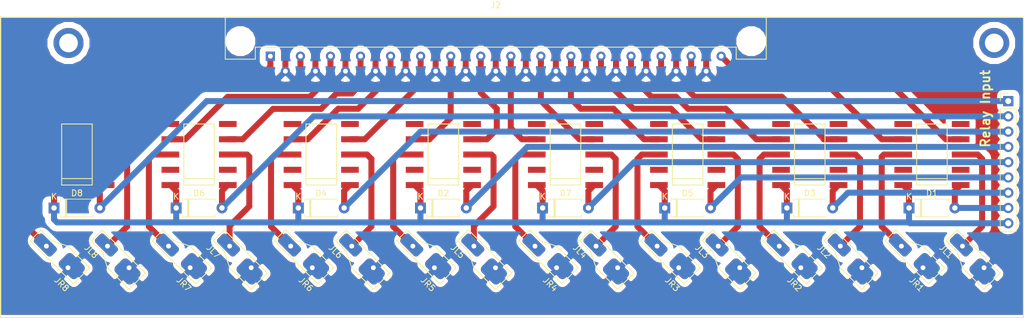
<source format=kicad_pcb>
(kicad_pcb (version 20171130) (host pcbnew 5.0.2-bee76a0~70~ubuntu16.04.1)

  (general
    (thickness 1.6)
    (drawings 5)
    (tracks 281)
    (zones 0)
    (modules 34)
    (nets 43)
  )

  (page A4)
  (layers
    (0 F.Cu signal)
    (31 B.Cu signal)
    (32 B.Adhes user)
    (33 F.Adhes user)
    (34 B.Paste user)
    (35 F.Paste user)
    (36 B.SilkS user)
    (37 F.SilkS user)
    (38 B.Mask user)
    (39 F.Mask user)
    (40 Dwgs.User user)
    (41 Cmts.User user)
    (42 Eco1.User user)
    (43 Eco2.User user)
    (44 Edge.Cuts user)
    (45 Margin user)
    (46 B.CrtYd user)
    (47 F.CrtYd user)
    (48 B.Fab user)
    (49 F.Fab user hide)
  )

  (setup
    (last_trace_width 1)
    (trace_clearance 0.5)
    (zone_clearance 1)
    (zone_45_only no)
    (trace_min 0.2)
    (segment_width 0.2)
    (edge_width 0.15)
    (via_size 0.8)
    (via_drill 0.4)
    (via_min_size 0.4)
    (via_min_drill 0.3)
    (uvia_size 0.3)
    (uvia_drill 0.1)
    (uvias_allowed no)
    (uvia_min_size 0.2)
    (uvia_min_drill 0.1)
    (pcb_text_width 0.3)
    (pcb_text_size 1.5 1.5)
    (mod_edge_width 0.15)
    (mod_text_size 1 1)
    (mod_text_width 0.15)
    (pad_size 1.524 1.524)
    (pad_drill 0.762)
    (pad_to_mask_clearance 0.051)
    (solder_mask_min_width 0.25)
    (aux_axis_origin 0 0)
    (visible_elements FFFFFF7F)
    (pcbplotparams
      (layerselection 0x010fc_ffffffff)
      (usegerberextensions false)
      (usegerberattributes false)
      (usegerberadvancedattributes false)
      (creategerberjobfile false)
      (excludeedgelayer true)
      (linewidth 0.100000)
      (plotframeref false)
      (viasonmask false)
      (mode 1)
      (useauxorigin false)
      (hpglpennumber 1)
      (hpglpenspeed 20)
      (hpglpendiameter 15.000000)
      (psnegative false)
      (psa4output false)
      (plotreference true)
      (plotvalue true)
      (plotinvisibletext false)
      (padsonsilk false)
      (subtractmaskfromsilk false)
      (outputformat 1)
      (mirror false)
      (drillshape 1)
      (scaleselection 1)
      (outputdirectory ""))
  )

  (net 0 "")
  (net 1 /relay/Relais1)
  (net 2 +9V)
  (net 3 /relay/Relais5)
  (net 4 /relay/Relais2)
  (net 5 /relay/Relais6)
  (net 6 /relay/Relais3)
  (net 7 /relay/Relais7)
  (net 8 /relay/Relais4)
  (net 9 /relay/Relais8)
  (net 10 GNDA)
  (net 11 /relay/R1A_NO)
  (net 12 /relay/R2B_NO)
  (net 13 /relay/R2A_NO)
  (net 14 /relay/R3B_NO)
  (net 15 /relay/R3A_NO)
  (net 16 /relay/R4B_NO)
  (net 17 /relay/R4A_NO)
  (net 18 /relay/R5B_NO)
  (net 19 /relay/R5A_NO)
  (net 20 /relay/R6B_NO)
  (net 21 /relay/R6A_NO)
  (net 22 /relay/R7B_NO)
  (net 23 /relay/R7A_NO)
  (net 24 /relay/R8B_NO)
  (net 25 /relay/R8A_NO)
  (net 26 "/output pads/1L")
  (net 27 "/output pads/2L")
  (net 28 "/output pads/3L")
  (net 29 "/output pads/4L")
  (net 30 "/output pads/5L")
  (net 31 "/output pads/6L")
  (net 32 "/output pads/7L")
  (net 33 "/output pads/8L")
  (net 34 "/output pads/1R")
  (net 35 "/output pads/2R")
  (net 36 "/output pads/3R")
  (net 37 "/output pads/4R")
  (net 38 "/output pads/5R")
  (net 39 "/output pads/6R")
  (net 40 "/output pads/7R")
  (net 41 "/output pads/8R")
  (net 42 /relay/R1B_NO)

  (net_class Default "This is the default net class."
    (clearance 0.5)
    (trace_width 1)
    (via_dia 0.8)
    (via_drill 0.4)
    (uvia_dia 0.3)
    (uvia_drill 0.1)
    (add_net +9V)
    (add_net "/output pads/1L")
    (add_net "/output pads/1R")
    (add_net "/output pads/2L")
    (add_net "/output pads/2R")
    (add_net "/output pads/3L")
    (add_net "/output pads/3R")
    (add_net "/output pads/4L")
    (add_net "/output pads/4R")
    (add_net "/output pads/5L")
    (add_net "/output pads/5R")
    (add_net "/output pads/6L")
    (add_net "/output pads/6R")
    (add_net "/output pads/7L")
    (add_net "/output pads/7R")
    (add_net "/output pads/8L")
    (add_net "/output pads/8R")
    (add_net /relay/R1A_NO)
    (add_net /relay/R1B_NO)
    (add_net /relay/R2A_NO)
    (add_net /relay/R2B_NO)
    (add_net /relay/R3A_NO)
    (add_net /relay/R3B_NO)
    (add_net /relay/R4A_NO)
    (add_net /relay/R4B_NO)
    (add_net /relay/R5A_NO)
    (add_net /relay/R5B_NO)
    (add_net /relay/R6A_NO)
    (add_net /relay/R6B_NO)
    (add_net /relay/R7A_NO)
    (add_net /relay/R7B_NO)
    (add_net /relay/R8A_NO)
    (add_net /relay/R8B_NO)
    (add_net /relay/Relais1)
    (add_net /relay/Relais2)
    (add_net /relay/Relais3)
    (add_net /relay/Relais4)
    (add_net /relay/Relais5)
    (add_net /relay/Relais6)
    (add_net /relay/Relais7)
    (add_net /relay/Relais8)
    (add_net GNDA)
  )

  (module Diode_THT:D_A-405_P7.62mm_Horizontal (layer F.Cu) (tedit 5AE50CD5) (tstamp 5CE3D31C)
    (at 163.83 44.45)
    (descr "Diode, A-405 series, Axial, Horizontal, pin pitch=7.62mm, , length*diameter=5.2*2.7mm^2, , http://www.diodes.com/_files/packages/A-405.pdf")
    (tags "Diode A-405 series Axial Horizontal pin pitch 7.62mm  length 5.2mm diameter 2.7mm")
    (path /5CE3EA9A/5CD2E7CE)
    (fp_text reference D1 (at 3.81 -2.47) (layer F.SilkS)
      (effects (font (size 1 1) (thickness 0.15)))
    )
    (fp_text value D (at 3.81 2.47) (layer F.Fab)
      (effects (font (size 1 1) (thickness 0.15)))
    )
    (fp_text user K (at 0 -1.9) (layer F.SilkS)
      (effects (font (size 1 1) (thickness 0.15)))
    )
    (fp_text user K (at 0 -1.9) (layer F.Fab)
      (effects (font (size 1 1) (thickness 0.15)))
    )
    (fp_text user %R (at 4.2 0) (layer F.Fab)
      (effects (font (size 1 1) (thickness 0.15)))
    )
    (fp_line (start 8.77 -1.6) (end -1.15 -1.6) (layer F.CrtYd) (width 0.05))
    (fp_line (start 8.77 1.6) (end 8.77 -1.6) (layer F.CrtYd) (width 0.05))
    (fp_line (start -1.15 1.6) (end 8.77 1.6) (layer F.CrtYd) (width 0.05))
    (fp_line (start -1.15 -1.6) (end -1.15 1.6) (layer F.CrtYd) (width 0.05))
    (fp_line (start 1.87 -1.47) (end 1.87 1.47) (layer F.SilkS) (width 0.12))
    (fp_line (start 2.11 -1.47) (end 2.11 1.47) (layer F.SilkS) (width 0.12))
    (fp_line (start 1.99 -1.47) (end 1.99 1.47) (layer F.SilkS) (width 0.12))
    (fp_line (start 6.53 1.47) (end 6.53 1.14) (layer F.SilkS) (width 0.12))
    (fp_line (start 1.09 1.47) (end 6.53 1.47) (layer F.SilkS) (width 0.12))
    (fp_line (start 1.09 1.14) (end 1.09 1.47) (layer F.SilkS) (width 0.12))
    (fp_line (start 6.53 -1.47) (end 6.53 -1.14) (layer F.SilkS) (width 0.12))
    (fp_line (start 1.09 -1.47) (end 6.53 -1.47) (layer F.SilkS) (width 0.12))
    (fp_line (start 1.09 -1.14) (end 1.09 -1.47) (layer F.SilkS) (width 0.12))
    (fp_line (start 1.89 -1.35) (end 1.89 1.35) (layer F.Fab) (width 0.1))
    (fp_line (start 2.09 -1.35) (end 2.09 1.35) (layer F.Fab) (width 0.1))
    (fp_line (start 1.99 -1.35) (end 1.99 1.35) (layer F.Fab) (width 0.1))
    (fp_line (start 7.62 0) (end 6.41 0) (layer F.Fab) (width 0.1))
    (fp_line (start 0 0) (end 1.21 0) (layer F.Fab) (width 0.1))
    (fp_line (start 6.41 -1.35) (end 1.21 -1.35) (layer F.Fab) (width 0.1))
    (fp_line (start 6.41 1.35) (end 6.41 -1.35) (layer F.Fab) (width 0.1))
    (fp_line (start 1.21 1.35) (end 6.41 1.35) (layer F.Fab) (width 0.1))
    (fp_line (start 1.21 -1.35) (end 1.21 1.35) (layer F.Fab) (width 0.1))
    (pad 2 thru_hole oval (at 7.62 0) (size 1.8 1.8) (drill 0.9) (layers *.Cu *.Mask)
      (net 1 /relay/Relais1))
    (pad 1 thru_hole rect (at 0 0) (size 1.8 1.8) (drill 0.9) (layers *.Cu *.Mask)
      (net 2 +9V))
    (model ${KISYS3DMOD}/Diode_THT.3dshapes/D_A-405_P7.62mm_Horizontal.wrl
      (at (xyz 0 0 0))
      (scale (xyz 1 1 1))
      (rotate (xyz 0 0 0))
    )
  )

  (module Diode_THT:D_A-405_P7.62mm_Horizontal (layer F.Cu) (tedit 5AE50CD5) (tstamp 5CE3D33B)
    (at 82.55 44.45)
    (descr "Diode, A-405 series, Axial, Horizontal, pin pitch=7.62mm, , length*diameter=5.2*2.7mm^2, , http://www.diodes.com/_files/packages/A-405.pdf")
    (tags "Diode A-405 series Axial Horizontal pin pitch 7.62mm  length 5.2mm diameter 2.7mm")
    (path /5CE3EA9A/5CD2FCE5)
    (fp_text reference D2 (at 3.81 -2.47) (layer F.SilkS)
      (effects (font (size 1 1) (thickness 0.15)))
    )
    (fp_text value D (at 3.81 2.47) (layer F.Fab)
      (effects (font (size 1 1) (thickness 0.15)))
    )
    (fp_line (start 1.21 -1.35) (end 1.21 1.35) (layer F.Fab) (width 0.1))
    (fp_line (start 1.21 1.35) (end 6.41 1.35) (layer F.Fab) (width 0.1))
    (fp_line (start 6.41 1.35) (end 6.41 -1.35) (layer F.Fab) (width 0.1))
    (fp_line (start 6.41 -1.35) (end 1.21 -1.35) (layer F.Fab) (width 0.1))
    (fp_line (start 0 0) (end 1.21 0) (layer F.Fab) (width 0.1))
    (fp_line (start 7.62 0) (end 6.41 0) (layer F.Fab) (width 0.1))
    (fp_line (start 1.99 -1.35) (end 1.99 1.35) (layer F.Fab) (width 0.1))
    (fp_line (start 2.09 -1.35) (end 2.09 1.35) (layer F.Fab) (width 0.1))
    (fp_line (start 1.89 -1.35) (end 1.89 1.35) (layer F.Fab) (width 0.1))
    (fp_line (start 1.09 -1.14) (end 1.09 -1.47) (layer F.SilkS) (width 0.12))
    (fp_line (start 1.09 -1.47) (end 6.53 -1.47) (layer F.SilkS) (width 0.12))
    (fp_line (start 6.53 -1.47) (end 6.53 -1.14) (layer F.SilkS) (width 0.12))
    (fp_line (start 1.09 1.14) (end 1.09 1.47) (layer F.SilkS) (width 0.12))
    (fp_line (start 1.09 1.47) (end 6.53 1.47) (layer F.SilkS) (width 0.12))
    (fp_line (start 6.53 1.47) (end 6.53 1.14) (layer F.SilkS) (width 0.12))
    (fp_line (start 1.99 -1.47) (end 1.99 1.47) (layer F.SilkS) (width 0.12))
    (fp_line (start 2.11 -1.47) (end 2.11 1.47) (layer F.SilkS) (width 0.12))
    (fp_line (start 1.87 -1.47) (end 1.87 1.47) (layer F.SilkS) (width 0.12))
    (fp_line (start -1.15 -1.6) (end -1.15 1.6) (layer F.CrtYd) (width 0.05))
    (fp_line (start -1.15 1.6) (end 8.77 1.6) (layer F.CrtYd) (width 0.05))
    (fp_line (start 8.77 1.6) (end 8.77 -1.6) (layer F.CrtYd) (width 0.05))
    (fp_line (start 8.77 -1.6) (end -1.15 -1.6) (layer F.CrtYd) (width 0.05))
    (fp_text user %R (at 4.2 0) (layer F.Fab)
      (effects (font (size 1 1) (thickness 0.15)))
    )
    (fp_text user K (at 0 -1.9) (layer F.Fab)
      (effects (font (size 1 1) (thickness 0.15)))
    )
    (fp_text user K (at 0 -1.9) (layer F.SilkS)
      (effects (font (size 1 1) (thickness 0.15)))
    )
    (pad 1 thru_hole rect (at 0 0) (size 1.8 1.8) (drill 0.9) (layers *.Cu *.Mask)
      (net 2 +9V))
    (pad 2 thru_hole oval (at 7.62 0) (size 1.8 1.8) (drill 0.9) (layers *.Cu *.Mask)
      (net 3 /relay/Relais5))
    (model ${KISYS3DMOD}/Diode_THT.3dshapes/D_A-405_P7.62mm_Horizontal.wrl
      (at (xyz 0 0 0))
      (scale (xyz 1 1 1))
      (rotate (xyz 0 0 0))
    )
  )

  (module Diode_THT:D_A-405_P7.62mm_Horizontal (layer F.Cu) (tedit 5AE50CD5) (tstamp 5CE3D35A)
    (at 143.51 44.45)
    (descr "Diode, A-405 series, Axial, Horizontal, pin pitch=7.62mm, , length*diameter=5.2*2.7mm^2, , http://www.diodes.com/_files/packages/A-405.pdf")
    (tags "Diode A-405 series Axial Horizontal pin pitch 7.62mm  length 5.2mm diameter 2.7mm")
    (path /5CE3EA9A/5CD3037D)
    (fp_text reference D3 (at 3.81 -2.47) (layer F.SilkS)
      (effects (font (size 1 1) (thickness 0.15)))
    )
    (fp_text value D (at 3.81 2.47) (layer F.Fab)
      (effects (font (size 1 1) (thickness 0.15)))
    )
    (fp_text user K (at 0 -1.9) (layer F.SilkS)
      (effects (font (size 1 1) (thickness 0.15)))
    )
    (fp_text user K (at 0 -1.9) (layer F.Fab)
      (effects (font (size 1 1) (thickness 0.15)))
    )
    (fp_text user %R (at 4.2 0) (layer F.Fab)
      (effects (font (size 1 1) (thickness 0.15)))
    )
    (fp_line (start 8.77 -1.6) (end -1.15 -1.6) (layer F.CrtYd) (width 0.05))
    (fp_line (start 8.77 1.6) (end 8.77 -1.6) (layer F.CrtYd) (width 0.05))
    (fp_line (start -1.15 1.6) (end 8.77 1.6) (layer F.CrtYd) (width 0.05))
    (fp_line (start -1.15 -1.6) (end -1.15 1.6) (layer F.CrtYd) (width 0.05))
    (fp_line (start 1.87 -1.47) (end 1.87 1.47) (layer F.SilkS) (width 0.12))
    (fp_line (start 2.11 -1.47) (end 2.11 1.47) (layer F.SilkS) (width 0.12))
    (fp_line (start 1.99 -1.47) (end 1.99 1.47) (layer F.SilkS) (width 0.12))
    (fp_line (start 6.53 1.47) (end 6.53 1.14) (layer F.SilkS) (width 0.12))
    (fp_line (start 1.09 1.47) (end 6.53 1.47) (layer F.SilkS) (width 0.12))
    (fp_line (start 1.09 1.14) (end 1.09 1.47) (layer F.SilkS) (width 0.12))
    (fp_line (start 6.53 -1.47) (end 6.53 -1.14) (layer F.SilkS) (width 0.12))
    (fp_line (start 1.09 -1.47) (end 6.53 -1.47) (layer F.SilkS) (width 0.12))
    (fp_line (start 1.09 -1.14) (end 1.09 -1.47) (layer F.SilkS) (width 0.12))
    (fp_line (start 1.89 -1.35) (end 1.89 1.35) (layer F.Fab) (width 0.1))
    (fp_line (start 2.09 -1.35) (end 2.09 1.35) (layer F.Fab) (width 0.1))
    (fp_line (start 1.99 -1.35) (end 1.99 1.35) (layer F.Fab) (width 0.1))
    (fp_line (start 7.62 0) (end 6.41 0) (layer F.Fab) (width 0.1))
    (fp_line (start 0 0) (end 1.21 0) (layer F.Fab) (width 0.1))
    (fp_line (start 6.41 -1.35) (end 1.21 -1.35) (layer F.Fab) (width 0.1))
    (fp_line (start 6.41 1.35) (end 6.41 -1.35) (layer F.Fab) (width 0.1))
    (fp_line (start 1.21 1.35) (end 6.41 1.35) (layer F.Fab) (width 0.1))
    (fp_line (start 1.21 -1.35) (end 1.21 1.35) (layer F.Fab) (width 0.1))
    (pad 2 thru_hole oval (at 7.62 0) (size 1.8 1.8) (drill 0.9) (layers *.Cu *.Mask)
      (net 4 /relay/Relais2))
    (pad 1 thru_hole rect (at 0 0) (size 1.8 1.8) (drill 0.9) (layers *.Cu *.Mask)
      (net 2 +9V))
    (model ${KISYS3DMOD}/Diode_THT.3dshapes/D_A-405_P7.62mm_Horizontal.wrl
      (at (xyz 0 0 0))
      (scale (xyz 1 1 1))
      (rotate (xyz 0 0 0))
    )
  )

  (module Diode_THT:D_A-405_P7.62mm_Horizontal (layer F.Cu) (tedit 5AE50CD5) (tstamp 5CE3D379)
    (at 62.23 44.45)
    (descr "Diode, A-405 series, Axial, Horizontal, pin pitch=7.62mm, , length*diameter=5.2*2.7mm^2, , http://www.diodes.com/_files/packages/A-405.pdf")
    (tags "Diode A-405 series Axial Horizontal pin pitch 7.62mm  length 5.2mm diameter 2.7mm")
    (path /5CE3EA9A/5CD303A6)
    (fp_text reference D4 (at 3.81 -2.47) (layer F.SilkS)
      (effects (font (size 1 1) (thickness 0.15)))
    )
    (fp_text value D (at 3.81 2.47) (layer F.Fab)
      (effects (font (size 1 1) (thickness 0.15)))
    )
    (fp_line (start 1.21 -1.35) (end 1.21 1.35) (layer F.Fab) (width 0.1))
    (fp_line (start 1.21 1.35) (end 6.41 1.35) (layer F.Fab) (width 0.1))
    (fp_line (start 6.41 1.35) (end 6.41 -1.35) (layer F.Fab) (width 0.1))
    (fp_line (start 6.41 -1.35) (end 1.21 -1.35) (layer F.Fab) (width 0.1))
    (fp_line (start 0 0) (end 1.21 0) (layer F.Fab) (width 0.1))
    (fp_line (start 7.62 0) (end 6.41 0) (layer F.Fab) (width 0.1))
    (fp_line (start 1.99 -1.35) (end 1.99 1.35) (layer F.Fab) (width 0.1))
    (fp_line (start 2.09 -1.35) (end 2.09 1.35) (layer F.Fab) (width 0.1))
    (fp_line (start 1.89 -1.35) (end 1.89 1.35) (layer F.Fab) (width 0.1))
    (fp_line (start 1.09 -1.14) (end 1.09 -1.47) (layer F.SilkS) (width 0.12))
    (fp_line (start 1.09 -1.47) (end 6.53 -1.47) (layer F.SilkS) (width 0.12))
    (fp_line (start 6.53 -1.47) (end 6.53 -1.14) (layer F.SilkS) (width 0.12))
    (fp_line (start 1.09 1.14) (end 1.09 1.47) (layer F.SilkS) (width 0.12))
    (fp_line (start 1.09 1.47) (end 6.53 1.47) (layer F.SilkS) (width 0.12))
    (fp_line (start 6.53 1.47) (end 6.53 1.14) (layer F.SilkS) (width 0.12))
    (fp_line (start 1.99 -1.47) (end 1.99 1.47) (layer F.SilkS) (width 0.12))
    (fp_line (start 2.11 -1.47) (end 2.11 1.47) (layer F.SilkS) (width 0.12))
    (fp_line (start 1.87 -1.47) (end 1.87 1.47) (layer F.SilkS) (width 0.12))
    (fp_line (start -1.15 -1.6) (end -1.15 1.6) (layer F.CrtYd) (width 0.05))
    (fp_line (start -1.15 1.6) (end 8.77 1.6) (layer F.CrtYd) (width 0.05))
    (fp_line (start 8.77 1.6) (end 8.77 -1.6) (layer F.CrtYd) (width 0.05))
    (fp_line (start 8.77 -1.6) (end -1.15 -1.6) (layer F.CrtYd) (width 0.05))
    (fp_text user %R (at 4.2 0) (layer F.Fab)
      (effects (font (size 1 1) (thickness 0.15)))
    )
    (fp_text user K (at 0 -1.9) (layer F.Fab)
      (effects (font (size 1 1) (thickness 0.15)))
    )
    (fp_text user K (at 0 -1.9) (layer F.SilkS)
      (effects (font (size 1 1) (thickness 0.15)))
    )
    (pad 1 thru_hole rect (at 0 0) (size 1.8 1.8) (drill 0.9) (layers *.Cu *.Mask)
      (net 2 +9V))
    (pad 2 thru_hole oval (at 7.62 0) (size 1.8 1.8) (drill 0.9) (layers *.Cu *.Mask)
      (net 5 /relay/Relais6))
    (model ${KISYS3DMOD}/Diode_THT.3dshapes/D_A-405_P7.62mm_Horizontal.wrl
      (at (xyz 0 0 0))
      (scale (xyz 1 1 1))
      (rotate (xyz 0 0 0))
    )
  )

  (module Diode_THT:D_A-405_P7.62mm_Horizontal (layer F.Cu) (tedit 5AE50CD5) (tstamp 5CE3D398)
    (at 123.19 44.45)
    (descr "Diode, A-405 series, Axial, Horizontal, pin pitch=7.62mm, , length*diameter=5.2*2.7mm^2, , http://www.diodes.com/_files/packages/A-405.pdf")
    (tags "Diode A-405 series Axial Horizontal pin pitch 7.62mm  length 5.2mm diameter 2.7mm")
    (path /5CE3EA9A/5CD316ED)
    (fp_text reference D5 (at 3.81 -2.47) (layer F.SilkS)
      (effects (font (size 1 1) (thickness 0.15)))
    )
    (fp_text value D (at 3.81 2.47) (layer F.Fab)
      (effects (font (size 1 1) (thickness 0.15)))
    )
    (fp_text user K (at 0 -1.9) (layer F.SilkS)
      (effects (font (size 1 1) (thickness 0.15)))
    )
    (fp_text user K (at 0 -1.9) (layer F.Fab)
      (effects (font (size 1 1) (thickness 0.15)))
    )
    (fp_text user %R (at 4.2 0) (layer F.Fab)
      (effects (font (size 1 1) (thickness 0.15)))
    )
    (fp_line (start 8.77 -1.6) (end -1.15 -1.6) (layer F.CrtYd) (width 0.05))
    (fp_line (start 8.77 1.6) (end 8.77 -1.6) (layer F.CrtYd) (width 0.05))
    (fp_line (start -1.15 1.6) (end 8.77 1.6) (layer F.CrtYd) (width 0.05))
    (fp_line (start -1.15 -1.6) (end -1.15 1.6) (layer F.CrtYd) (width 0.05))
    (fp_line (start 1.87 -1.47) (end 1.87 1.47) (layer F.SilkS) (width 0.12))
    (fp_line (start 2.11 -1.47) (end 2.11 1.47) (layer F.SilkS) (width 0.12))
    (fp_line (start 1.99 -1.47) (end 1.99 1.47) (layer F.SilkS) (width 0.12))
    (fp_line (start 6.53 1.47) (end 6.53 1.14) (layer F.SilkS) (width 0.12))
    (fp_line (start 1.09 1.47) (end 6.53 1.47) (layer F.SilkS) (width 0.12))
    (fp_line (start 1.09 1.14) (end 1.09 1.47) (layer F.SilkS) (width 0.12))
    (fp_line (start 6.53 -1.47) (end 6.53 -1.14) (layer F.SilkS) (width 0.12))
    (fp_line (start 1.09 -1.47) (end 6.53 -1.47) (layer F.SilkS) (width 0.12))
    (fp_line (start 1.09 -1.14) (end 1.09 -1.47) (layer F.SilkS) (width 0.12))
    (fp_line (start 1.89 -1.35) (end 1.89 1.35) (layer F.Fab) (width 0.1))
    (fp_line (start 2.09 -1.35) (end 2.09 1.35) (layer F.Fab) (width 0.1))
    (fp_line (start 1.99 -1.35) (end 1.99 1.35) (layer F.Fab) (width 0.1))
    (fp_line (start 7.62 0) (end 6.41 0) (layer F.Fab) (width 0.1))
    (fp_line (start 0 0) (end 1.21 0) (layer F.Fab) (width 0.1))
    (fp_line (start 6.41 -1.35) (end 1.21 -1.35) (layer F.Fab) (width 0.1))
    (fp_line (start 6.41 1.35) (end 6.41 -1.35) (layer F.Fab) (width 0.1))
    (fp_line (start 1.21 1.35) (end 6.41 1.35) (layer F.Fab) (width 0.1))
    (fp_line (start 1.21 -1.35) (end 1.21 1.35) (layer F.Fab) (width 0.1))
    (pad 2 thru_hole oval (at 7.62 0) (size 1.8 1.8) (drill 0.9) (layers *.Cu *.Mask)
      (net 6 /relay/Relais3))
    (pad 1 thru_hole rect (at 0 0) (size 1.8 1.8) (drill 0.9) (layers *.Cu *.Mask)
      (net 2 +9V))
    (model ${KISYS3DMOD}/Diode_THT.3dshapes/D_A-405_P7.62mm_Horizontal.wrl
      (at (xyz 0 0 0))
      (scale (xyz 1 1 1))
      (rotate (xyz 0 0 0))
    )
  )

  (module Diode_THT:D_A-405_P7.62mm_Horizontal (layer F.Cu) (tedit 5AE50CD5) (tstamp 5CE3D3B7)
    (at 41.91 44.45)
    (descr "Diode, A-405 series, Axial, Horizontal, pin pitch=7.62mm, , length*diameter=5.2*2.7mm^2, , http://www.diodes.com/_files/packages/A-405.pdf")
    (tags "Diode A-405 series Axial Horizontal pin pitch 7.62mm  length 5.2mm diameter 2.7mm")
    (path /5CE3EA9A/5CD31716)
    (fp_text reference D6 (at 3.81 -2.47) (layer F.SilkS)
      (effects (font (size 1 1) (thickness 0.15)))
    )
    (fp_text value D (at 3.81 2.47) (layer F.Fab)
      (effects (font (size 1 1) (thickness 0.15)))
    )
    (fp_line (start 1.21 -1.35) (end 1.21 1.35) (layer F.Fab) (width 0.1))
    (fp_line (start 1.21 1.35) (end 6.41 1.35) (layer F.Fab) (width 0.1))
    (fp_line (start 6.41 1.35) (end 6.41 -1.35) (layer F.Fab) (width 0.1))
    (fp_line (start 6.41 -1.35) (end 1.21 -1.35) (layer F.Fab) (width 0.1))
    (fp_line (start 0 0) (end 1.21 0) (layer F.Fab) (width 0.1))
    (fp_line (start 7.62 0) (end 6.41 0) (layer F.Fab) (width 0.1))
    (fp_line (start 1.99 -1.35) (end 1.99 1.35) (layer F.Fab) (width 0.1))
    (fp_line (start 2.09 -1.35) (end 2.09 1.35) (layer F.Fab) (width 0.1))
    (fp_line (start 1.89 -1.35) (end 1.89 1.35) (layer F.Fab) (width 0.1))
    (fp_line (start 1.09 -1.14) (end 1.09 -1.47) (layer F.SilkS) (width 0.12))
    (fp_line (start 1.09 -1.47) (end 6.53 -1.47) (layer F.SilkS) (width 0.12))
    (fp_line (start 6.53 -1.47) (end 6.53 -1.14) (layer F.SilkS) (width 0.12))
    (fp_line (start 1.09 1.14) (end 1.09 1.47) (layer F.SilkS) (width 0.12))
    (fp_line (start 1.09 1.47) (end 6.53 1.47) (layer F.SilkS) (width 0.12))
    (fp_line (start 6.53 1.47) (end 6.53 1.14) (layer F.SilkS) (width 0.12))
    (fp_line (start 1.99 -1.47) (end 1.99 1.47) (layer F.SilkS) (width 0.12))
    (fp_line (start 2.11 -1.47) (end 2.11 1.47) (layer F.SilkS) (width 0.12))
    (fp_line (start 1.87 -1.47) (end 1.87 1.47) (layer F.SilkS) (width 0.12))
    (fp_line (start -1.15 -1.6) (end -1.15 1.6) (layer F.CrtYd) (width 0.05))
    (fp_line (start -1.15 1.6) (end 8.77 1.6) (layer F.CrtYd) (width 0.05))
    (fp_line (start 8.77 1.6) (end 8.77 -1.6) (layer F.CrtYd) (width 0.05))
    (fp_line (start 8.77 -1.6) (end -1.15 -1.6) (layer F.CrtYd) (width 0.05))
    (fp_text user %R (at 4.2 0) (layer F.Fab)
      (effects (font (size 1 1) (thickness 0.15)))
    )
    (fp_text user K (at 0 -1.9) (layer F.Fab)
      (effects (font (size 1 1) (thickness 0.15)))
    )
    (fp_text user K (at 0 -1.9) (layer F.SilkS)
      (effects (font (size 1 1) (thickness 0.15)))
    )
    (pad 1 thru_hole rect (at 0 0) (size 1.8 1.8) (drill 0.9) (layers *.Cu *.Mask)
      (net 2 +9V))
    (pad 2 thru_hole oval (at 7.62 0) (size 1.8 1.8) (drill 0.9) (layers *.Cu *.Mask)
      (net 7 /relay/Relais7))
    (model ${KISYS3DMOD}/Diode_THT.3dshapes/D_A-405_P7.62mm_Horizontal.wrl
      (at (xyz 0 0 0))
      (scale (xyz 1 1 1))
      (rotate (xyz 0 0 0))
    )
  )

  (module Diode_THT:D_A-405_P7.62mm_Horizontal (layer F.Cu) (tedit 5AE50CD5) (tstamp 5CE3D3D6)
    (at 102.87 44.45)
    (descr "Diode, A-405 series, Axial, Horizontal, pin pitch=7.62mm, , length*diameter=5.2*2.7mm^2, , http://www.diodes.com/_files/packages/A-405.pdf")
    (tags "Diode A-405 series Axial Horizontal pin pitch 7.62mm  length 5.2mm diameter 2.7mm")
    (path /5CE3EA9A/5CD3173F)
    (fp_text reference D7 (at 3.81 -2.47) (layer F.SilkS)
      (effects (font (size 1 1) (thickness 0.15)))
    )
    (fp_text value D (at 3.81 2.47) (layer F.Fab)
      (effects (font (size 1 1) (thickness 0.15)))
    )
    (fp_text user K (at 0 -1.9) (layer F.SilkS)
      (effects (font (size 1 1) (thickness 0.15)))
    )
    (fp_text user K (at 0 -1.9) (layer F.Fab)
      (effects (font (size 1 1) (thickness 0.15)))
    )
    (fp_text user %R (at 4.2 0) (layer F.Fab)
      (effects (font (size 1 1) (thickness 0.15)))
    )
    (fp_line (start 8.77 -1.6) (end -1.15 -1.6) (layer F.CrtYd) (width 0.05))
    (fp_line (start 8.77 1.6) (end 8.77 -1.6) (layer F.CrtYd) (width 0.05))
    (fp_line (start -1.15 1.6) (end 8.77 1.6) (layer F.CrtYd) (width 0.05))
    (fp_line (start -1.15 -1.6) (end -1.15 1.6) (layer F.CrtYd) (width 0.05))
    (fp_line (start 1.87 -1.47) (end 1.87 1.47) (layer F.SilkS) (width 0.12))
    (fp_line (start 2.11 -1.47) (end 2.11 1.47) (layer F.SilkS) (width 0.12))
    (fp_line (start 1.99 -1.47) (end 1.99 1.47) (layer F.SilkS) (width 0.12))
    (fp_line (start 6.53 1.47) (end 6.53 1.14) (layer F.SilkS) (width 0.12))
    (fp_line (start 1.09 1.47) (end 6.53 1.47) (layer F.SilkS) (width 0.12))
    (fp_line (start 1.09 1.14) (end 1.09 1.47) (layer F.SilkS) (width 0.12))
    (fp_line (start 6.53 -1.47) (end 6.53 -1.14) (layer F.SilkS) (width 0.12))
    (fp_line (start 1.09 -1.47) (end 6.53 -1.47) (layer F.SilkS) (width 0.12))
    (fp_line (start 1.09 -1.14) (end 1.09 -1.47) (layer F.SilkS) (width 0.12))
    (fp_line (start 1.89 -1.35) (end 1.89 1.35) (layer F.Fab) (width 0.1))
    (fp_line (start 2.09 -1.35) (end 2.09 1.35) (layer F.Fab) (width 0.1))
    (fp_line (start 1.99 -1.35) (end 1.99 1.35) (layer F.Fab) (width 0.1))
    (fp_line (start 7.62 0) (end 6.41 0) (layer F.Fab) (width 0.1))
    (fp_line (start 0 0) (end 1.21 0) (layer F.Fab) (width 0.1))
    (fp_line (start 6.41 -1.35) (end 1.21 -1.35) (layer F.Fab) (width 0.1))
    (fp_line (start 6.41 1.35) (end 6.41 -1.35) (layer F.Fab) (width 0.1))
    (fp_line (start 1.21 1.35) (end 6.41 1.35) (layer F.Fab) (width 0.1))
    (fp_line (start 1.21 -1.35) (end 1.21 1.35) (layer F.Fab) (width 0.1))
    (pad 2 thru_hole oval (at 7.62 0) (size 1.8 1.8) (drill 0.9) (layers *.Cu *.Mask)
      (net 8 /relay/Relais4))
    (pad 1 thru_hole rect (at 0 0) (size 1.8 1.8) (drill 0.9) (layers *.Cu *.Mask)
      (net 2 +9V))
    (model ${KISYS3DMOD}/Diode_THT.3dshapes/D_A-405_P7.62mm_Horizontal.wrl
      (at (xyz 0 0 0))
      (scale (xyz 1 1 1))
      (rotate (xyz 0 0 0))
    )
  )

  (module Diode_THT:D_A-405_P7.62mm_Horizontal (layer F.Cu) (tedit 5AE50CD5) (tstamp 5CE3D3F5)
    (at 21.59 44.45)
    (descr "Diode, A-405 series, Axial, Horizontal, pin pitch=7.62mm, , length*diameter=5.2*2.7mm^2, , http://www.diodes.com/_files/packages/A-405.pdf")
    (tags "Diode A-405 series Axial Horizontal pin pitch 7.62mm  length 5.2mm diameter 2.7mm")
    (path /5CE3EA9A/5CD31768)
    (fp_text reference D8 (at 3.81 -2.47) (layer F.SilkS)
      (effects (font (size 1 1) (thickness 0.15)))
    )
    (fp_text value D (at 3.81 2.47) (layer F.Fab)
      (effects (font (size 1 1) (thickness 0.15)))
    )
    (fp_line (start 1.21 -1.35) (end 1.21 1.35) (layer F.Fab) (width 0.1))
    (fp_line (start 1.21 1.35) (end 6.41 1.35) (layer F.Fab) (width 0.1))
    (fp_line (start 6.41 1.35) (end 6.41 -1.35) (layer F.Fab) (width 0.1))
    (fp_line (start 6.41 -1.35) (end 1.21 -1.35) (layer F.Fab) (width 0.1))
    (fp_line (start 0 0) (end 1.21 0) (layer F.Fab) (width 0.1))
    (fp_line (start 7.62 0) (end 6.41 0) (layer F.Fab) (width 0.1))
    (fp_line (start 1.99 -1.35) (end 1.99 1.35) (layer F.Fab) (width 0.1))
    (fp_line (start 2.09 -1.35) (end 2.09 1.35) (layer F.Fab) (width 0.1))
    (fp_line (start 1.89 -1.35) (end 1.89 1.35) (layer F.Fab) (width 0.1))
    (fp_line (start 1.09 -1.14) (end 1.09 -1.47) (layer F.SilkS) (width 0.12))
    (fp_line (start 1.09 -1.47) (end 6.53 -1.47) (layer F.SilkS) (width 0.12))
    (fp_line (start 6.53 -1.47) (end 6.53 -1.14) (layer F.SilkS) (width 0.12))
    (fp_line (start 1.09 1.14) (end 1.09 1.47) (layer F.SilkS) (width 0.12))
    (fp_line (start 1.09 1.47) (end 6.53 1.47) (layer F.SilkS) (width 0.12))
    (fp_line (start 6.53 1.47) (end 6.53 1.14) (layer F.SilkS) (width 0.12))
    (fp_line (start 1.99 -1.47) (end 1.99 1.47) (layer F.SilkS) (width 0.12))
    (fp_line (start 2.11 -1.47) (end 2.11 1.47) (layer F.SilkS) (width 0.12))
    (fp_line (start 1.87 -1.47) (end 1.87 1.47) (layer F.SilkS) (width 0.12))
    (fp_line (start -1.15 -1.6) (end -1.15 1.6) (layer F.CrtYd) (width 0.05))
    (fp_line (start -1.15 1.6) (end 8.77 1.6) (layer F.CrtYd) (width 0.05))
    (fp_line (start 8.77 1.6) (end 8.77 -1.6) (layer F.CrtYd) (width 0.05))
    (fp_line (start 8.77 -1.6) (end -1.15 -1.6) (layer F.CrtYd) (width 0.05))
    (fp_text user %R (at 4.2 0) (layer F.Fab)
      (effects (font (size 1 1) (thickness 0.15)))
    )
    (fp_text user K (at 0 -1.9) (layer F.Fab)
      (effects (font (size 1 1) (thickness 0.15)))
    )
    (fp_text user K (at 0 -1.9) (layer F.SilkS)
      (effects (font (size 1 1) (thickness 0.15)))
    )
    (pad 1 thru_hole rect (at 0 0) (size 1.8 1.8) (drill 0.9) (layers *.Cu *.Mask)
      (net 2 +9V))
    (pad 2 thru_hole oval (at 7.62 0) (size 1.8 1.8) (drill 0.9) (layers *.Cu *.Mask)
      (net 9 /relay/Relais8))
    (model ${KISYS3DMOD}/Diode_THT.3dshapes/D_A-405_P7.62mm_Horizontal.wrl
      (at (xyz 0 0 0))
      (scale (xyz 1 1 1))
      (rotate (xyz 0 0 0))
    )
  )

  (module Connector_PinHeader_2.54mm:PinHeader_1x09_P2.54mm_Vertical (layer F.Cu) (tedit 5CE3DE35) (tstamp 5CE3D412)
    (at 180.34 26.67)
    (descr "Through hole straight pin header, 1x09, 2.54mm pitch, single row")
    (tags "Through hole pin header THT 1x09 2.54mm single row")
    (path /5CE3C8DC)
    (fp_text reference J1 (at 0 -2.33) (layer F.SilkS) hide
      (effects (font (size 1 1) (thickness 0.15)))
    )
    (fp_text value Conn_01x09 (at 0 22.65) (layer F.Fab)
      (effects (font (size 1 1) (thickness 0.15)))
    )
    (fp_line (start -0.635 -1.27) (end 1.27 -1.27) (layer F.Fab) (width 0.1))
    (fp_line (start 1.27 -1.27) (end 1.27 21.59) (layer F.Fab) (width 0.1))
    (fp_line (start 1.27 21.59) (end -1.27 21.59) (layer F.Fab) (width 0.1))
    (fp_line (start -1.27 21.59) (end -1.27 -0.635) (layer F.Fab) (width 0.1))
    (fp_line (start -1.27 -0.635) (end -0.635 -1.27) (layer F.Fab) (width 0.1))
    (fp_line (start -1.33 21.65) (end 1.33 21.65) (layer F.SilkS) (width 0.12))
    (fp_line (start -1.33 1.27) (end -1.33 21.65) (layer F.SilkS) (width 0.12))
    (fp_line (start 1.33 1.27) (end 1.33 21.65) (layer F.SilkS) (width 0.12))
    (fp_line (start -1.33 1.27) (end 1.33 1.27) (layer F.SilkS) (width 0.12))
    (fp_line (start -1.33 0) (end -1.33 -1.33) (layer F.SilkS) (width 0.12))
    (fp_line (start -1.33 -1.33) (end 0 -1.33) (layer F.SilkS) (width 0.12))
    (fp_line (start -1.8 -1.8) (end -1.8 22.1) (layer F.CrtYd) (width 0.05))
    (fp_line (start -1.8 22.1) (end 1.8 22.1) (layer F.CrtYd) (width 0.05))
    (fp_line (start 1.8 22.1) (end 1.8 -1.8) (layer F.CrtYd) (width 0.05))
    (fp_line (start 1.8 -1.8) (end -1.8 -1.8) (layer F.CrtYd) (width 0.05))
    (fp_text user %R (at 0 10.16 90) (layer F.Fab)
      (effects (font (size 1 1) (thickness 0.15)))
    )
    (pad 1 thru_hole rect (at 0 0) (size 1.7 1.7) (drill 1) (layers *.Cu *.Mask)
      (net 9 /relay/Relais8))
    (pad 2 thru_hole oval (at 0 2.54) (size 1.7 1.7) (drill 1) (layers *.Cu *.Mask)
      (net 7 /relay/Relais7))
    (pad 3 thru_hole oval (at 0 5.08) (size 1.7 1.7) (drill 1) (layers *.Cu *.Mask)
      (net 5 /relay/Relais6))
    (pad 4 thru_hole oval (at 0 7.62) (size 1.7 1.7) (drill 1) (layers *.Cu *.Mask)
      (net 3 /relay/Relais5))
    (pad 5 thru_hole oval (at 0 10.16) (size 1.7 1.7) (drill 1) (layers *.Cu *.Mask)
      (net 8 /relay/Relais4))
    (pad 6 thru_hole oval (at 0 12.7) (size 1.7 1.7) (drill 1) (layers *.Cu *.Mask)
      (net 6 /relay/Relais3))
    (pad 7 thru_hole oval (at 0 15.24) (size 1.7 1.7) (drill 1) (layers *.Cu *.Mask)
      (net 4 /relay/Relais2))
    (pad 8 thru_hole oval (at 0 17.78) (size 1.7 1.7) (drill 1) (layers *.Cu *.Mask)
      (net 1 /relay/Relais1))
    (pad 9 thru_hole oval (at 0 20.32) (size 1.7 1.7) (drill 1) (layers *.Cu *.Mask)
      (net 2 +9V))
    (model ${KISYS3DMOD}/Connector_PinHeader_2.54mm.3dshapes/PinHeader_1x09_P2.54mm_Vertical.wrl
      (at (xyz 0 0 0))
      (scale (xyz 1 1 1))
      (rotate (xyz 0 0 0))
    )
  )

  (module footprints:Schroff_69001-908_Male (layer F.Cu) (tedit 5CD47B9E) (tstamp 5CE3EB36)
    (at 95.08 21.7)
    (path /5CE3C8CF)
    (fp_text reference J2 (at 0 -11) (layer F.SilkS)
      (effects (font (size 1 1) (thickness 0.15)))
    )
    (fp_text value Conn_02x16_Odd_Even (at 1 -7) (layer F.Fab)
      (effects (font (size 1 1) (thickness 0.15)))
    )
    (fp_line (start -45 -9) (end 45 -9) (layer F.SilkS) (width 0.15))
    (fp_line (start -45 -2) (end -45 -9) (layer F.SilkS) (width 0.15))
    (fp_line (start -40 -2) (end -45 -2) (layer F.SilkS) (width 0.15))
    (fp_line (start -40 -4) (end -40 -2) (layer F.SilkS) (width 0.15))
    (fp_line (start 40 -4) (end -40 -4) (layer F.SilkS) (width 0.15))
    (fp_line (start 40 -2) (end 40 -4) (layer F.SilkS) (width 0.15))
    (fp_line (start 45 -2) (end 40 -2) (layer F.SilkS) (width 0.15))
    (fp_line (start 45 -9) (end 45 -2) (layer F.SilkS) (width 0.15))
    (pad "" np_thru_hole circle (at 42.5 -5) (size 3 3) (drill 3) (layers *.Cu *.Mask))
    (pad "" np_thru_hole circle (at -42.5 -5) (size 3 3) (drill 3) (layers *.Cu *.Mask))
    (pad 31 thru_hole circle (at 37.5 -2.5) (size 1.524 1.524) (drill 0.8) (layers *.Cu *.Mask)
      (net 42 /relay/R1B_NO))
    (pad 30 thru_hole circle (at 35 0) (size 1.524 1.524) (drill 0.8) (layers *.Cu *.Mask)
      (net 10 GNDA))
    (pad 29 thru_hole circle (at 32.5 -2.5) (size 1.524 1.524) (drill 0.8) (layers *.Cu *.Mask)
      (net 11 /relay/R1A_NO))
    (pad 28 thru_hole circle (at 30 0) (size 1.524 1.524) (drill 0.8) (layers *.Cu *.Mask)
      (net 10 GNDA))
    (pad 27 thru_hole circle (at 27.5 -2.5) (size 1.524 1.524) (drill 0.8) (layers *.Cu *.Mask)
      (net 12 /relay/R2B_NO))
    (pad 26 thru_hole circle (at 25 0) (size 1.524 1.524) (drill 0.8) (layers *.Cu *.Mask)
      (net 10 GNDA))
    (pad 25 thru_hole circle (at 22.5 -2.5) (size 1.524 1.524) (drill 0.8) (layers *.Cu *.Mask)
      (net 13 /relay/R2A_NO))
    (pad 24 thru_hole circle (at 20 0) (size 1.524 1.524) (drill 0.8) (layers *.Cu *.Mask)
      (net 10 GNDA))
    (pad 23 thru_hole circle (at 17.5 -2.5) (size 1.524 1.524) (drill 0.8) (layers *.Cu *.Mask)
      (net 14 /relay/R3B_NO))
    (pad 22 thru_hole circle (at 15 0) (size 1.524 1.524) (drill 0.8) (layers *.Cu *.Mask)
      (net 10 GNDA))
    (pad 21 thru_hole circle (at 12.5 -2.5) (size 1.524 1.524) (drill 0.8) (layers *.Cu *.Mask)
      (net 15 /relay/R3A_NO))
    (pad 20 thru_hole circle (at 10 0) (size 1.524 1.524) (drill 0.8) (layers *.Cu *.Mask)
      (net 10 GNDA))
    (pad 19 thru_hole circle (at 7.5 -2.5) (size 1.524 1.524) (drill 0.8) (layers *.Cu *.Mask)
      (net 16 /relay/R4B_NO))
    (pad 18 thru_hole circle (at 5 0) (size 1.524 1.524) (drill 0.8) (layers *.Cu *.Mask)
      (net 10 GNDA))
    (pad 17 thru_hole circle (at 2.5 -2.5) (size 1.524 1.524) (drill 0.8) (layers *.Cu *.Mask)
      (net 17 /relay/R4A_NO))
    (pad 16 thru_hole circle (at 0 0) (size 1.524 1.524) (drill 0.8) (layers *.Cu *.Mask)
      (net 10 GNDA))
    (pad 15 thru_hole circle (at -2.5 -2.5) (size 1.524 1.524) (drill 0.8) (layers *.Cu *.Mask)
      (net 18 /relay/R5B_NO))
    (pad 14 thru_hole circle (at -5 0) (size 1.524 1.524) (drill 0.8) (layers *.Cu *.Mask)
      (net 10 GNDA))
    (pad 13 thru_hole circle (at -7.5 -2.5) (size 1.524 1.524) (drill 0.8) (layers *.Cu *.Mask)
      (net 19 /relay/R5A_NO))
    (pad 12 thru_hole circle (at -10 0) (size 1.524 1.524) (drill 0.8) (layers *.Cu *.Mask)
      (net 10 GNDA))
    (pad 11 thru_hole circle (at -12.5 -2.5) (size 1.524 1.524) (drill 0.8) (layers *.Cu *.Mask)
      (net 20 /relay/R6B_NO))
    (pad 10 thru_hole circle (at -15 0) (size 1.524 1.524) (drill 0.8) (layers *.Cu *.Mask)
      (net 10 GNDA))
    (pad 9 thru_hole circle (at -17.5 -2.5) (size 1.524 1.524) (drill 0.8) (layers *.Cu *.Mask)
      (net 21 /relay/R6A_NO))
    (pad 8 thru_hole circle (at -20 0) (size 1.524 1.524) (drill 0.8) (layers *.Cu *.Mask)
      (net 10 GNDA))
    (pad 7 thru_hole circle (at -22.5 -2.5) (size 1.524 1.524) (drill 0.8) (layers *.Cu *.Mask)
      (net 22 /relay/R7B_NO))
    (pad 6 thru_hole circle (at -25 0) (size 1.524 1.524) (drill 0.8) (layers *.Cu *.Mask)
      (net 10 GNDA))
    (pad 5 thru_hole circle (at -27.5 -2.5) (size 1.524 1.524) (drill 0.8) (layers *.Cu *.Mask)
      (net 23 /relay/R7A_NO))
    (pad 4 thru_hole circle (at -30 0) (size 1.524 1.524) (drill 0.8) (layers *.Cu *.Mask)
      (net 10 GNDA))
    (pad 3 thru_hole circle (at -32.5 -2.5) (size 1.524 1.524) (drill 0.8) (layers *.Cu *.Mask)
      (net 24 /relay/R8B_NO))
    (pad 2 thru_hole circle (at -35 0) (size 1.524 1.524) (drill 0.8) (layers *.Cu *.Mask)
      (net 10 GNDA))
    (pad 1 thru_hole rect (at -37.5 -2.5) (size 1.524 1.524) (drill 0.8) (layers *.Cu *.Mask)
      (net 25 /relay/R8A_NO))
  )

  (module footprints:coax_solder_pad (layer F.Cu) (tedit 5CB1CA80) (tstamp 5CE3D44B)
    (at 176.312102 54.392102 135)
    (path /5CE52E53/5CE52F04)
    (fp_text reference JL1 (at 6.35 -2.54 135) (layer F.SilkS)
      (effects (font (size 1 1) (thickness 0.15)))
    )
    (fp_text value Conn_01x02 (at 3.81 -3.81 135) (layer F.Fab)
      (effects (font (size 1 1) (thickness 0.15)))
    )
    (fp_line (start -2.54 -2.54) (end 2.54 -2.54) (layer F.SilkS) (width 0.15))
    (fp_line (start 2.54 -2.54) (end 5.08 -1.27) (layer F.SilkS) (width 0.15))
    (fp_line (start 5.08 -1.27) (end 7.62 -1.27) (layer F.SilkS) (width 0.15))
    (fp_line (start 7.62 -1.27) (end 7.62 1.27) (layer F.SilkS) (width 0.15))
    (fp_line (start 7.62 1.27) (end -2.54 1.27) (layer F.SilkS) (width 0.15))
    (fp_line (start -2.54 1.27) (end -2.54 -2.54) (layer F.SilkS) (width 0.15))
    (pad 1 thru_hole roundrect (at 0 0 135) (size 4 3) (drill 0.8 (offset -0.254 -0.635)) (layers *.Cu *.Mask) (roundrect_rratio 0.25)
      (net 10 GNDA))
    (pad 2 thru_hole roundrect (at 5.08 0 135) (size 4 2) (drill 0.8 (offset 0.254 0)) (layers *.Cu *.Mask) (roundrect_rratio 0.25)
      (net 26 "/output pads/1L"))
  )

  (module footprints:coax_solder_pad (layer F.Cu) (tedit 5CB1CA80) (tstamp 5CE3D457)
    (at 155.992102 54.392102 135)
    (path /5CE52E53/5CE533BB)
    (fp_text reference JL2 (at 6.35 -2.54 135) (layer F.SilkS)
      (effects (font (size 1 1) (thickness 0.15)))
    )
    (fp_text value Conn_01x02 (at 3.81 -3.81 135) (layer F.Fab)
      (effects (font (size 1 1) (thickness 0.15)))
    )
    (fp_line (start -2.54 -2.54) (end 2.54 -2.54) (layer F.SilkS) (width 0.15))
    (fp_line (start 2.54 -2.54) (end 5.08 -1.27) (layer F.SilkS) (width 0.15))
    (fp_line (start 5.08 -1.27) (end 7.62 -1.27) (layer F.SilkS) (width 0.15))
    (fp_line (start 7.62 -1.27) (end 7.62 1.27) (layer F.SilkS) (width 0.15))
    (fp_line (start 7.62 1.27) (end -2.54 1.27) (layer F.SilkS) (width 0.15))
    (fp_line (start -2.54 1.27) (end -2.54 -2.54) (layer F.SilkS) (width 0.15))
    (pad 1 thru_hole roundrect (at 0 0 135) (size 4 3) (drill 0.8 (offset -0.254 -0.635)) (layers *.Cu *.Mask) (roundrect_rratio 0.25)
      (net 10 GNDA))
    (pad 2 thru_hole roundrect (at 5.08 0 135) (size 4 2) (drill 0.8 (offset 0.254 0)) (layers *.Cu *.Mask) (roundrect_rratio 0.25)
      (net 27 "/output pads/2L"))
  )

  (module footprints:coax_solder_pad (layer F.Cu) (tedit 5CB1CA80) (tstamp 5CE3D463)
    (at 135.672102 54.392102 135)
    (path /5CE52E53/5CE546DB)
    (fp_text reference JL3 (at 6.35 -2.54 135) (layer F.SilkS)
      (effects (font (size 1 1) (thickness 0.15)))
    )
    (fp_text value Conn_01x02 (at 3.81 -3.81 135) (layer F.Fab)
      (effects (font (size 1 1) (thickness 0.15)))
    )
    (fp_line (start -2.54 -2.54) (end 2.54 -2.54) (layer F.SilkS) (width 0.15))
    (fp_line (start 2.54 -2.54) (end 5.08 -1.27) (layer F.SilkS) (width 0.15))
    (fp_line (start 5.08 -1.27) (end 7.62 -1.27) (layer F.SilkS) (width 0.15))
    (fp_line (start 7.62 -1.27) (end 7.62 1.27) (layer F.SilkS) (width 0.15))
    (fp_line (start 7.62 1.27) (end -2.54 1.27) (layer F.SilkS) (width 0.15))
    (fp_line (start -2.54 1.27) (end -2.54 -2.54) (layer F.SilkS) (width 0.15))
    (pad 1 thru_hole roundrect (at 0 0 135) (size 4 3) (drill 0.8 (offset -0.254 -0.635)) (layers *.Cu *.Mask) (roundrect_rratio 0.25)
      (net 10 GNDA))
    (pad 2 thru_hole roundrect (at 5.079999 0 135) (size 4 2) (drill 0.8 (offset 0.254 0)) (layers *.Cu *.Mask) (roundrect_rratio 0.25)
      (net 28 "/output pads/3L"))
  )

  (module footprints:coax_solder_pad (layer F.Cu) (tedit 5CB1CA80) (tstamp 5CE3D46F)
    (at 115.352102 54.392102 135)
    (path /5CE52E53/5CE546F9)
    (fp_text reference JL4 (at 6.35 -2.54 135) (layer F.SilkS)
      (effects (font (size 1 1) (thickness 0.15)))
    )
    (fp_text value Conn_01x02 (at 3.81 -3.81 135) (layer F.Fab)
      (effects (font (size 1 1) (thickness 0.15)))
    )
    (fp_line (start -2.54 -2.54) (end 2.54 -2.54) (layer F.SilkS) (width 0.15))
    (fp_line (start 2.54 -2.54) (end 5.08 -1.27) (layer F.SilkS) (width 0.15))
    (fp_line (start 5.08 -1.27) (end 7.62 -1.27) (layer F.SilkS) (width 0.15))
    (fp_line (start 7.62 -1.27) (end 7.62 1.27) (layer F.SilkS) (width 0.15))
    (fp_line (start 7.62 1.27) (end -2.54 1.27) (layer F.SilkS) (width 0.15))
    (fp_line (start -2.54 1.27) (end -2.54 -2.54) (layer F.SilkS) (width 0.15))
    (pad 1 thru_hole roundrect (at 0 0 135) (size 4 3) (drill 0.8 (offset -0.254 -0.635)) (layers *.Cu *.Mask) (roundrect_rratio 0.25)
      (net 10 GNDA))
    (pad 2 thru_hole roundrect (at 5.08 0 135) (size 4 2) (drill 0.8 (offset 0.254 0)) (layers *.Cu *.Mask) (roundrect_rratio 0.25)
      (net 29 "/output pads/4L"))
  )

  (module footprints:coax_solder_pad (layer F.Cu) (tedit 5CB1CA80) (tstamp 5CE3D47B)
    (at 95.032102 54.392102 135)
    (path /5CE52E53/5CE54DAB)
    (fp_text reference JL5 (at 6.35 -2.54 135) (layer F.SilkS)
      (effects (font (size 1 1) (thickness 0.15)))
    )
    (fp_text value Conn_01x02 (at 3.81 -3.81 135) (layer F.Fab)
      (effects (font (size 1 1) (thickness 0.15)))
    )
    (fp_line (start -2.54 1.27) (end -2.54 -2.54) (layer F.SilkS) (width 0.15))
    (fp_line (start 7.62 1.27) (end -2.54 1.27) (layer F.SilkS) (width 0.15))
    (fp_line (start 7.62 -1.27) (end 7.62 1.27) (layer F.SilkS) (width 0.15))
    (fp_line (start 5.08 -1.27) (end 7.62 -1.27) (layer F.SilkS) (width 0.15))
    (fp_line (start 2.54 -2.54) (end 5.08 -1.27) (layer F.SilkS) (width 0.15))
    (fp_line (start -2.54 -2.54) (end 2.54 -2.54) (layer F.SilkS) (width 0.15))
    (pad 2 thru_hole roundrect (at 5.08 0 135) (size 4 2) (drill 0.8 (offset 0.254 0)) (layers *.Cu *.Mask) (roundrect_rratio 0.25)
      (net 30 "/output pads/5L"))
    (pad 1 thru_hole roundrect (at 0 0 135) (size 4 3) (drill 0.8 (offset -0.254 -0.635)) (layers *.Cu *.Mask) (roundrect_rratio 0.25)
      (net 10 GNDA))
  )

  (module footprints:coax_solder_pad (layer F.Cu) (tedit 5CB1CA80) (tstamp 5CE3D487)
    (at 74.712102 54.392102 135)
    (path /5CE52E53/5CE54DC9)
    (fp_text reference JL6 (at 6.35 -2.54 135) (layer F.SilkS)
      (effects (font (size 1 1) (thickness 0.15)))
    )
    (fp_text value Conn_01x02 (at 3.81 -3.81 135) (layer F.Fab)
      (effects (font (size 1 1) (thickness 0.15)))
    )
    (fp_line (start -2.54 1.27) (end -2.54 -2.54) (layer F.SilkS) (width 0.15))
    (fp_line (start 7.62 1.27) (end -2.54 1.27) (layer F.SilkS) (width 0.15))
    (fp_line (start 7.62 -1.27) (end 7.62 1.27) (layer F.SilkS) (width 0.15))
    (fp_line (start 5.08 -1.27) (end 7.62 -1.27) (layer F.SilkS) (width 0.15))
    (fp_line (start 2.54 -2.54) (end 5.08 -1.27) (layer F.SilkS) (width 0.15))
    (fp_line (start -2.54 -2.54) (end 2.54 -2.54) (layer F.SilkS) (width 0.15))
    (pad 2 thru_hole roundrect (at 5.08 0 135) (size 4 2) (drill 0.8 (offset 0.254 0)) (layers *.Cu *.Mask) (roundrect_rratio 0.25)
      (net 31 "/output pads/6L"))
    (pad 1 thru_hole roundrect (at 0 0 135) (size 4 3) (drill 0.8 (offset -0.254 -0.635)) (layers *.Cu *.Mask) (roundrect_rratio 0.25)
      (net 10 GNDA))
  )

  (module footprints:coax_solder_pad (layer F.Cu) (tedit 5CB1CA80) (tstamp 5CE3D493)
    (at 54.392102 54.392102 135)
    (path /5CE52E53/5CE54DE7)
    (fp_text reference JL7 (at 6.35 -2.54 135) (layer F.SilkS)
      (effects (font (size 1 1) (thickness 0.15)))
    )
    (fp_text value Conn_01x02 (at 3.81 -3.81 135) (layer F.Fab)
      (effects (font (size 1 1) (thickness 0.15)))
    )
    (fp_line (start -2.54 1.27) (end -2.54 -2.54) (layer F.SilkS) (width 0.15))
    (fp_line (start 7.62 1.27) (end -2.54 1.27) (layer F.SilkS) (width 0.15))
    (fp_line (start 7.62 -1.27) (end 7.62 1.27) (layer F.SilkS) (width 0.15))
    (fp_line (start 5.08 -1.27) (end 7.62 -1.27) (layer F.SilkS) (width 0.15))
    (fp_line (start 2.54 -2.54) (end 5.08 -1.27) (layer F.SilkS) (width 0.15))
    (fp_line (start -2.54 -2.54) (end 2.54 -2.54) (layer F.SilkS) (width 0.15))
    (pad 2 thru_hole roundrect (at 5.08 0 135) (size 4 2) (drill 0.8 (offset 0.254 0)) (layers *.Cu *.Mask) (roundrect_rratio 0.25)
      (net 32 "/output pads/7L"))
    (pad 1 thru_hole roundrect (at 0 0 135) (size 4 3) (drill 0.8 (offset -0.254 -0.635)) (layers *.Cu *.Mask) (roundrect_rratio 0.25)
      (net 10 GNDA))
  )

  (module footprints:coax_solder_pad (layer F.Cu) (tedit 5CB1CA80) (tstamp 5CE3D49F)
    (at 34.072102 54.392102 135)
    (path /5CE52E53/5CE54E05)
    (fp_text reference JL8 (at 6.35 -2.54 135) (layer F.SilkS)
      (effects (font (size 1 1) (thickness 0.15)))
    )
    (fp_text value Conn_01x02 (at 3.81 -3.81 135) (layer F.Fab)
      (effects (font (size 1 1) (thickness 0.15)))
    )
    (fp_line (start -2.54 1.27) (end -2.54 -2.54) (layer F.SilkS) (width 0.15))
    (fp_line (start 7.62 1.27) (end -2.54 1.27) (layer F.SilkS) (width 0.15))
    (fp_line (start 7.62 -1.27) (end 7.62 1.27) (layer F.SilkS) (width 0.15))
    (fp_line (start 5.08 -1.27) (end 7.62 -1.27) (layer F.SilkS) (width 0.15))
    (fp_line (start 2.54 -2.54) (end 5.08 -1.27) (layer F.SilkS) (width 0.15))
    (fp_line (start -2.54 -2.54) (end 2.54 -2.54) (layer F.SilkS) (width 0.15))
    (pad 2 thru_hole roundrect (at 5.08 0 135) (size 4 2) (drill 0.8 (offset 0.254 0)) (layers *.Cu *.Mask) (roundrect_rratio 0.25)
      (net 33 "/output pads/8L"))
    (pad 1 thru_hole roundrect (at 0 0 135) (size 4 3) (drill 0.8 (offset -0.254 -0.635)) (layers *.Cu *.Mask) (roundrect_rratio 0.25)
      (net 10 GNDA))
  )

  (module footprints:NEC-EB2-12NU (layer F.Cu) (tedit 5CE3DE32) (tstamp 5CE3F0EA)
    (at 167.64 35.56 90)
    (path /5CE3EA9A/5CD2D6AA)
    (fp_text reference U1 (at 10.16 0 90) (layer F.SilkS) hide
      (effects (font (size 1 1) (thickness 0.15)))
    )
    (fp_text value NEC-EB2-12NU (at 0 0 90) (layer F.Fab)
      (effects (font (size 1 1) (thickness 0.15)))
    )
    (fp_line (start -7.15 -4.65) (end 7.15 -4.65) (layer F.Fab) (width 0.15))
    (fp_line (start 7.15 -4.65) (end 7.15 4.65) (layer F.Fab) (width 0.15))
    (fp_line (start 7.15 4.65) (end -7.15 4.65) (layer F.Fab) (width 0.15))
    (fp_line (start -7.15 4.65) (end -7.15 -4.65) (layer F.Fab) (width 0.15))
    (fp_line (start -6 -4.65) (end -6 4.65) (layer F.Fab) (width 0.15))
    (fp_line (start -5.08 -2.54) (end 5.08 -2.54) (layer F.SilkS) (width 0.15))
    (fp_line (start 5.08 -2.54) (end 5.08 2.54) (layer F.SilkS) (width 0.15))
    (fp_line (start 5.08 2.54) (end -5.08 2.54) (layer F.SilkS) (width 0.15))
    (fp_line (start -5.08 2.54) (end -5.08 -2.54) (layer F.SilkS) (width 0.15))
    (fp_line (start -4 -2.54) (end -4 2.54) (layer F.SilkS) (width 0.15))
    (pad 1 smd rect (at -5.08 -4.78 90) (size 1 2.94) (layers F.Cu F.Paste F.Mask)
      (net 2 +9V))
    (pad 2 smd rect (at -2.54 -4.78 90) (size 1 2.94) (layers F.Cu F.Paste F.Mask))
    (pad 3 smd rect (at 0 -4.78 90) (size 1 2.94) (layers F.Cu F.Paste F.Mask)
      (net 34 "/output pads/1R"))
    (pad 4 smd rect (at 2.54 -4.78 90) (size 1 2.94) (layers F.Cu F.Paste F.Mask)
      (net 11 /relay/R1A_NO))
    (pad 5 smd rect (at 5.08 -4.78 90) (size 1 2.94) (layers F.Cu F.Paste F.Mask))
    (pad 6 smd rect (at 5.08 4.78 90) (size 1 2.94) (layers F.Cu F.Paste F.Mask))
    (pad 7 smd rect (at 2.54 4.78 90) (size 1 2.94) (layers F.Cu F.Paste F.Mask)
      (net 42 /relay/R1B_NO))
    (pad 8 smd rect (at 0 4.78 90) (size 1 2.94) (layers F.Cu F.Paste F.Mask)
      (net 26 "/output pads/1L"))
    (pad 9 smd rect (at -2.54 4.78 90) (size 1 2.94) (layers F.Cu F.Paste F.Mask))
    (pad 10 smd rect (at -5.08 4.78 90) (size 1 2.94) (layers F.Cu F.Paste F.Mask)
      (net 1 /relay/Relais1))
  )

  (module footprints:NEC-EB2-12NU (layer F.Cu) (tedit 5CE3DE24) (tstamp 5CE3D52F)
    (at 86.36 35.56 90)
    (path /5CE3EA9A/5CD2FCCA)
    (fp_text reference U2 (at 10.16 0 90) (layer F.SilkS) hide
      (effects (font (size 1 1) (thickness 0.15)))
    )
    (fp_text value NEC-EB2-12NU (at 0 0 90) (layer F.Fab)
      (effects (font (size 1 1) (thickness 0.15)))
    )
    (fp_line (start -4 -2.54) (end -4 2.54) (layer F.SilkS) (width 0.15))
    (fp_line (start -5.08 2.54) (end -5.08 -2.54) (layer F.SilkS) (width 0.15))
    (fp_line (start 5.08 2.54) (end -5.08 2.54) (layer F.SilkS) (width 0.15))
    (fp_line (start 5.08 -2.54) (end 5.08 2.54) (layer F.SilkS) (width 0.15))
    (fp_line (start -5.08 -2.54) (end 5.08 -2.54) (layer F.SilkS) (width 0.15))
    (fp_line (start -6 -4.65) (end -6 4.65) (layer F.Fab) (width 0.15))
    (fp_line (start -7.15 4.65) (end -7.15 -4.65) (layer F.Fab) (width 0.15))
    (fp_line (start 7.15 4.65) (end -7.15 4.65) (layer F.Fab) (width 0.15))
    (fp_line (start 7.15 -4.65) (end 7.15 4.65) (layer F.Fab) (width 0.15))
    (fp_line (start -7.15 -4.65) (end 7.15 -4.65) (layer F.Fab) (width 0.15))
    (pad 10 smd rect (at -5.08 4.78 90) (size 1 2.94) (layers F.Cu F.Paste F.Mask)
      (net 3 /relay/Relais5))
    (pad 9 smd rect (at -2.54 4.78 90) (size 1 2.94) (layers F.Cu F.Paste F.Mask))
    (pad 8 smd rect (at 0 4.78 90) (size 1 2.94) (layers F.Cu F.Paste F.Mask)
      (net 30 "/output pads/5L"))
    (pad 7 smd rect (at 2.54 4.78 90) (size 1 2.94) (layers F.Cu F.Paste F.Mask)
      (net 18 /relay/R5B_NO))
    (pad 6 smd rect (at 5.08 4.78 90) (size 1 2.94) (layers F.Cu F.Paste F.Mask))
    (pad 5 smd rect (at 5.08 -4.78 90) (size 1 2.94) (layers F.Cu F.Paste F.Mask))
    (pad 4 smd rect (at 2.54 -4.78 90) (size 1 2.94) (layers F.Cu F.Paste F.Mask)
      (net 19 /relay/R5A_NO))
    (pad 3 smd rect (at 0 -4.78 90) (size 1 2.94) (layers F.Cu F.Paste F.Mask)
      (net 38 "/output pads/5R"))
    (pad 2 smd rect (at -2.54 -4.78 90) (size 1 2.94) (layers F.Cu F.Paste F.Mask))
    (pad 1 smd rect (at -5.08 -4.78 90) (size 1 2.94) (layers F.Cu F.Paste F.Mask)
      (net 2 +9V))
  )

  (module footprints:NEC-EB2-12NU (layer F.Cu) (tedit 5CE3DE2E) (tstamp 5CE3D547)
    (at 147.32 35.56 90)
    (path /5CE3EA9A/5CD30362)
    (fp_text reference U3 (at 10.16 0 90) (layer F.SilkS) hide
      (effects (font (size 1 1) (thickness 0.15)))
    )
    (fp_text value NEC-EB2-12NU (at 0 0 90) (layer F.Fab)
      (effects (font (size 1 1) (thickness 0.15)))
    )
    (fp_line (start -7.15 -4.65) (end 7.15 -4.65) (layer F.Fab) (width 0.15))
    (fp_line (start 7.15 -4.65) (end 7.15 4.65) (layer F.Fab) (width 0.15))
    (fp_line (start 7.15 4.65) (end -7.15 4.65) (layer F.Fab) (width 0.15))
    (fp_line (start -7.15 4.65) (end -7.15 -4.65) (layer F.Fab) (width 0.15))
    (fp_line (start -6 -4.65) (end -6 4.65) (layer F.Fab) (width 0.15))
    (fp_line (start -5.08 -2.54) (end 5.08 -2.54) (layer F.SilkS) (width 0.15))
    (fp_line (start 5.08 -2.54) (end 5.08 2.54) (layer F.SilkS) (width 0.15))
    (fp_line (start 5.08 2.54) (end -5.08 2.54) (layer F.SilkS) (width 0.15))
    (fp_line (start -5.08 2.54) (end -5.08 -2.54) (layer F.SilkS) (width 0.15))
    (fp_line (start -4 -2.54) (end -4 2.54) (layer F.SilkS) (width 0.15))
    (pad 1 smd rect (at -5.08 -4.78 90) (size 1 2.94) (layers F.Cu F.Paste F.Mask)
      (net 2 +9V))
    (pad 2 smd rect (at -2.54 -4.78 90) (size 1 2.94) (layers F.Cu F.Paste F.Mask))
    (pad 3 smd rect (at 0 -4.78 90) (size 1 2.94) (layers F.Cu F.Paste F.Mask)
      (net 35 "/output pads/2R"))
    (pad 4 smd rect (at 2.54 -4.78 90) (size 1 2.94) (layers F.Cu F.Paste F.Mask)
      (net 13 /relay/R2A_NO))
    (pad 5 smd rect (at 5.08 -4.78 90) (size 1 2.94) (layers F.Cu F.Paste F.Mask))
    (pad 6 smd rect (at 5.08 4.78 90) (size 1 2.94) (layers F.Cu F.Paste F.Mask))
    (pad 7 smd rect (at 2.54 4.78 90) (size 1 2.94) (layers F.Cu F.Paste F.Mask)
      (net 12 /relay/R2B_NO))
    (pad 8 smd rect (at 0 4.78 90) (size 1 2.94) (layers F.Cu F.Paste F.Mask)
      (net 27 "/output pads/2L"))
    (pad 9 smd rect (at -2.54 4.78 90) (size 1 2.94) (layers F.Cu F.Paste F.Mask))
    (pad 10 smd rect (at -5.08 4.78 90) (size 1 2.94) (layers F.Cu F.Paste F.Mask)
      (net 4 /relay/Relais2))
  )

  (module footprints:NEC-EB2-12NU (layer F.Cu) (tedit 5CE3DE22) (tstamp 5CE3D55F)
    (at 66.04 35.56 90)
    (path /5CE3EA9A/5CD3038B)
    (fp_text reference U4 (at 10.16 0 90) (layer F.SilkS) hide
      (effects (font (size 1 1) (thickness 0.15)))
    )
    (fp_text value NEC-EB2-12NU (at 0 0 90) (layer F.Fab)
      (effects (font (size 1 1) (thickness 0.15)))
    )
    (fp_line (start -4 -2.54) (end -4 2.54) (layer F.SilkS) (width 0.15))
    (fp_line (start -5.08 2.54) (end -5.08 -2.54) (layer F.SilkS) (width 0.15))
    (fp_line (start 5.08 2.54) (end -5.08 2.54) (layer F.SilkS) (width 0.15))
    (fp_line (start 5.08 -2.54) (end 5.08 2.54) (layer F.SilkS) (width 0.15))
    (fp_line (start -5.08 -2.54) (end 5.08 -2.54) (layer F.SilkS) (width 0.15))
    (fp_line (start -6 -4.65) (end -6 4.65) (layer F.Fab) (width 0.15))
    (fp_line (start -7.15 4.65) (end -7.15 -4.65) (layer F.Fab) (width 0.15))
    (fp_line (start 7.15 4.65) (end -7.15 4.65) (layer F.Fab) (width 0.15))
    (fp_line (start 7.15 -4.65) (end 7.15 4.65) (layer F.Fab) (width 0.15))
    (fp_line (start -7.15 -4.65) (end 7.15 -4.65) (layer F.Fab) (width 0.15))
    (pad 10 smd rect (at -5.08 4.78 90) (size 1 2.94) (layers F.Cu F.Paste F.Mask)
      (net 5 /relay/Relais6))
    (pad 9 smd rect (at -2.54 4.78 90) (size 1 2.94) (layers F.Cu F.Paste F.Mask))
    (pad 8 smd rect (at 0 4.78 90) (size 1 2.94) (layers F.Cu F.Paste F.Mask)
      (net 31 "/output pads/6L"))
    (pad 7 smd rect (at 2.54 4.78 90) (size 1 2.94) (layers F.Cu F.Paste F.Mask)
      (net 20 /relay/R6B_NO))
    (pad 6 smd rect (at 5.08 4.78 90) (size 1 2.94) (layers F.Cu F.Paste F.Mask))
    (pad 5 smd rect (at 5.08 -4.78 90) (size 1 2.94) (layers F.Cu F.Paste F.Mask))
    (pad 4 smd rect (at 2.54 -4.78 90) (size 1 2.94) (layers F.Cu F.Paste F.Mask)
      (net 21 /relay/R6A_NO))
    (pad 3 smd rect (at 0 -4.78 90) (size 1 2.94) (layers F.Cu F.Paste F.Mask)
      (net 39 "/output pads/6R"))
    (pad 2 smd rect (at -2.54 -4.78 90) (size 1 2.94) (layers F.Cu F.Paste F.Mask))
    (pad 1 smd rect (at -5.08 -4.78 90) (size 1 2.94) (layers F.Cu F.Paste F.Mask)
      (net 2 +9V))
  )

  (module footprints:NEC-EB2-12NU (layer F.Cu) (tedit 5CE3DE2B) (tstamp 5CE3D577)
    (at 127 35.56 90)
    (path /5CE3EA9A/5CD316D2)
    (fp_text reference U5 (at 10.16 0 90) (layer F.SilkS) hide
      (effects (font (size 1 1) (thickness 0.15)))
    )
    (fp_text value NEC-EB2-12NU (at 0 0 90) (layer F.Fab)
      (effects (font (size 1 1) (thickness 0.15)))
    )
    (fp_line (start -7.15 -4.65) (end 7.15 -4.65) (layer F.Fab) (width 0.15))
    (fp_line (start 7.15 -4.65) (end 7.15 4.65) (layer F.Fab) (width 0.15))
    (fp_line (start 7.15 4.65) (end -7.15 4.65) (layer F.Fab) (width 0.15))
    (fp_line (start -7.15 4.65) (end -7.15 -4.65) (layer F.Fab) (width 0.15))
    (fp_line (start -6 -4.65) (end -6 4.65) (layer F.Fab) (width 0.15))
    (fp_line (start -5.08 -2.54) (end 5.08 -2.54) (layer F.SilkS) (width 0.15))
    (fp_line (start 5.08 -2.54) (end 5.08 2.54) (layer F.SilkS) (width 0.15))
    (fp_line (start 5.08 2.54) (end -5.08 2.54) (layer F.SilkS) (width 0.15))
    (fp_line (start -5.08 2.54) (end -5.08 -2.54) (layer F.SilkS) (width 0.15))
    (fp_line (start -4 -2.54) (end -4 2.54) (layer F.SilkS) (width 0.15))
    (pad 1 smd rect (at -5.08 -4.78 90) (size 1 2.94) (layers F.Cu F.Paste F.Mask)
      (net 2 +9V))
    (pad 2 smd rect (at -2.54 -4.78 90) (size 1 2.94) (layers F.Cu F.Paste F.Mask))
    (pad 3 smd rect (at 0 -4.78 90) (size 1 2.94) (layers F.Cu F.Paste F.Mask)
      (net 36 "/output pads/3R"))
    (pad 4 smd rect (at 2.54 -4.78 90) (size 1 2.94) (layers F.Cu F.Paste F.Mask)
      (net 15 /relay/R3A_NO))
    (pad 5 smd rect (at 5.08 -4.78 90) (size 1 2.94) (layers F.Cu F.Paste F.Mask))
    (pad 6 smd rect (at 5.08 4.78 90) (size 1 2.94) (layers F.Cu F.Paste F.Mask))
    (pad 7 smd rect (at 2.54 4.78 90) (size 1 2.94) (layers F.Cu F.Paste F.Mask)
      (net 14 /relay/R3B_NO))
    (pad 8 smd rect (at 0 4.78 90) (size 1 2.94) (layers F.Cu F.Paste F.Mask)
      (net 28 "/output pads/3L"))
    (pad 9 smd rect (at -2.54 4.78 90) (size 1 2.94) (layers F.Cu F.Paste F.Mask))
    (pad 10 smd rect (at -5.08 4.78 90) (size 1 2.94) (layers F.Cu F.Paste F.Mask)
      (net 6 /relay/Relais3))
  )

  (module footprints:NEC-EB2-12NU (layer F.Cu) (tedit 5CE3DE1E) (tstamp 5CE3D58F)
    (at 45.72 35.56 90)
    (path /5CE3EA9A/5CD316FB)
    (fp_text reference U6 (at 10.16 0 90) (layer F.SilkS) hide
      (effects (font (size 1 1) (thickness 0.15)))
    )
    (fp_text value NEC-EB2-12NU (at 0 0 90) (layer F.Fab)
      (effects (font (size 1 1) (thickness 0.15)))
    )
    (fp_line (start -7.15 -4.65) (end 7.15 -4.65) (layer F.Fab) (width 0.15))
    (fp_line (start 7.15 -4.65) (end 7.15 4.65) (layer F.Fab) (width 0.15))
    (fp_line (start 7.15 4.65) (end -7.15 4.65) (layer F.Fab) (width 0.15))
    (fp_line (start -7.15 4.65) (end -7.15 -4.65) (layer F.Fab) (width 0.15))
    (fp_line (start -6 -4.65) (end -6 4.65) (layer F.Fab) (width 0.15))
    (fp_line (start -5.08 -2.54) (end 5.08 -2.54) (layer F.SilkS) (width 0.15))
    (fp_line (start 5.08 -2.54) (end 5.08 2.54) (layer F.SilkS) (width 0.15))
    (fp_line (start 5.08 2.54) (end -5.08 2.54) (layer F.SilkS) (width 0.15))
    (fp_line (start -5.08 2.54) (end -5.08 -2.54) (layer F.SilkS) (width 0.15))
    (fp_line (start -4 -2.54) (end -4 2.54) (layer F.SilkS) (width 0.15))
    (pad 1 smd rect (at -5.08 -4.78 90) (size 1 2.94) (layers F.Cu F.Paste F.Mask)
      (net 2 +9V))
    (pad 2 smd rect (at -2.54 -4.78 90) (size 1 2.94) (layers F.Cu F.Paste F.Mask))
    (pad 3 smd rect (at 0 -4.78 90) (size 1 2.94) (layers F.Cu F.Paste F.Mask)
      (net 40 "/output pads/7R"))
    (pad 4 smd rect (at 2.54 -4.78 90) (size 1 2.94) (layers F.Cu F.Paste F.Mask)
      (net 23 /relay/R7A_NO))
    (pad 5 smd rect (at 5.08 -4.78 90) (size 1 2.94) (layers F.Cu F.Paste F.Mask))
    (pad 6 smd rect (at 5.08 4.78 90) (size 1 2.94) (layers F.Cu F.Paste F.Mask))
    (pad 7 smd rect (at 2.54 4.78 90) (size 1 2.94) (layers F.Cu F.Paste F.Mask)
      (net 22 /relay/R7B_NO))
    (pad 8 smd rect (at 0 4.78 90) (size 1 2.94) (layers F.Cu F.Paste F.Mask)
      (net 32 "/output pads/7L"))
    (pad 9 smd rect (at -2.54 4.78 90) (size 1 2.94) (layers F.Cu F.Paste F.Mask))
    (pad 10 smd rect (at -5.08 4.78 90) (size 1 2.94) (layers F.Cu F.Paste F.Mask)
      (net 7 /relay/Relais7))
  )

  (module footprints:NEC-EB2-12NU (layer F.Cu) (tedit 5CE3DE28) (tstamp 5CE3D5A7)
    (at 106.68 35.56 90)
    (path /5CE3EA9A/5CD31724)
    (fp_text reference U7 (at 10.16 0 90) (layer F.SilkS) hide
      (effects (font (size 1 1) (thickness 0.15)))
    )
    (fp_text value NEC-EB2-12NU (at 0 0 90) (layer F.Fab)
      (effects (font (size 1 1) (thickness 0.15)))
    )
    (fp_line (start -4 -2.54) (end -4 2.54) (layer F.SilkS) (width 0.15))
    (fp_line (start -5.08 2.54) (end -5.08 -2.54) (layer F.SilkS) (width 0.15))
    (fp_line (start 5.08 2.54) (end -5.08 2.54) (layer F.SilkS) (width 0.15))
    (fp_line (start 5.08 -2.54) (end 5.08 2.54) (layer F.SilkS) (width 0.15))
    (fp_line (start -5.08 -2.54) (end 5.08 -2.54) (layer F.SilkS) (width 0.15))
    (fp_line (start -6 -4.65) (end -6 4.65) (layer F.Fab) (width 0.15))
    (fp_line (start -7.15 4.65) (end -7.15 -4.65) (layer F.Fab) (width 0.15))
    (fp_line (start 7.15 4.65) (end -7.15 4.65) (layer F.Fab) (width 0.15))
    (fp_line (start 7.15 -4.65) (end 7.15 4.65) (layer F.Fab) (width 0.15))
    (fp_line (start -7.15 -4.65) (end 7.15 -4.65) (layer F.Fab) (width 0.15))
    (pad 10 smd rect (at -5.08 4.78 90) (size 1 2.94) (layers F.Cu F.Paste F.Mask)
      (net 8 /relay/Relais4))
    (pad 9 smd rect (at -2.54 4.78 90) (size 1 2.94) (layers F.Cu F.Paste F.Mask))
    (pad 8 smd rect (at 0 4.78 90) (size 1 2.94) (layers F.Cu F.Paste F.Mask)
      (net 29 "/output pads/4L"))
    (pad 7 smd rect (at 2.54 4.78 90) (size 1 2.94) (layers F.Cu F.Paste F.Mask)
      (net 16 /relay/R4B_NO))
    (pad 6 smd rect (at 5.08 4.78 90) (size 1 2.94) (layers F.Cu F.Paste F.Mask))
    (pad 5 smd rect (at 5.08 -4.78 90) (size 1 2.94) (layers F.Cu F.Paste F.Mask))
    (pad 4 smd rect (at 2.54 -4.78 90) (size 1 2.94) (layers F.Cu F.Paste F.Mask)
      (net 17 /relay/R4A_NO))
    (pad 3 smd rect (at 0 -4.78 90) (size 1 2.94) (layers F.Cu F.Paste F.Mask)
      (net 37 "/output pads/4R"))
    (pad 2 smd rect (at -2.54 -4.78 90) (size 1 2.94) (layers F.Cu F.Paste F.Mask))
    (pad 1 smd rect (at -5.08 -4.78 90) (size 1 2.94) (layers F.Cu F.Paste F.Mask)
      (net 2 +9V))
  )

  (module footprints:NEC-EB2-12NU (layer F.Cu) (tedit 5CE3DE1A) (tstamp 5CE3EF5E)
    (at 25.4 35.56 90)
    (path /5CE3EA9A/5CD3174D)
    (fp_text reference U8 (at 10.16 0 90) (layer F.SilkS) hide
      (effects (font (size 1 1) (thickness 0.15)))
    )
    (fp_text value NEC-EB2-12NU (at 0 0 90) (layer F.Fab)
      (effects (font (size 1 1) (thickness 0.15)))
    )
    (fp_line (start -4 -2.54) (end -4 2.54) (layer F.SilkS) (width 0.15))
    (fp_line (start -5.08 2.54) (end -5.08 -2.54) (layer F.SilkS) (width 0.15))
    (fp_line (start 5.08 2.54) (end -5.08 2.54) (layer F.SilkS) (width 0.15))
    (fp_line (start 5.08 -2.54) (end 5.08 2.54) (layer F.SilkS) (width 0.15))
    (fp_line (start -5.08 -2.54) (end 5.08 -2.54) (layer F.SilkS) (width 0.15))
    (fp_line (start -6 -4.65) (end -6 4.65) (layer F.Fab) (width 0.15))
    (fp_line (start -7.15 4.65) (end -7.15 -4.65) (layer F.Fab) (width 0.15))
    (fp_line (start 7.15 4.65) (end -7.15 4.65) (layer F.Fab) (width 0.15))
    (fp_line (start 7.15 -4.65) (end 7.15 4.65) (layer F.Fab) (width 0.15))
    (fp_line (start -7.15 -4.65) (end 7.15 -4.65) (layer F.Fab) (width 0.15))
    (pad 10 smd rect (at -5.08 4.78 90) (size 1 2.94) (layers F.Cu F.Paste F.Mask)
      (net 9 /relay/Relais8))
    (pad 9 smd rect (at -2.54 4.78 90) (size 1 2.94) (layers F.Cu F.Paste F.Mask))
    (pad 8 smd rect (at 0 4.78 90) (size 1 2.94) (layers F.Cu F.Paste F.Mask)
      (net 33 "/output pads/8L"))
    (pad 7 smd rect (at 2.54 4.78 90) (size 1 2.94) (layers F.Cu F.Paste F.Mask)
      (net 24 /relay/R8B_NO))
    (pad 6 smd rect (at 5.08 4.78 90) (size 1 2.94) (layers F.Cu F.Paste F.Mask))
    (pad 5 smd rect (at 5.08 -4.78 90) (size 1 2.94) (layers F.Cu F.Paste F.Mask))
    (pad 4 smd rect (at 2.54 -4.78 90) (size 1 2.94) (layers F.Cu F.Paste F.Mask)
      (net 25 /relay/R8A_NO))
    (pad 3 smd rect (at 0 -4.78 90) (size 1 2.94) (layers F.Cu F.Paste F.Mask)
      (net 41 "/output pads/8R"))
    (pad 2 smd rect (at -2.54 -4.78 90) (size 1 2.94) (layers F.Cu F.Paste F.Mask))
    (pad 1 smd rect (at -5.08 -4.78 90) (size 1 2.94) (layers F.Cu F.Paste F.Mask)
      (net 2 +9V))
  )

  (module footprints:coax_solder_pad_flipped (layer F.Cu) (tedit 5CD00DB1) (tstamp 5CE412AF)
    (at 166.152102 54.392102 135)
    (path /5CE52E53/5CE531B5)
    (fp_text reference JR1 (at -1.20618 -2.694077 135) (layer F.SilkS)
      (effects (font (size 1 1) (thickness 0.15)))
    )
    (fp_text value Conn_01x02 (at 3.57 -3.57 135) (layer F.Fab)
      (effects (font (size 1 1) (thickness 0.15)))
    )
    (fp_line (start -2.54 2.54) (end 2.54 2.54) (layer F.SilkS) (width 0.15))
    (fp_line (start 2.54 2.54) (end 5.08 1.27) (layer F.SilkS) (width 0.15))
    (fp_line (start 5.08 1.27) (end 7.62 1.27) (layer F.SilkS) (width 0.15))
    (fp_line (start 7.62 1.27) (end 7.62 -1.27) (layer F.SilkS) (width 0.15))
    (fp_line (start 7.62 -1.27) (end -2.54 -1.27) (layer F.SilkS) (width 0.15))
    (fp_line (start -2.54 -1.27) (end -2.54 2.54) (layer F.SilkS) (width 0.15))
    (pad 1 thru_hole roundrect (at 0 0 315) (size 4 3) (drill 0.8 (offset 0.254 -0.635)) (layers *.Cu *.Mask) (roundrect_rratio 0.25)
      (net 10 GNDA))
    (pad 2 thru_hole roundrect (at 5.079999 0 315) (size 4 2) (drill 0.8 (offset -0.254 0)) (layers *.Cu *.Mask) (roundrect_rratio 0.25)
      (net 34 "/output pads/1R"))
  )

  (module footprints:coax_solder_pad_flipped (layer F.Cu) (tedit 5CD00DB1) (tstamp 5CE3FD76)
    (at 145.832102 54.392102 135)
    (path /5CE52E53/5CE533CA)
    (fp_text reference JR2 (at -1.20618 -2.694077 135) (layer F.SilkS)
      (effects (font (size 1 1) (thickness 0.15)))
    )
    (fp_text value Conn_01x02 (at 3.57 -3.57 135) (layer F.Fab)
      (effects (font (size 1 1) (thickness 0.15)))
    )
    (fp_line (start -2.54 -1.27) (end -2.54 2.54) (layer F.SilkS) (width 0.15))
    (fp_line (start 7.62 -1.27) (end -2.54 -1.27) (layer F.SilkS) (width 0.15))
    (fp_line (start 7.62 1.27) (end 7.62 -1.27) (layer F.SilkS) (width 0.15))
    (fp_line (start 5.08 1.27) (end 7.62 1.27) (layer F.SilkS) (width 0.15))
    (fp_line (start 2.54 2.54) (end 5.08 1.27) (layer F.SilkS) (width 0.15))
    (fp_line (start -2.54 2.54) (end 2.54 2.54) (layer F.SilkS) (width 0.15))
    (pad 2 thru_hole roundrect (at 5.08 0 315) (size 4 2) (drill 0.8 (offset -0.254 0)) (layers *.Cu *.Mask) (roundrect_rratio 0.25)
      (net 35 "/output pads/2R"))
    (pad 1 thru_hole roundrect (at 0 0 315) (size 4 3) (drill 0.8 (offset 0.254 -0.635)) (layers *.Cu *.Mask) (roundrect_rratio 0.25)
      (net 10 GNDA))
  )

  (module footprints:coax_solder_pad_flipped (layer F.Cu) (tedit 5CD00DB1) (tstamp 5CE3FD81)
    (at 125.512102 54.392102 135)
    (path /5CE52E53/5CE546EA)
    (fp_text reference JR3 (at -1.20618 -2.694077 135) (layer F.SilkS)
      (effects (font (size 1 1) (thickness 0.15)))
    )
    (fp_text value Conn_01x02 (at 3.57 -3.57 135) (layer F.Fab)
      (effects (font (size 1 1) (thickness 0.15)))
    )
    (fp_line (start -2.54 2.54) (end 2.54 2.54) (layer F.SilkS) (width 0.15))
    (fp_line (start 2.54 2.54) (end 5.08 1.27) (layer F.SilkS) (width 0.15))
    (fp_line (start 5.08 1.27) (end 7.62 1.27) (layer F.SilkS) (width 0.15))
    (fp_line (start 7.62 1.27) (end 7.62 -1.27) (layer F.SilkS) (width 0.15))
    (fp_line (start 7.62 -1.27) (end -2.54 -1.27) (layer F.SilkS) (width 0.15))
    (fp_line (start -2.54 -1.27) (end -2.54 2.54) (layer F.SilkS) (width 0.15))
    (pad 1 thru_hole roundrect (at 0 0 315) (size 4 3) (drill 0.8 (offset 0.254 -0.635)) (layers *.Cu *.Mask) (roundrect_rratio 0.25)
      (net 10 GNDA))
    (pad 2 thru_hole roundrect (at 5.08 0 315) (size 4 2) (drill 0.8 (offset -0.254 0)) (layers *.Cu *.Mask) (roundrect_rratio 0.25)
      (net 36 "/output pads/3R"))
  )

  (module footprints:coax_solder_pad_flipped (layer F.Cu) (tedit 5CD00DB1) (tstamp 5CE3FD8C)
    (at 105.192102 54.392102 135)
    (path /5CE52E53/5CE54708)
    (fp_text reference JR4 (at -1.20618 -2.694077 135) (layer F.SilkS)
      (effects (font (size 1 1) (thickness 0.15)))
    )
    (fp_text value Conn_01x02 (at 3.57 -3.57 135) (layer F.Fab)
      (effects (font (size 1 1) (thickness 0.15)))
    )
    (fp_line (start -2.54 -1.27) (end -2.54 2.54) (layer F.SilkS) (width 0.15))
    (fp_line (start 7.62 -1.27) (end -2.54 -1.27) (layer F.SilkS) (width 0.15))
    (fp_line (start 7.62 1.27) (end 7.62 -1.27) (layer F.SilkS) (width 0.15))
    (fp_line (start 5.08 1.27) (end 7.62 1.27) (layer F.SilkS) (width 0.15))
    (fp_line (start 2.54 2.54) (end 5.08 1.27) (layer F.SilkS) (width 0.15))
    (fp_line (start -2.54 2.54) (end 2.54 2.54) (layer F.SilkS) (width 0.15))
    (pad 2 thru_hole roundrect (at 5.08 0 315) (size 4 2) (drill 0.8 (offset -0.254 0)) (layers *.Cu *.Mask) (roundrect_rratio 0.25)
      (net 37 "/output pads/4R"))
    (pad 1 thru_hole roundrect (at 0 0 315) (size 4 3) (drill 0.8 (offset 0.254 -0.635)) (layers *.Cu *.Mask) (roundrect_rratio 0.25)
      (net 10 GNDA))
  )

  (module footprints:coax_solder_pad_flipped (layer F.Cu) (tedit 5CD00DB1) (tstamp 5CE3FD97)
    (at 84.872102 54.392102 135)
    (path /5CE52E53/5CE54DBA)
    (fp_text reference JR5 (at -1.20618 -2.694077 135) (layer F.SilkS)
      (effects (font (size 1 1) (thickness 0.15)))
    )
    (fp_text value Conn_01x02 (at 3.57 -3.57 135) (layer F.Fab)
      (effects (font (size 1 1) (thickness 0.15)))
    )
    (fp_line (start -2.54 2.54) (end 2.54 2.54) (layer F.SilkS) (width 0.15))
    (fp_line (start 2.54 2.54) (end 5.08 1.27) (layer F.SilkS) (width 0.15))
    (fp_line (start 5.08 1.27) (end 7.62 1.27) (layer F.SilkS) (width 0.15))
    (fp_line (start 7.62 1.27) (end 7.62 -1.27) (layer F.SilkS) (width 0.15))
    (fp_line (start 7.62 -1.27) (end -2.54 -1.27) (layer F.SilkS) (width 0.15))
    (fp_line (start -2.54 -1.27) (end -2.54 2.54) (layer F.SilkS) (width 0.15))
    (pad 1 thru_hole roundrect (at 0 0 315) (size 4 3) (drill 0.8 (offset 0.254 -0.635)) (layers *.Cu *.Mask) (roundrect_rratio 0.25)
      (net 10 GNDA))
    (pad 2 thru_hole roundrect (at 5.08 0 315) (size 4 2) (drill 0.8 (offset -0.254 0)) (layers *.Cu *.Mask) (roundrect_rratio 0.25)
      (net 38 "/output pads/5R"))
  )

  (module footprints:coax_solder_pad_flipped (layer F.Cu) (tedit 5CD00DB1) (tstamp 5CE3FDA2)
    (at 64.552102 54.392102 135)
    (path /5CE52E53/5CE54DD8)
    (fp_text reference JR6 (at -1.20618 -2.694077 135) (layer F.SilkS)
      (effects (font (size 1 1) (thickness 0.15)))
    )
    (fp_text value Conn_01x02 (at 3.57 -3.57 135) (layer F.Fab)
      (effects (font (size 1 1) (thickness 0.15)))
    )
    (fp_line (start -2.54 2.54) (end 2.54 2.54) (layer F.SilkS) (width 0.15))
    (fp_line (start 2.54 2.54) (end 5.08 1.27) (layer F.SilkS) (width 0.15))
    (fp_line (start 5.08 1.27) (end 7.62 1.27) (layer F.SilkS) (width 0.15))
    (fp_line (start 7.62 1.27) (end 7.62 -1.27) (layer F.SilkS) (width 0.15))
    (fp_line (start 7.62 -1.27) (end -2.54 -1.27) (layer F.SilkS) (width 0.15))
    (fp_line (start -2.54 -1.27) (end -2.54 2.54) (layer F.SilkS) (width 0.15))
    (pad 1 thru_hole roundrect (at 0 0 315) (size 4 3) (drill 0.8 (offset 0.254 -0.635)) (layers *.Cu *.Mask) (roundrect_rratio 0.25)
      (net 10 GNDA))
    (pad 2 thru_hole roundrect (at 5.08 0 315) (size 4 2) (drill 0.8 (offset -0.254 0)) (layers *.Cu *.Mask) (roundrect_rratio 0.25)
      (net 39 "/output pads/6R"))
  )

  (module footprints:coax_solder_pad_flipped (layer F.Cu) (tedit 5CD00DB1) (tstamp 5CE3FDAD)
    (at 44.232102 54.392102 135)
    (path /5CE52E53/5CE54DF6)
    (fp_text reference JR7 (at -1.20618 -2.694077 135) (layer F.SilkS)
      (effects (font (size 1 1) (thickness 0.15)))
    )
    (fp_text value Conn_01x02 (at 3.57 -3.57 135) (layer F.Fab)
      (effects (font (size 1 1) (thickness 0.15)))
    )
    (fp_line (start -2.54 -1.27) (end -2.54 2.54) (layer F.SilkS) (width 0.15))
    (fp_line (start 7.62 -1.27) (end -2.54 -1.27) (layer F.SilkS) (width 0.15))
    (fp_line (start 7.62 1.27) (end 7.62 -1.27) (layer F.SilkS) (width 0.15))
    (fp_line (start 5.08 1.27) (end 7.62 1.27) (layer F.SilkS) (width 0.15))
    (fp_line (start 2.54 2.54) (end 5.08 1.27) (layer F.SilkS) (width 0.15))
    (fp_line (start -2.54 2.54) (end 2.54 2.54) (layer F.SilkS) (width 0.15))
    (pad 2 thru_hole roundrect (at 5.08 0 315) (size 4 2) (drill 0.8 (offset -0.254 0)) (layers *.Cu *.Mask) (roundrect_rratio 0.25)
      (net 40 "/output pads/7R"))
    (pad 1 thru_hole roundrect (at 0 0 315) (size 4 3) (drill 0.8 (offset 0.254 -0.635)) (layers *.Cu *.Mask) (roundrect_rratio 0.25)
      (net 10 GNDA))
  )

  (module footprints:coax_solder_pad_flipped (layer F.Cu) (tedit 5CE3DE7B) (tstamp 5CE4312E)
    (at 23.912102 54.392102 135)
    (path /5CE52E53/5CE54E14)
    (fp_text reference JR8 (at -1.20618 -2.694077 135) (layer F.SilkS)
      (effects (font (size 1 1) (thickness 0.15)))
    )
    (fp_text value Conn_01x02 (at 3.57 -3.57 135) (layer F.Fab)
      (effects (font (size 1 1) (thickness 0.15)))
    )
    (fp_line (start -2.54 -1.27) (end -2.54 2.54) (layer F.SilkS) (width 0.15))
    (fp_line (start 7.62 -1.27) (end -2.54 -1.27) (layer F.SilkS) (width 0.15))
    (fp_line (start 7.62 1.27) (end 7.62 -1.27) (layer F.SilkS) (width 0.15))
    (fp_line (start 5.08 1.27) (end 7.62 1.27) (layer F.SilkS) (width 0.15))
    (fp_line (start 2.54 2.54) (end 5.08 1.27) (layer F.SilkS) (width 0.15))
    (fp_line (start -2.54 2.54) (end 2.54 2.54) (layer F.SilkS) (width 0.15))
    (pad 2 thru_hole roundrect (at 5.079999 0 315) (size 4 2) (drill 0.8 (offset -0.254 0)) (layers *.Cu *.Mask) (roundrect_rratio 0.25)
      (net 41 "/output pads/8R"))
    (pad 1 thru_hole roundrect (at 0 0 315) (size 4 3) (drill 0.8 (offset 0.254 -0.635)) (layers *.Cu *.Mask) (roundrect_rratio 0.25)
      (net 10 GNDA))
  )

  (gr_text "Relay Input" (at 176.53 27.94 90) (layer F.SilkS)
    (effects (font (size 1.5 1.5) (thickness 0.3)))
  )
  (gr_line (start 12.7 62.7) (end 12.7 12.7) (layer F.SilkS) (width 0.2))
  (gr_line (start 182.88 62.7) (end 12.7 62.7) (layer F.SilkS) (width 0.2))
  (gr_line (start 182.88 12.7) (end 182.88 62.7) (layer F.SilkS) (width 0.2))
  (gr_line (start 12.7 12.7) (end 182.88 12.7) (layer F.SilkS) (width 0.2))

  (via (at 178 17) (size 5) (drill 3.1) (layers F.Cu B.Cu) (net 0))
  (via (at 24 17) (size 5) (drill 3.1) (layers F.Cu B.Cu) (net 0) (tstamp 5CE42A1E))
  (segment (start 171.45 41.61) (end 172.42 40.64) (width 1) (layer F.Cu) (net 1) (status 20))
  (segment (start 171.45 44.45) (end 171.45 41.61) (width 1) (layer F.Cu) (net 1) (status 10))
  (segment (start 180.34 44.45) (end 171.45 44.45) (width 1) (layer B.Cu) (net 1))
  (segment (start 21.59 41.61) (end 20.62 40.64) (width 1) (layer F.Cu) (net 2) (status 20))
  (segment (start 21.59 44.45) (end 21.59 41.61) (width 1) (layer F.Cu) (net 2) (status 10))
  (segment (start 41.91 41.61) (end 40.94 40.64) (width 1) (layer F.Cu) (net 2) (status 20))
  (segment (start 41.91 44.45) (end 41.91 41.61) (width 1) (layer F.Cu) (net 2) (status 10))
  (segment (start 62.23 41.61) (end 61.26 40.64) (width 1) (layer F.Cu) (net 2) (status 20))
  (segment (start 62.23 44.45) (end 62.23 41.61) (width 1) (layer F.Cu) (net 2) (status 10))
  (segment (start 82.55 41.61) (end 81.58 40.64) (width 1) (layer F.Cu) (net 2) (status 20))
  (segment (start 82.55 44.45) (end 82.55 41.61) (width 1) (layer F.Cu) (net 2) (status 10))
  (segment (start 102.87 41.61) (end 101.9 40.64) (width 1) (layer F.Cu) (net 2) (status 20))
  (segment (start 102.87 44.45) (end 102.87 41.61) (width 1) (layer F.Cu) (net 2) (status 10))
  (segment (start 123.19 41.61) (end 122.22 40.64) (width 1) (layer F.Cu) (net 2) (status 20))
  (segment (start 123.19 44.45) (end 123.19 41.61) (width 1) (layer F.Cu) (net 2) (status 10))
  (segment (start 143.51 41.61) (end 142.54 40.64) (width 1) (layer F.Cu) (net 2) (status 20))
  (segment (start 143.51 44.45) (end 143.51 41.61) (width 1) (layer F.Cu) (net 2) (status 10))
  (segment (start 163.83 41.61) (end 162.86 40.64) (width 1) (layer F.Cu) (net 2) (status 20))
  (segment (start 163.83 44.45) (end 163.83 41.61) (width 1) (layer F.Cu) (net 2) (status 10))
  (segment (start 21.59 46.35) (end 22.090001 46.850001) (width 1) (layer B.Cu) (net 2))
  (segment (start 21.59 44.45) (end 21.59 46.35) (width 1) (layer B.Cu) (net 2) (status 10))
  (segment (start 163.83 46.35) (end 163.83 46.850001) (width 1) (layer B.Cu) (net 2))
  (segment (start 163.83 44.45) (end 163.83 46.35) (width 1) (layer B.Cu) (net 2) (status 10))
  (segment (start 143.51 44.45) (end 143.51 46.850001) (width 1) (layer B.Cu) (net 2) (status 10))
  (segment (start 143.51 46.850001) (end 163.83 46.850001) (width 1) (layer B.Cu) (net 2))
  (segment (start 123.19 44.45) (end 123.19 46.850001) (width 1) (layer B.Cu) (net 2) (status 10))
  (segment (start 123.19 46.850001) (end 143.51 46.850001) (width 1) (layer B.Cu) (net 2))
  (segment (start 102.87 44.45) (end 102.87 46.850001) (width 1) (layer B.Cu) (net 2) (status 10))
  (segment (start 102.87 46.850001) (end 123.19 46.850001) (width 1) (layer B.Cu) (net 2))
  (segment (start 82.55 44.45) (end 82.55 46.850001) (width 1) (layer B.Cu) (net 2) (status 10))
  (segment (start 82.55 46.850001) (end 102.87 46.850001) (width 1) (layer B.Cu) (net 2))
  (segment (start 62.23 44.45) (end 62.23 46.850001) (width 1) (layer B.Cu) (net 2) (status 10))
  (segment (start 62.23 46.850001) (end 82.55 46.850001) (width 1) (layer B.Cu) (net 2))
  (segment (start 41.91 44.45) (end 41.91 46.850001) (width 1) (layer B.Cu) (net 2) (status 10))
  (segment (start 41.91 46.850001) (end 62.23 46.850001) (width 1) (layer B.Cu) (net 2))
  (segment (start 22.090001 46.850001) (end 41.91 46.850001) (width 1) (layer B.Cu) (net 2))
  (segment (start 163.969999 46.99) (end 163.83 46.850001) (width 1) (layer B.Cu) (net 2))
  (segment (start 180.34 46.99) (end 163.969999 46.99) (width 1) (layer B.Cu) (net 2))
  (segment (start 90.17 41.61) (end 91.14 40.64) (width 1) (layer F.Cu) (net 3) (status 20))
  (segment (start 90.17 44.45) (end 90.17 41.61) (width 1) (layer F.Cu) (net 3) (status 10))
  (segment (start 100.33 34.29) (end 90.17 44.45) (width 1) (layer B.Cu) (net 3))
  (segment (start 180.34 34.29) (end 100.33 34.29) (width 1) (layer B.Cu) (net 3))
  (segment (start 151.13 41.61) (end 152.1 40.64) (width 1) (layer F.Cu) (net 4) (status 20))
  (segment (start 151.13 44.45) (end 151.13 41.61) (width 1) (layer F.Cu) (net 4) (status 10))
  (segment (start 153.67 41.91) (end 151.13 44.45) (width 1) (layer B.Cu) (net 4))
  (segment (start 180.34 41.91) (end 153.67 41.91) (width 1) (layer B.Cu) (net 4))
  (segment (start 69.85 41.61) (end 70.82 40.64) (width 1) (layer F.Cu) (net 5) (status 20))
  (segment (start 69.85 44.45) (end 69.85 41.61) (width 1) (layer F.Cu) (net 5) (status 10))
  (segment (start 82.55 31.75) (end 69.85 44.45) (width 1) (layer B.Cu) (net 5))
  (segment (start 180.34 31.75) (end 82.55 31.75) (width 1) (layer B.Cu) (net 5))
  (segment (start 130.81 41.61) (end 131.78 40.64) (width 1) (layer F.Cu) (net 6) (status 20))
  (segment (start 130.81 44.45) (end 130.81 41.61) (width 1) (layer F.Cu) (net 6) (status 10))
  (segment (start 135.89 39.37) (end 130.81 44.45) (width 1) (layer B.Cu) (net 6))
  (segment (start 180.34 39.37) (end 135.89 39.37) (width 1) (layer B.Cu) (net 6))
  (segment (start 49.53 41.61) (end 50.5 40.64) (width 1) (layer F.Cu) (net 7) (status 20))
  (segment (start 49.53 44.45) (end 49.53 41.61) (width 1) (layer F.Cu) (net 7) (status 10))
  (segment (start 64.77 29.21) (end 49.53 44.45) (width 1) (layer B.Cu) (net 7))
  (segment (start 180.34 29.21) (end 64.77 29.21) (width 1) (layer B.Cu) (net 7))
  (segment (start 110.49 41.61) (end 111.46 40.64) (width 1) (layer F.Cu) (net 8) (status 20))
  (segment (start 110.49 44.45) (end 110.49 41.61) (width 1) (layer F.Cu) (net 8) (status 10))
  (segment (start 118.11 36.83) (end 110.49 44.45) (width 1) (layer B.Cu) (net 8))
  (segment (start 180.34 36.83) (end 118.11 36.83) (width 1) (layer B.Cu) (net 8))
  (segment (start 29.21 41.61) (end 30.18 40.64) (width 1) (layer F.Cu) (net 9) (status 20))
  (segment (start 29.21 44.45) (end 29.21 41.61) (width 1) (layer F.Cu) (net 9) (status 10))
  (segment (start 46.99 26.67) (end 29.21 44.45) (width 1) (layer B.Cu) (net 9))
  (segment (start 180.34 26.67) (end 46.99 26.67) (width 1) (layer B.Cu) (net 9))
  (segment (start 60.08 21.7) (end 60.08 16.12) (width 1) (layer F.Cu) (net 10))
  (segment (start 130.08 21.7) (end 130.08 16.215) (width 1) (layer F.Cu) (net 10))
  (segment (start 130.08 16.215) (end 130.175 16.12) (width 1) (layer F.Cu) (net 10))
  (segment (start 130.175 16.12) (end 132.96 16.12) (width 1) (layer F.Cu) (net 10))
  (segment (start 125.08 16.135) (end 125.095 16.12) (width 1) (layer F.Cu) (net 10))
  (segment (start 125.08 21.7) (end 125.08 16.135) (width 1) (layer F.Cu) (net 10))
  (segment (start 125.095 16.12) (end 130.175 16.12) (width 1) (layer F.Cu) (net 10))
  (segment (start 120.08 16.69) (end 120.65 16.12) (width 1) (layer F.Cu) (net 10))
  (segment (start 120.08 21.7) (end 120.08 16.69) (width 1) (layer F.Cu) (net 10))
  (segment (start 120.65 16.12) (end 125.095 16.12) (width 1) (layer F.Cu) (net 10))
  (segment (start 115.08 16.265) (end 114.935 16.12) (width 1) (layer F.Cu) (net 10))
  (segment (start 115.08 21.7) (end 115.08 16.265) (width 1) (layer F.Cu) (net 10))
  (segment (start 114.935 16.12) (end 120.65 16.12) (width 1) (layer F.Cu) (net 10))
  (segment (start 110.08 16.276) (end 110.08 21.7) (width 1) (layer F.Cu) (net 10))
  (segment (start 110.236 16.12) (end 110.08 16.276) (width 1) (layer F.Cu) (net 10))
  (segment (start 110.236 16.12) (end 114.935 16.12) (width 1) (layer F.Cu) (net 10))
  (segment (start 105.08 16.196) (end 105.08 21.7) (width 1) (layer F.Cu) (net 10))
  (segment (start 105.156 16.12) (end 105.08 16.196) (width 1) (layer F.Cu) (net 10))
  (segment (start 105.156 16.12) (end 110.236 16.12) (width 1) (layer F.Cu) (net 10))
  (segment (start 100.08 16.624) (end 100.08 21.7) (width 1) (layer F.Cu) (net 10))
  (segment (start 100.584 16.12) (end 100.08 16.624) (width 1) (layer F.Cu) (net 10))
  (segment (start 100.584 16.12) (end 105.156 16.12) (width 1) (layer F.Cu) (net 10))
  (segment (start 95.08 16.204) (end 95.08 21.7) (width 1) (layer F.Cu) (net 10))
  (segment (start 94.996 16.12) (end 95.08 16.204) (width 1) (layer F.Cu) (net 10))
  (segment (start 94.996 16.12) (end 100.584 16.12) (width 1) (layer F.Cu) (net 10))
  (segment (start 90.08 16.284) (end 90.08 21.7) (width 1) (layer F.Cu) (net 10))
  (segment (start 89.916 16.12) (end 90.08 16.284) (width 1) (layer F.Cu) (net 10))
  (segment (start 89.916 16.12) (end 94.996 16.12) (width 1) (layer F.Cu) (net 10))
  (segment (start 85.08 16.384) (end 85.08 21.7) (width 1) (layer F.Cu) (net 10))
  (segment (start 85.344 16.12) (end 85.08 16.384) (width 1) (layer F.Cu) (net 10))
  (segment (start 85.344 16.12) (end 89.916 16.12) (width 1) (layer F.Cu) (net 10))
  (segment (start 80.08 16.304) (end 80.08 21.7) (width 1) (layer F.Cu) (net 10))
  (segment (start 80.264 16.12) (end 80.08 16.304) (width 1) (layer F.Cu) (net 10))
  (segment (start 80.264 16.12) (end 85.344 16.12) (width 1) (layer F.Cu) (net 10))
  (segment (start 75.08 16.224) (end 75.08 21.7) (width 1) (layer F.Cu) (net 10))
  (segment (start 75.184 16.12) (end 75.08 16.224) (width 1) (layer F.Cu) (net 10))
  (segment (start 75.184 16.12) (end 80.264 16.12) (width 1) (layer F.Cu) (net 10))
  (segment (start 70.08 16.144) (end 70.08 21.7) (width 1) (layer F.Cu) (net 10))
  (segment (start 70.104 16.12) (end 70.08 16.144) (width 1) (layer F.Cu) (net 10))
  (segment (start 70.104 16.12) (end 75.184 16.12) (width 1) (layer F.Cu) (net 10))
  (segment (start 65.024 16.12) (end 65.08 16.176) (width 1) (layer F.Cu) (net 10))
  (segment (start 60.08 16.12) (end 65.024 16.12) (width 1) (layer F.Cu) (net 10))
  (segment (start 65.08 16.176) (end 65.08 21.7) (width 1) (layer F.Cu) (net 10))
  (segment (start 65.024 16.12) (end 70.104 16.12) (width 1) (layer F.Cu) (net 10))
  (segment (start 127.58 22.547762) (end 127.58 19.2) (width 1) (layer F.Cu) (net 11))
  (segment (start 162.86 33.02) (end 159.310002 33.02) (width 1) (layer F.Cu) (net 11))
  (segment (start 159.310002 33.02) (end 150.420002 24.13) (width 1) (layer F.Cu) (net 11))
  (segment (start 150.420002 24.13) (end 129.162238 24.13) (width 1) (layer F.Cu) (net 11))
  (segment (start 129.162238 24.13) (end 127.58 22.547762) (width 1) (layer F.Cu) (net 11))
  (segment (start 149.63 33.02) (end 152.1 33.02) (width 1) (layer F.Cu) (net 12))
  (segment (start 122.58 22.547762) (end 124.162238 24.13) (width 1) (layer F.Cu) (net 12))
  (segment (start 122.58 19.2) (end 122.58 22.547762) (width 1) (layer F.Cu) (net 12))
  (segment (start 149.63 32.899998) (end 143.400002 26.67) (width 1) (layer F.Cu) (net 12))
  (segment (start 149.63 33.02) (end 149.63 32.899998) (width 1) (layer F.Cu) (net 12))
  (segment (start 142.669992 25.93999) (end 143.400002 26.67) (width 1) (layer F.Cu) (net 12))
  (segment (start 128.143787 25.93999) (end 142.669992 25.93999) (width 1) (layer F.Cu) (net 12))
  (segment (start 126.333797 24.13) (end 128.143787 25.93999) (width 1) (layer F.Cu) (net 12))
  (segment (start 124.162238 24.13) (end 126.333797 24.13) (width 1) (layer F.Cu) (net 12))
  (segment (start 117.58 22.547762) (end 117.58 19.2) (width 1) (layer F.Cu) (net 13))
  (segment (start 120.972228 25.93999) (end 117.58 22.547762) (width 1) (layer F.Cu) (net 13))
  (segment (start 125.05843 25.93999) (end 120.972228 25.93999) (width 1) (layer F.Cu) (net 13))
  (segment (start 142.54 33.02) (end 138.43 33.02) (width 1) (layer F.Cu) (net 13))
  (segment (start 127.05844 27.94) (end 125.05843 25.93999) (width 1) (layer F.Cu) (net 13))
  (segment (start 138.43 33.02) (end 133.35 27.94) (width 1) (layer F.Cu) (net 13))
  (segment (start 133.35 27.94) (end 127.05844 27.94) (width 1) (layer F.Cu) (net 13))
  (segment (start 129.31 33.02) (end 124.23 27.94) (width 1) (layer F.Cu) (net 14))
  (segment (start 131.78 33.02) (end 129.31 33.02) (width 1) (layer F.Cu) (net 14))
  (segment (start 112.58 20.27763) (end 112.58 19.2) (width 1) (layer F.Cu) (net 14))
  (segment (start 117.972238 27.94) (end 112.58 22.547762) (width 1) (layer F.Cu) (net 14))
  (segment (start 112.58 22.547762) (end 112.58 20.27763) (width 1) (layer F.Cu) (net 14))
  (segment (start 124.23 27.94) (end 117.972238 27.94) (width 1) (layer F.Cu) (net 14))
  (segment (start 119.75 33.02) (end 122.22 33.02) (width 1) (layer F.Cu) (net 15))
  (segment (start 107.58 19.2) (end 107.58 26.3) (width 1) (layer F.Cu) (net 15))
  (segment (start 107.58 26.3) (end 109.22 27.94) (width 1) (layer F.Cu) (net 15))
  (segment (start 109.22 27.94) (end 114.67 27.94) (width 1) (layer F.Cu) (net 15))
  (segment (start 114.67 27.94) (end 119.75 33.02) (width 1) (layer F.Cu) (net 15))
  (segment (start 102.58 20.27763) (end 102.58 19.2) (width 1) (layer F.Cu) (net 16))
  (segment (start 102.58 26.61) (end 102.58 20.27763) (width 1) (layer F.Cu) (net 16))
  (segment (start 108.99 33.02) (end 102.58 26.61) (width 1) (layer F.Cu) (net 16))
  (segment (start 111.46 33.02) (end 108.99 33.02) (width 1) (layer F.Cu) (net 16))
  (segment (start 97.58 20.27763) (end 97.58 19.2) (width 1) (layer F.Cu) (net 17))
  (segment (start 99.43 33.02) (end 97.58 31.17) (width 1) (layer F.Cu) (net 17))
  (segment (start 97.58 31.17) (end 97.58 20.27763) (width 1) (layer F.Cu) (net 17))
  (segment (start 101.9 33.02) (end 99.43 33.02) (width 1) (layer F.Cu) (net 17))
  (segment (start 93.61 33.02) (end 91.14 33.02) (width 1) (layer F.Cu) (net 18))
  (segment (start 92.58 19.2) (end 92.58 25.27) (width 1) (layer F.Cu) (net 18))
  (segment (start 95.25 31.38) (end 93.61 33.02) (width 1) (layer F.Cu) (net 18))
  (segment (start 92.58 25.27) (end 95.25 27.94) (width 1) (layer F.Cu) (net 18))
  (segment (start 95.25 27.94) (end 95.25 31.38) (width 1) (layer F.Cu) (net 18))
  (segment (start 87.58 20.27763) (end 87.58 19.2) (width 1) (layer F.Cu) (net 19))
  (segment (start 87.58 29.49) (end 87.58 20.27763) (width 1) (layer F.Cu) (net 19))
  (segment (start 84.05 33.02) (end 87.58 29.49) (width 1) (layer F.Cu) (net 19))
  (segment (start 81.58 33.02) (end 84.05 33.02) (width 1) (layer F.Cu) (net 19))
  (segment (start 82.58 20.27763) (end 82.58 19.2) (width 1) (layer F.Cu) (net 20))
  (segment (start 82.58 23.73) (end 82.58 20.27763) (width 1) (layer F.Cu) (net 20))
  (segment (start 73.29 33.02) (end 82.58 23.73) (width 1) (layer F.Cu) (net 20))
  (segment (start 70.82 33.02) (end 73.29 33.02) (width 1) (layer F.Cu) (net 20))
  (segment (start 77.58 22.547762) (end 77.58 19.2) (width 1) (layer F.Cu) (net 21))
  (segment (start 61.26 33.02) (end 63.78844 33.02) (width 1) (layer F.Cu) (net 21))
  (segment (start 63.78844 33.02) (end 68.86844 27.94) (width 1) (layer F.Cu) (net 21))
  (segment (start 68.86844 27.94) (end 72.187762 27.94) (width 1) (layer F.Cu) (net 21))
  (segment (start 72.187762 27.94) (end 77.58 22.547762) (width 1) (layer F.Cu) (net 21))
  (segment (start 52.97 33.02) (end 50.5 33.02) (width 1) (layer F.Cu) (net 22))
  (segment (start 66.017979 27.962021) (end 58.027979 27.962021) (width 1) (layer F.Cu) (net 22))
  (segment (start 72.58 19.2) (end 72.58 23.94) (width 1) (layer F.Cu) (net 22))
  (segment (start 58.027979 27.962021) (end 52.97 33.02) (width 1) (layer F.Cu) (net 22))
  (segment (start 71.12 25.4) (end 68.58 25.4) (width 1) (layer F.Cu) (net 22))
  (segment (start 72.58 23.94) (end 71.12 25.4) (width 1) (layer F.Cu) (net 22))
  (segment (start 68.58 25.4) (end 66.017979 27.962021) (width 1) (layer F.Cu) (net 22))
  (segment (start 67.58 22.547762) (end 67.58 19.2) (width 1) (layer F.Cu) (net 23))
  (segment (start 50.467989 25.962011) (end 64.165751 25.962011) (width 1) (layer F.Cu) (net 23))
  (segment (start 64.165751 25.962011) (end 67.58 22.547762) (width 1) (layer F.Cu) (net 23))
  (segment (start 43.41 33.02) (end 50.467989 25.962011) (width 1) (layer F.Cu) (net 23))
  (segment (start 40.94 33.02) (end 43.41 33.02) (width 1) (layer F.Cu) (net 23))
  (segment (start 62.58 20.27763) (end 62.58 19.2) (width 1) (layer F.Cu) (net 24))
  (segment (start 62.58 22.547762) (end 62.58 20.27763) (width 1) (layer F.Cu) (net 24))
  (segment (start 42.787997 23.962001) (end 61.165761 23.962001) (width 1) (layer F.Cu) (net 24))
  (segment (start 61.165761 23.962001) (end 62.58 22.547762) (width 1) (layer F.Cu) (net 24))
  (segment (start 33.729998 33.02) (end 42.787997 23.962001) (width 1) (layer F.Cu) (net 24))
  (segment (start 30.18 33.02) (end 33.729998 33.02) (width 1) (layer F.Cu) (net 24))
  (segment (start 20.62 33.02) (end 23.09 33.02) (width 1) (layer F.Cu) (net 25))
  (segment (start 57.58 20.962) (end 56.952 21.59) (width 1) (layer F.Cu) (net 25))
  (segment (start 57.58 19.2) (end 57.58 20.962) (width 1) (layer F.Cu) (net 25))
  (segment (start 56.952 21.59) (end 33.02 21.59) (width 1) (layer F.Cu) (net 25))
  (segment (start 33.02 21.59) (end 25.4 29.21) (width 1) (layer F.Cu) (net 25))
  (segment (start 25.4 30.71) (end 23.09 33.02) (width 1) (layer F.Cu) (net 25))
  (segment (start 25.4 29.21) (end 25.4 30.71) (width 1) (layer F.Cu) (net 25))
  (segment (start 174.89 35.56) (end 172.42 35.56) (width 1) (layer F.Cu) (net 26))
  (segment (start 175.26 35.56) (end 174.89 35.56) (width 1) (layer F.Cu) (net 26))
  (segment (start 175.990001 36.290001) (end 175.26 35.56) (width 1) (layer F.Cu) (net 26))
  (segment (start 175.990001 47.529999) (end 175.990001 36.290001) (width 1) (layer F.Cu) (net 26))
  (segment (start 172.72 50.8) (end 175.990001 47.529999) (width 1) (layer F.Cu) (net 26))
  (segment (start 154.57 35.56) (end 152.1 35.56) (width 1) (layer F.Cu) (net 27))
  (segment (start 154.94 35.56) (end 154.57 35.56) (width 1) (layer F.Cu) (net 27))
  (segment (start 155.670001 36.290001) (end 154.94 35.56) (width 1) (layer F.Cu) (net 27))
  (segment (start 155.670001 47.529999) (end 155.670001 36.290001) (width 1) (layer F.Cu) (net 27))
  (segment (start 152.4 50.8) (end 155.670001 47.529999) (width 1) (layer F.Cu) (net 27))
  (segment (start 134.62 35.56) (end 134.25 35.56) (width 1) (layer F.Cu) (net 28))
  (segment (start 135.350001 36.290001) (end 134.62 35.56) (width 1) (layer F.Cu) (net 28))
  (segment (start 135.350001 47.529999) (end 135.350001 36.290001) (width 1) (layer F.Cu) (net 28))
  (segment (start 134.25 35.56) (end 131.78 35.56) (width 1) (layer F.Cu) (net 28))
  (segment (start 132.08 50.8) (end 135.350001 47.529999) (width 1) (layer F.Cu) (net 28))
  (segment (start 113.93 35.56) (end 111.46 35.56) (width 1) (layer F.Cu) (net 29))
  (segment (start 114.3 35.56) (end 113.93 35.56) (width 1) (layer F.Cu) (net 29))
  (segment (start 115.030001 36.290001) (end 114.3 35.56) (width 1) (layer F.Cu) (net 29))
  (segment (start 115.030001 47.529999) (end 115.030001 36.290001) (width 1) (layer F.Cu) (net 29))
  (segment (start 111.76 50.8) (end 115.030001 47.529999) (width 1) (layer F.Cu) (net 29))
  (segment (start 93.61 35.56) (end 91.14 35.56) (width 1) (layer F.Cu) (net 30))
  (segment (start 94.350002 35.56) (end 93.61 35.56) (width 1) (layer F.Cu) (net 30))
  (segment (start 94.710001 35.919999) (end 94.350002 35.56) (width 1) (layer F.Cu) (net 30))
  (segment (start 91.44 47.450001) (end 94.710001 44.18) (width 1) (layer F.Cu) (net 30))
  (segment (start 94.710001 44.18) (end 94.710001 35.919999) (width 1) (layer F.Cu) (net 30))
  (segment (start 91.44 50.8) (end 91.44 47.450001) (width 1) (layer F.Cu) (net 30))
  (segment (start 74.390001 36.290001) (end 73.66 35.56) (width 1) (layer F.Cu) (net 31))
  (segment (start 73.29 35.56) (end 70.82 35.56) (width 1) (layer F.Cu) (net 31))
  (segment (start 74.390001 47.529999) (end 74.390001 36.290001) (width 1) (layer F.Cu) (net 31))
  (segment (start 73.66 35.56) (end 73.29 35.56) (width 1) (layer F.Cu) (net 31))
  (segment (start 71.12 50.8) (end 74.390001 47.529999) (width 1) (layer F.Cu) (net 31))
  (segment (start 52.97 35.56) (end 50.5 35.56) (width 1) (layer F.Cu) (net 32))
  (segment (start 53.710002 35.56) (end 52.97 35.56) (width 1) (layer F.Cu) (net 32))
  (segment (start 54.070001 35.919999) (end 53.710002 35.56) (width 1) (layer F.Cu) (net 32))
  (segment (start 54.070001 44.18) (end 54.070001 35.919999) (width 1) (layer F.Cu) (net 32))
  (segment (start 50.8 47.450001) (end 54.070001 44.18) (width 1) (layer F.Cu) (net 32))
  (segment (start 50.8 50.8) (end 50.8 47.450001) (width 1) (layer F.Cu) (net 32))
  (segment (start 33.02 35.56) (end 32.65 35.56) (width 1) (layer F.Cu) (net 33))
  (segment (start 33.750001 36.290001) (end 33.02 35.56) (width 1) (layer F.Cu) (net 33))
  (segment (start 33.750001 47.529999) (end 33.750001 36.290001) (width 1) (layer F.Cu) (net 33))
  (segment (start 32.65 35.56) (end 30.18 35.56) (width 1) (layer F.Cu) (net 33))
  (segment (start 30.48 50.8) (end 33.750001 47.529999) (width 1) (layer F.Cu) (net 33))
  (segment (start 160.39 35.56) (end 162.86 35.56) (width 1) (layer F.Cu) (net 34))
  (segment (start 159.649998 35.56) (end 160.39 35.56) (width 1) (layer F.Cu) (net 34))
  (segment (start 159.289999 35.919999) (end 159.649998 35.56) (width 1) (layer F.Cu) (net 34))
  (segment (start 159.289999 47.529999) (end 159.289999 35.919999) (width 1) (layer F.Cu) (net 34))
  (segment (start 162.56 50.8) (end 159.289999 47.529999) (width 1) (layer F.Cu) (net 34))
  (segment (start 139.7 35.56) (end 140.07 35.56) (width 1) (layer F.Cu) (net 35))
  (segment (start 140.07 35.56) (end 142.54 35.56) (width 1) (layer F.Cu) (net 35))
  (segment (start 138.969999 36.290001) (end 139.7 35.56) (width 1) (layer F.Cu) (net 35))
  (segment (start 138.969999 47.529999) (end 138.969999 36.290001) (width 1) (layer F.Cu) (net 35))
  (segment (start 142.24 50.8) (end 138.969999 47.529999) (width 1) (layer F.Cu) (net 35))
  (segment (start 119.75 35.56) (end 122.22 35.56) (width 1) (layer F.Cu) (net 36))
  (segment (start 119.38 35.56) (end 119.75 35.56) (width 1) (layer F.Cu) (net 36))
  (segment (start 118.649999 36.290001) (end 119.38 35.56) (width 1) (layer F.Cu) (net 36))
  (segment (start 118.649999 47.529999) (end 118.649999 36.290001) (width 1) (layer F.Cu) (net 36))
  (segment (start 121.92 50.8) (end 118.649999 47.529999) (width 1) (layer F.Cu) (net 36))
  (segment (start 99.06 35.56) (end 99.43 35.56) (width 1) (layer F.Cu) (net 37))
  (segment (start 98.329999 36.290001) (end 99.06 35.56) (width 1) (layer F.Cu) (net 37))
  (segment (start 98.329999 47.529999) (end 98.329999 36.290001) (width 1) (layer F.Cu) (net 37))
  (segment (start 99.43 35.56) (end 101.9 35.56) (width 1) (layer F.Cu) (net 37))
  (segment (start 101.6 50.8) (end 98.329999 47.529999) (width 1) (layer F.Cu) (net 37))
  (segment (start 78.74 35.56) (end 79.11 35.56) (width 1) (layer F.Cu) (net 38))
  (segment (start 78.009999 36.290001) (end 78.74 35.56) (width 1) (layer F.Cu) (net 38))
  (segment (start 79.11 35.56) (end 81.58 35.56) (width 1) (layer F.Cu) (net 38))
  (segment (start 78.009999 47.529999) (end 78.009999 36.290001) (width 1) (layer F.Cu) (net 38))
  (segment (start 81.28 50.8) (end 78.009999 47.529999) (width 1) (layer F.Cu) (net 38))
  (segment (start 58.79 35.56) (end 61.26 35.56) (width 1) (layer F.Cu) (net 39))
  (segment (start 58.42 35.56) (end 58.79 35.56) (width 1) (layer F.Cu) (net 39))
  (segment (start 57.689999 36.290001) (end 58.42 35.56) (width 1) (layer F.Cu) (net 39))
  (segment (start 57.689999 47.529999) (end 57.689999 36.290001) (width 1) (layer F.Cu) (net 39))
  (segment (start 60.96 50.8) (end 57.689999 47.529999) (width 1) (layer F.Cu) (net 39))
  (segment (start 38.47 35.56) (end 40.94 35.56) (width 1) (layer F.Cu) (net 40))
  (segment (start 37.369999 47.529999) (end 37.369999 36.290001) (width 1) (layer F.Cu) (net 40))
  (segment (start 38.1 35.56) (end 38.47 35.56) (width 1) (layer F.Cu) (net 40))
  (segment (start 37.369999 36.290001) (end 38.1 35.56) (width 1) (layer F.Cu) (net 40))
  (segment (start 40.64 50.8) (end 37.369999 47.529999) (width 1) (layer F.Cu) (net 40))
  (segment (start 18.15 35.56) (end 20.62 35.56) (width 1) (layer F.Cu) (net 41))
  (segment (start 17.78 35.56) (end 18.15 35.56) (width 1) (layer F.Cu) (net 41))
  (segment (start 17.049999 36.290001) (end 17.78 35.56) (width 1) (layer F.Cu) (net 41))
  (segment (start 17.049999 47.529999) (end 17.049999 36.290001) (width 1) (layer F.Cu) (net 41))
  (segment (start 20.32 50.8) (end 17.049999 47.529999) (width 1) (layer F.Cu) (net 41))
  (segment (start 169.95 33.02) (end 172.42 33.02) (width 1) (layer F.Cu) (net 42))
  (segment (start 159.05999 22.12999) (end 169.95 33.02) (width 1) (layer F.Cu) (net 42))
  (segment (start 135.50999 22.12999) (end 159.05999 22.12999) (width 1) (layer F.Cu) (net 42))
  (segment (start 132.58 19.2) (end 135.50999 22.12999) (width 1) (layer F.Cu) (net 42))

  (zone (net 10) (net_name GNDA) (layer F.Cu) (tstamp 0) (hatch edge 0.508)
    (connect_pads (clearance 1))
    (min_thickness 0.3)
    (fill yes (arc_segments 16) (thermal_gap 1) (thermal_bridge_width 1))
    (polygon
      (pts
        (xy 12.7 12.7) (xy 182.88 12.7) (xy 182.88 62.23) (xy 12.7 62.23)
      )
    )
    (filled_polygon
      (pts
        (xy 182.73 62.08) (xy 12.85 62.08) (xy 12.85 56.040721) (xy 23.117668 56.040721) (xy 23.117668 56.447308)
        (xy 24.242851 57.572491) (xy 24.665524 57.747567) (xy 25.123022 57.747568) (xy 25.545696 57.572491) (xy 26.17944 56.938747)
        (xy 32.379642 56.938747) (xy 32.379642 57.345334) (xy 33.504825 58.470517) (xy 33.927498 58.645593) (xy 34.384996 58.645594)
        (xy 34.80767 58.470517) (xy 35.5793 57.698887) (xy 35.5793 57.292301) (xy 33.802694 55.515695) (xy 32.379642 56.938747)
        (xy 26.17944 56.938747) (xy 26.317326 56.800861) (xy 26.317326 56.394275) (xy 24.54072 54.617669) (xy 23.117668 56.040721)
        (xy 12.85 56.040721) (xy 12.85 36.290001) (xy 15.367675 36.290001) (xy 15.4 36.45251) (xy 15.399999 47.367495)
        (xy 15.367675 47.529999) (xy 15.399999 47.692503) (xy 15.399999 47.692507) (xy 15.495733 48.173796) (xy 15.860416 48.719582)
        (xy 15.998187 48.811638) (xy 17.061315 49.874766) (xy 17.053652 49.913288) (xy 17.180966 50.553337) (xy 17.543524 51.095945)
        (xy 19.664845 53.217266) (xy 20.207453 53.579824) (xy 20.847502 53.707138) (xy 20.915846 53.693543) (xy 20.915847 53.99789)
        (xy 21.090923 54.420563) (xy 22.216106 55.545746) (xy 22.622693 55.545746) (xy 24.045745 54.122694) (xy 25.035695 54.122694)
        (xy 26.812301 55.8993) (xy 27.218887 55.8993) (xy 27.990517 55.12767) (xy 28.165594 54.704996) (xy 28.165593 54.247498)
        (xy 27.990517 53.824825) (xy 26.865334 52.699642) (xy 26.458747 52.699642) (xy 25.035695 54.122694) (xy 24.045745 54.122694)
        (xy 24.031603 54.108552) (xy 24.526578 53.613577) (xy 24.54072 53.627719) (xy 25.948439 52.22) (xy 28.827579 52.22)
        (xy 29.824845 53.217266) (xy 30.367453 53.579824) (xy 30.718908 53.649733) (xy 30.352897 54.015744) (xy 30.17782 54.438418)
        (xy 30.177821 54.895916) (xy 30.352897 55.318589) (xy 31.47808 56.443772) (xy 31.884667 56.443772) (xy 33.307719 55.02072)
        (xy 34.297669 55.02072) (xy 36.074275 56.797326) (xy 36.480861 56.797326) (xy 37.237466 56.040721) (xy 43.437668 56.040721)
        (xy 43.437668 56.447308) (xy 44.562851 57.572491) (xy 44.985524 57.747567) (xy 45.443022 57.747568) (xy 45.865696 57.572491)
        (xy 46.49944 56.938747) (xy 52.699642 56.938747) (xy 52.699642 57.345334) (xy 53.824825 58.470517) (xy 54.247498 58.645593)
        (xy 54.704996 58.645594) (xy 55.12767 58.470517) (xy 55.8993 57.698887) (xy 55.8993 57.292301) (xy 54.122694 55.515695)
        (xy 52.699642 56.938747) (xy 46.49944 56.938747) (xy 46.637326 56.800861) (xy 46.637326 56.394275) (xy 44.86072 54.617669)
        (xy 43.437668 56.040721) (xy 37.237466 56.040721) (xy 37.252491 56.025696) (xy 37.427568 55.603022) (xy 37.427567 55.145524)
        (xy 37.252491 54.722851) (xy 36.127308 53.597668) (xy 35.720721 53.597668) (xy 34.297669 55.02072) (xy 33.307719 55.02072)
        (xy 33.293577 55.006578) (xy 33.788552 54.511603) (xy 33.802694 54.525745) (xy 35.225746 53.102693) (xy 35.225746 52.696106)
        (xy 34.74964 52.22) (xy 38.987579 52.22) (xy 39.984845 53.217266) (xy 40.527453 53.579824) (xy 41.167502 53.707138)
        (xy 41.235846 53.693543) (xy 41.235847 53.99789) (xy 41.410923 54.420563) (xy 42.536106 55.545746) (xy 42.942693 55.545746)
        (xy 44.365745 54.122694) (xy 45.355695 54.122694) (xy 47.132301 55.8993) (xy 47.538887 55.8993) (xy 48.310517 55.12767)
        (xy 48.485594 54.704996) (xy 48.485593 54.247498) (xy 48.310517 53.824825) (xy 47.185334 52.699642) (xy 46.778747 52.699642)
        (xy 45.355695 54.122694) (xy 44.365745 54.122694) (xy 44.351603 54.108552) (xy 44.846578 53.613577) (xy 44.86072 53.627719)
        (xy 46.268439 52.22) (xy 49.147579 52.22) (xy 50.144845 53.217266) (xy 50.687453 53.579824) (xy 51.038908 53.649733)
        (xy 50.672897 54.015744) (xy 50.49782 54.438418) (xy 50.497821 54.895916) (xy 50.672897 55.318589) (xy 51.79808 56.443772)
        (xy 52.204667 56.443772) (xy 53.627719 55.02072) (xy 54.617669 55.02072) (xy 56.394275 56.797326) (xy 56.800861 56.797326)
        (xy 57.557466 56.040721) (xy 63.757668 56.040721) (xy 63.757668 56.447308) (xy 64.882851 57.572491) (xy 65.305524 57.747567)
        (xy 65.763022 57.747568) (xy 66.185696 57.572491) (xy 66.81944 56.938747) (xy 73.019642 56.938747) (xy 73.019642 57.345334)
        (xy 74.144825 58.470517) (xy 74.567498 58.645593) (xy 75.024996 58.645594) (xy 75.44767 58.470517) (xy 76.2193 57.698887)
        (xy 76.2193 57.292301) (xy 74.442694 55.515695) (xy 73.019642 56.938747) (xy 66.81944 56.938747) (xy 66.957326 56.800861)
        (xy 66.957326 56.394275) (xy 65.18072 54.617669) (xy 63.757668 56.040721) (xy 57.557466 56.040721) (xy 57.572491 56.025696)
        (xy 57.747568 55.603022) (xy 57.747567 55.145524) (xy 57.572491 54.722851) (xy 56.447308 53.597668) (xy 56.040721 53.597668)
        (xy 54.617669 55.02072) (xy 53.627719 55.02072) (xy 53.613577 55.006578) (xy 54.108552 54.511603) (xy 54.122694 54.525745)
        (xy 55.545746 53.102693) (xy 55.545746 52.696106) (xy 55.06964 52.22) (xy 59.307579 52.22) (xy 60.304845 53.217266)
        (xy 60.847453 53.579824) (xy 61.487502 53.707138) (xy 61.555846 53.693543) (xy 61.555847 53.99789) (xy 61.730923 54.420563)
        (xy 62.856106 55.545746) (xy 63.262693 55.545746) (xy 64.685745 54.122694) (xy 65.675695 54.122694) (xy 67.452301 55.8993)
        (xy 67.858887 55.8993) (xy 68.630517 55.12767) (xy 68.805594 54.704996) (xy 68.805593 54.247498) (xy 68.630517 53.824825)
        (xy 67.505334 52.699642) (xy 67.098747 52.699642) (xy 65.675695 54.122694) (xy 64.685745 54.122694) (xy 64.671603 54.108552)
        (xy 65.166578 53.613577) (xy 65.18072 53.627719) (xy 66.588439 52.22) (xy 69.467579 52.22) (xy 70.464845 53.217266)
        (xy 71.007453 53.579824) (xy 71.358908 53.649733) (xy 70.992897 54.015744) (xy 70.81782 54.438418) (xy 70.817821 54.895916)
        (xy 70.992897 55.318589) (xy 72.11808 56.443772) (xy 72.524667 56.443772) (xy 73.947719 55.02072) (xy 74.937669 55.02072)
        (xy 76.714275 56.797326) (xy 77.120861 56.797326) (xy 77.877466 56.040721) (xy 84.077668 56.040721) (xy 84.077668 56.447308)
        (xy 85.202851 57.572491) (xy 85.625524 57.747567) (xy 86.083022 57.747568) (xy 86.505696 57.572491) (xy 87.13944 56.938747)
        (xy 93.339642 56.938747) (xy 93.339642 57.345334) (xy 94.464825 58.470517) (xy 94.887498 58.645593) (xy 95.344996 58.645594)
        (xy 95.76767 58.470517) (xy 96.5393 57.698887) (xy 96.5393 57.292301) (xy 94.762694 55.515695) (xy 93.339642 56.938747)
        (xy 87.13944 56.938747) (xy 87.277326 56.800861) (xy 87.277326 56.394275) (xy 85.50072 54.617669) (xy 84.077668 56.040721)
        (xy 77.877466 56.040721) (xy 77.892491 56.025696) (xy 78.067568 55.603022) (xy 78.067567 55.145524) (xy 77.892491 54.722851)
        (xy 76.767308 53.597668) (xy 76.360721 53.597668) (xy 74.937669 55.02072) (xy 73.947719 55.02072) (xy 73.933577 55.006578)
        (xy 74.428552 54.511603) (xy 74.442694 54.525745) (xy 75.865746 53.102693) (xy 75.865746 52.696106) (xy 75.38964 52.22)
        (xy 79.627579 52.22) (xy 80.624845 53.217266) (xy 81.167453 53.579824) (xy 81.807502 53.707138) (xy 81.875846 53.693543)
        (xy 81.875847 53.99789) (xy 82.050923 54.420563) (xy 83.176106 55.545746) (xy 83.582693 55.545746) (xy 85.005745 54.122694)
        (xy 85.995695 54.122694) (xy 87.772301 55.8993) (xy 88.178887 55.8993) (xy 88.950517 55.12767) (xy 89.125594 54.704996)
        (xy 89.125593 54.247498) (xy 88.950517 53.824825) (xy 87.825334 52.699642) (xy 87.418747 52.699642) (xy 85.995695 54.122694)
        (xy 85.005745 54.122694) (xy 84.991603 54.108552) (xy 85.486578 53.613577) (xy 85.50072 53.627719) (xy 86.908439 52.22)
        (xy 89.787579 52.22) (xy 90.784845 53.217266) (xy 91.327453 53.579824) (xy 91.678908 53.649733) (xy 91.312897 54.015744)
        (xy 91.13782 54.438418) (xy 91.137821 54.895916) (xy 91.312897 55.318589) (xy 92.43808 56.443772) (xy 92.844667 56.443772)
        (xy 94.267719 55.02072) (xy 95.257669 55.02072) (xy 97.034275 56.797326) (xy 97.440861 56.797326) (xy 98.197466 56.040721)
        (xy 104.397668 56.040721) (xy 104.397668 56.447308) (xy 105.522851 57.572491) (xy 105.945524 57.747567) (xy 106.403022 57.747568)
        (xy 106.825696 57.572491) (xy 107.45944 56.938747) (xy 113.659642 56.938747) (xy 113.659642 57.345334) (xy 114.784825 58.470517)
        (xy 115.207498 58.645593) (xy 115.664996 58.645594) (xy 116.08767 58.470517) (xy 116.8593 57.698887) (xy 116.8593 57.292301)
        (xy 115.082694 55.515695) (xy 113.659642 56.938747) (xy 107.45944 56.938747) (xy 107.597326 56.800861) (xy 107.597326 56.394275)
        (xy 105.82072 54.617669) (xy 104.397668 56.040721) (xy 98.197466 56.040721) (xy 98.212491 56.025696) (xy 98.387568 55.603022)
        (xy 98.387567 55.145524) (xy 98.212491 54.722851) (xy 97.087308 53.597668) (xy 96.680721 53.597668) (xy 95.257669 55.02072)
        (xy 94.267719 55.02072) (xy 94.253577 55.006578) (xy 94.748552 54.511603) (xy 94.762694 54.525745) (xy 96.185746 53.102693)
        (xy 96.185746 52.696106) (xy 95.70964 52.22) (xy 99.947579 52.22) (xy 100.944845 53.217266) (xy 101.487453 53.579824)
        (xy 102.127502 53.707138) (xy 102.195846 53.693543) (xy 102.195847 53.99789) (xy 102.370923 54.420563) (xy 103.496106 55.545746)
        (xy 103.902693 55.545746) (xy 105.325745 54.122694) (xy 106.315695 54.122694) (xy 108.092301 55.8993) (xy 108.498887 55.8993)
        (xy 109.270517 55.12767) (xy 109.445594 54.704996) (xy 109.445593 54.247498) (xy 109.270517 53.824825) (xy 108.145334 52.699642)
        (xy 107.738747 52.699642) (xy 106.315695 54.122694) (xy 105.325745 54.122694) (xy 105.311603 54.108552) (xy 105.806578 53.613577)
        (xy 105.82072 53.627719) (xy 107.228439 52.22) (xy 110.107579 52.22) (xy 111.104845 53.217266) (xy 111.647453 53.579824)
        (xy 111.998908 53.649733) (xy 111.632897 54.015744) (xy 111.45782 54.438418) (xy 111.457821 54.895916) (xy 111.632897 55.318589)
        (xy 112.75808 56.443772) (xy 113.164667 56.443772) (xy 114.587719 55.02072) (xy 115.577669 55.02072) (xy 117.354275 56.797326)
        (xy 117.760861 56.797326) (xy 118.517466 56.040721) (xy 124.717668 56.040721) (xy 124.717668 56.447308) (xy 125.842851 57.572491)
        (xy 126.265524 57.747567) (xy 126.723022 57.747568) (xy 127.145696 57.572491) (xy 127.77944 56.938747) (xy 133.979642 56.938747)
        (xy 133.979642 57.345334) (xy 135.104825 58.470517) (xy 135.527498 58.645593) (xy 135.984996 58.645594) (xy 136.40767 58.470517)
        (xy 137.1793 57.698887) (xy 137.1793 57.292301) (xy 135.402694 55.515695) (xy 133.979642 56.938747) (xy 127.77944 56.938747)
        (xy 127.917326 56.800861) (xy 127.917326 56.394275) (xy 126.14072 54.617669) (xy 124.717668 56.040721) (xy 118.517466 56.040721)
        (xy 118.532491 56.025696) (xy 118.707568 55.603022) (xy 118.707567 55.145524) (xy 118.532491 54.722851) (xy 117.407308 53.597668)
        (xy 117.000721 53.597668) (xy 115.577669 55.02072) (xy 114.587719 55.02072) (xy 114.573577 55.006578) (xy 115.068552 54.511603)
        (xy 115.082694 54.525745) (xy 116.505746 53.102693) (xy 116.505746 52.696106) (xy 116.02964 52.22) (xy 120.267579 52.22)
        (xy 121.264845 53.217266) (xy 121.807453 53.579824) (xy 122.447502 53.707138) (xy 122.515846 53.693543) (xy 122.515847 53.99789)
        (xy 122.690923 54.420563) (xy 123.816106 55.545746) (xy 124.222693 55.545746) (xy 125.645745 54.122694) (xy 126.635695 54.122694)
        (xy 128.412301 55.8993) (xy 128.818887 55.8993) (xy 129.590517 55.12767) (xy 129.765594 54.704996) (xy 129.765593 54.247498)
        (xy 129.590517 53.824825) (xy 128.465334 52.699642) (xy 128.058747 52.699642) (xy 126.635695 54.122694) (xy 125.645745 54.122694)
        (xy 125.631603 54.108552) (xy 126.126578 53.613577) (xy 126.14072 53.627719) (xy 127.548439 52.22) (xy 130.427579 52.22)
        (xy 131.424845 53.217266) (xy 131.967453 53.579824) (xy 132.318908 53.649733) (xy 131.952897 54.015744) (xy 131.77782 54.438418)
        (xy 131.777821 54.895916) (xy 131.952897 55.318589) (xy 133.07808 56.443772) (xy 133.484667 56.443772) (xy 134.907719 55.02072)
        (xy 135.897669 55.02072) (xy 137.674275 56.797326) (xy 138.080861 56.797326) (xy 138.837466 56.040721) (xy 145.037668 56.040721)
        (xy 145.037668 56.447308) (xy 146.162851 57.572491) (xy 146.585524 57.747567) (xy 147.043022 57.747568) (xy 147.465696 57.572491)
        (xy 148.09944 56.938747) (xy 154.299642 56.938747) (xy 154.299642 57.345334) (xy 155.424825 58.470517) (xy 155.847498 58.645593)
        (xy 156.304996 58.645594) (xy 156.72767 58.470517) (xy 157.4993 57.698887) (xy 157.4993 57.292301) (xy 155.722694 55.515695)
        (xy 154.299642 56.938747) (xy 148.09944 56.938747) (xy 148.237326 56.800861) (xy 148.237326 56.394275) (xy 146.46072 54.617669)
        (xy 145.037668 56.040721) (xy 138.837466 56.040721) (xy 138.852491 56.025696) (xy 139.027568 55.603022) (xy 139.027567 55.145524)
        (xy 138.852491 54.722851) (xy 137.727308 53.597668) (xy 137.320721 53.597668) (xy 135.897669 55.02072) (xy 134.907719 55.02072)
        (xy 134.893577 55.006578) (xy 135.388552 54.511603) (xy 135.402694 54.525745) (xy 136.825746 53.102693) (xy 136.825746 52.696106)
        (xy 136.34964 52.22) (xy 140.587579 52.22) (xy 141.584845 53.217266) (xy 142.127453 53.579824) (xy 142.767502 53.707138)
        (xy 142.835846 53.693543) (xy 142.835847 53.99789) (xy 143.010923 54.420563) (xy 144.136106 55.545746) (xy 144.542693 55.545746)
        (xy 145.965745 54.122694) (xy 146.955695 54.122694) (xy 148.732301 55.8993) (xy 149.138887 55.8993) (xy 149.910517 55.12767)
        (xy 150.085594 54.704996) (xy 150.085593 54.247498) (xy 149.910517 53.824825) (xy 148.785334 52.699642) (xy 148.378747 52.699642)
        (xy 146.955695 54.122694) (xy 145.965745 54.122694) (xy 145.951603 54.108552) (xy 146.446578 53.613577) (xy 146.46072 53.627719)
        (xy 147.868439 52.22) (xy 150.747579 52.22) (xy 151.744845 53.217266) (xy 152.287453 53.579824) (xy 152.638908 53.649733)
        (xy 152.272897 54.015744) (xy 152.09782 54.438418) (xy 152.097821 54.895916) (xy 152.272897 55.318589) (xy 153.39808 56.443772)
        (xy 153.804667 56.443772) (xy 155.227719 55.02072) (xy 156.217669 55.02072) (xy 157.994275 56.797326) (xy 158.400861 56.797326)
        (xy 159.157466 56.040721) (xy 165.357668 56.040721) (xy 165.357668 56.447308) (xy 166.482851 57.572491) (xy 166.905524 57.747567)
        (xy 167.363022 57.747568) (xy 167.785696 57.572491) (xy 168.41944 56.938747) (xy 174.619642 56.938747) (xy 174.619642 57.345334)
        (xy 175.744825 58.470517) (xy 176.167498 58.645593) (xy 176.624996 58.645594) (xy 177.04767 58.470517) (xy 177.8193 57.698887)
        (xy 177.8193 57.292301) (xy 176.042694 55.515695) (xy 174.619642 56.938747) (xy 168.41944 56.938747) (xy 168.557326 56.800861)
        (xy 168.557326 56.394275) (xy 166.78072 54.617669) (xy 165.357668 56.040721) (xy 159.157466 56.040721) (xy 159.172491 56.025696)
        (xy 159.347568 55.603022) (xy 159.347567 55.145524) (xy 159.172491 54.722851) (xy 158.047308 53.597668) (xy 157.640721 53.597668)
        (xy 156.217669 55.02072) (xy 155.227719 55.02072) (xy 155.213577 55.006578) (xy 155.708552 54.511603) (xy 155.722694 54.525745)
        (xy 157.145746 53.102693) (xy 157.145746 52.696106) (xy 156.66964 52.22) (xy 160.907579 52.22) (xy 161.904845 53.217266)
        (xy 162.447453 53.579824) (xy 163.087502 53.707138) (xy 163.155846 53.693543) (xy 163.155847 53.99789) (xy 163.330923 54.420563)
        (xy 164.456106 55.545746) (xy 164.862693 55.545746) (xy 166.285745 54.122694) (xy 167.275695 54.122694) (xy 169.052301 55.8993)
        (xy 169.458887 55.8993) (xy 170.230517 55.12767) (xy 170.405594 54.704996) (xy 170.405593 54.247498) (xy 170.230517 53.824825)
        (xy 169.105334 52.699642) (xy 168.698747 52.699642) (xy 167.275695 54.122694) (xy 166.285745 54.122694) (xy 166.271603 54.108552)
        (xy 166.766578 53.613577) (xy 166.78072 53.627719) (xy 168.188439 52.22) (xy 171.067579 52.22) (xy 172.064845 53.217266)
        (xy 172.607453 53.579824) (xy 172.958908 53.649733) (xy 172.592897 54.015744) (xy 172.41782 54.438418) (xy 172.417821 54.895916)
        (xy 172.592897 55.318589) (xy 173.71808 56.443772) (xy 174.124667 56.443772) (xy 175.547719 55.02072) (xy 176.537669 55.02072)
        (xy 178.314275 56.797326) (xy 178.720861 56.797326) (xy 179.492491 56.025696) (xy 179.667568 55.603022) (xy 179.667567 55.145524)
        (xy 179.492491 54.722851) (xy 178.367308 53.597668) (xy 177.960721 53.597668) (xy 176.537669 55.02072) (xy 175.547719 55.02072)
        (xy 175.533577 55.006578) (xy 176.028552 54.511603) (xy 176.042694 54.525745) (xy 177.465746 53.102693) (xy 177.465746 52.696106)
        (xy 176.340563 51.570923) (xy 175.91789 51.395847) (xy 175.613543 51.395846) (xy 175.627138 51.327502) (xy 175.499824 50.687453)
        (xy 175.366112 50.487339) (xy 177.041817 48.811635) (xy 177.179584 48.719582) (xy 177.544267 48.173797) (xy 177.640001 47.692508)
        (xy 177.640001 47.692504) (xy 177.672325 47.529999) (xy 177.640001 47.367494) (xy 177.640001 36.452504) (xy 177.672325 36.29)
        (xy 177.640001 36.127496) (xy 177.640001 36.127492) (xy 177.544267 35.646203) (xy 177.179584 35.100418) (xy 177.041816 35.008364)
        (xy 176.541638 34.508187) (xy 176.449583 34.370417) (xy 175.903798 34.005734) (xy 175.422509 33.91) (xy 175.422504 33.91)
        (xy 175.26 33.877676) (xy 175.097496 33.91) (xy 174.984953 33.91) (xy 175.062529 33.52) (xy 175.062529 32.52)
        (xy 174.973276 32.071293) (xy 174.758594 31.75) (xy 174.973276 31.428707) (xy 175.062529 30.98) (xy 175.062529 29.98)
        (xy 174.973276 29.531293) (xy 174.758595 29.21) (xy 178.300818 29.21) (xy 178.456041 29.990361) (xy 178.783208 30.48)
        (xy 178.456041 30.969639) (xy 178.300818 31.75) (xy 178.456041 32.530361) (xy 178.783208 33.02) (xy 178.456041 33.509639)
        (xy 178.300818 34.29) (xy 178.456041 35.070361) (xy 178.783208 35.56) (xy 178.456041 36.049639) (xy 178.300818 36.83)
        (xy 178.456041 37.610361) (xy 178.783208 38.1) (xy 178.456041 38.589639) (xy 178.300818 39.37) (xy 178.456041 40.150361)
        (xy 178.783208 40.64) (xy 178.456041 41.129639) (xy 178.300818 41.91) (xy 178.456041 42.690361) (xy 178.783208 43.18)
        (xy 178.456041 43.669639) (xy 178.300818 44.45) (xy 178.456041 45.230361) (xy 178.783208 45.72) (xy 178.456041 46.209639)
        (xy 178.300818 46.99) (xy 178.456041 47.770361) (xy 178.898081 48.431919) (xy 179.559639 48.873959) (xy 180.143018 48.99)
        (xy 180.536982 48.99) (xy 181.120361 48.873959) (xy 181.781919 48.431919) (xy 182.223959 47.770361) (xy 182.379182 46.99)
        (xy 182.223959 46.209639) (xy 181.896792 45.72) (xy 182.223959 45.230361) (xy 182.379182 44.45) (xy 182.223959 43.669639)
        (xy 181.896792 43.18) (xy 182.223959 42.690361) (xy 182.379182 41.91) (xy 182.223959 41.129639) (xy 181.896792 40.64)
        (xy 182.223959 40.150361) (xy 182.379182 39.37) (xy 182.223959 38.589639) (xy 181.896792 38.1) (xy 182.223959 37.610361)
        (xy 182.379182 36.83) (xy 182.223959 36.049639) (xy 181.896792 35.56) (xy 182.223959 35.070361) (xy 182.379182 34.29)
        (xy 182.223959 33.509639) (xy 181.896792 33.02) (xy 182.223959 32.530361) (xy 182.379182 31.75) (xy 182.223959 30.969639)
        (xy 181.896792 30.48) (xy 182.223959 29.990361) (xy 182.379182 29.21) (xy 182.223959 28.429639) (xy 182.094625 28.236077)
        (xy 182.273276 27.968707) (xy 182.362529 27.52) (xy 182.362529 25.82) (xy 182.273276 25.371293) (xy 182.019103 24.990897)
        (xy 181.638707 24.736724) (xy 181.19 24.647471) (xy 179.49 24.647471) (xy 179.041293 24.736724) (xy 178.660897 24.990897)
        (xy 178.406724 25.371293) (xy 178.317471 25.82) (xy 178.317471 27.52) (xy 178.406724 27.968707) (xy 178.585375 28.236077)
        (xy 178.456041 28.429639) (xy 178.300818 29.21) (xy 174.758595 29.21) (xy 174.719103 29.150897) (xy 174.338707 28.896724)
        (xy 173.89 28.807471) (xy 170.95 28.807471) (xy 170.501293 28.896724) (xy 170.120897 29.150897) (xy 169.866724 29.531293)
        (xy 169.777471 29.98) (xy 169.777471 30.33) (xy 169.593452 30.33) (xy 160.341629 21.078178) (xy 160.249573 20.940407)
        (xy 159.703788 20.575724) (xy 159.222499 20.47999) (xy 159.222494 20.47999) (xy 159.05999 20.447666) (xy 158.897486 20.47999)
        (xy 136.193442 20.47999) (xy 134.462916 18.749465) (xy 134.200915 18.116939) (xy 133.663061 17.579085) (xy 132.96032 17.288)
        (xy 132.19968 17.288) (xy 131.496939 17.579085) (xy 130.959085 18.116939) (xy 130.668 18.81968) (xy 130.668 19.58032)
        (xy 130.805509 19.912295) (xy 130.187369 19.7535) (xy 129.434303 19.860581) (xy 129.363819 19.889776) (xy 129.492 19.58032)
        (xy 129.492 18.81968) (xy 129.200915 18.116939) (xy 128.663061 17.579085) (xy 127.96032 17.288) (xy 127.19968 17.288)
        (xy 126.496939 17.579085) (xy 125.959085 18.116939) (xy 125.668 18.81968) (xy 125.668 19.58032) (xy 125.805509 19.912295)
        (xy 125.187369 19.7535) (xy 124.434303 19.860581) (xy 124.363819 19.889776) (xy 124.492 19.58032) (xy 124.492 18.81968)
        (xy 124.200915 18.116939) (xy 123.663061 17.579085) (xy 122.96032 17.288) (xy 122.19968 17.288) (xy 121.496939 17.579085)
        (xy 120.959085 18.116939) (xy 120.668 18.81968) (xy 120.668 19.58032) (xy 120.805509 19.912295) (xy 120.187369 19.7535)
        (xy 119.434303 19.860581) (xy 119.363819 19.889776) (xy 119.492 19.58032) (xy 119.492 18.81968) (xy 119.200915 18.116939)
        (xy 118.663061 17.579085) (xy 117.96032 17.288) (xy 117.19968 17.288) (xy 116.496939 17.579085) (xy 115.959085 18.116939)
        (xy 115.668 18.81968) (xy 115.668 19.58032) (xy 115.805509 19.912295) (xy 115.187369 19.7535) (xy 114.434303 19.860581)
        (xy 114.363819 19.889776) (xy 114.492 19.58032) (xy 114.492 18.81968) (xy 114.200915 18.116939) (xy 113.663061 17.579085)
        (xy 112.96032 17.288) (xy 112.19968 17.288) (xy 111.496939 17.579085) (xy 110.959085 18.116939) (xy 110.668 18.81968)
        (xy 110.668 19.58032) (xy 110.805509 19.912295) (xy 110.187369 19.7535) (xy 109.434303 19.860581) (xy 109.363819 19.889776)
        (xy 109.492 19.58032) (xy 109.492 18.81968) (xy 109.200915 18.116939) (xy 108.663061 17.579085) (xy 107.96032 17.288)
        (xy 107.19968 17.288) (xy 106.496939 17.579085) (xy 105.959085 18.116939) (xy 105.668 18.81968) (xy 105.668 19.58032)
        (xy 105.805509 19.912295) (xy 105.187369 19.7535) (xy 104.434303 19.860581) (xy 104.363819 19.889776) (xy 104.492 19.58032)
        (xy 104.492 18.81968) (xy 104.200915 18.116939) (xy 103.663061 17.579085) (xy 102.96032 17.288) (xy 102.19968 17.288)
        (xy 101.496939 17.579085) (xy 100.959085 18.116939) (xy 100.668 18.81968) (xy 100.668 19.58032) (xy 100.805509 19.912295)
        (xy 100.187369 19.7535) (xy 99.434303 19.860581) (xy 99.363819 19.889776) (xy 99.492 19.58032) (xy 99.492 18.81968)
        (xy 99.200915 18.116939) (xy 98.663061 17.579085) (xy 97.96032 17.288) (xy 97.19968 17.288) (xy 96.496939 17.579085)
        (xy 95.959085 18.116939) (xy 95.668 18.81968) (xy 95.668 19.58032) (xy 95.805509 19.912295) (xy 95.187369 19.7535)
        (xy 94.434303 19.860581) (xy 94.363819 19.889776) (xy 94.492 19.58032) (xy 94.492 18.81968) (xy 94.200915 18.116939)
        (xy 93.663061 17.579085) (xy 92.96032 17.288) (xy 92.19968 17.288) (xy 91.496939 17.579085) (xy 90.959085 18.116939)
        (xy 90.668 18.81968) (xy 90.668 19.58032) (xy 90.805509 19.912295) (xy 90.187369 19.7535) (xy 89.434303 19.860581)
        (xy 89.363819 19.889776) (xy 89.492 19.58032) (xy 89.492 18.81968) (xy 89.200915 18.116939) (xy 88.663061 17.579085)
        (xy 87.96032 17.288) (xy 87.19968 17.288) (xy 86.496939 17.579085) (xy 85.959085 18.116939) (xy 85.668 18.81968)
        (xy 85.668 19.58032) (xy 85.805509 19.912295) (xy 85.187369 19.7535) (xy 84.434303 19.860581) (xy 84.363819 19.889776)
        (xy 84.492 19.58032) (xy 84.492 18.81968) (xy 84.200915 18.116939) (xy 83.663061 17.579085) (xy 82.96032 17.288)
        (xy 82.19968 17.288) (xy 81.496939 17.579085) (xy 80.959085 18.116939) (xy 80.668 18.81968) (xy 80.668 19.58032)
        (xy 80.805509 19.912295) (xy 80.187369 19.7535) (xy 79.434303 19.860581) (xy 79.363819 19.889776) (xy 79.492 19.58032)
        (xy 79.492 18.81968) (xy 79.200915 18.116939) (xy 78.663061 17.579085) (xy 77.96032 17.288) (xy 77.19968 17.288)
        (xy 76.496939 17.579085) (xy 75.959085 18.116939) (xy 75.668 18.81968) (xy 75.668 19.58032) (xy 75.805509 19.912295)
        (xy 75.187369 19.7535) (xy 74.434303 19.860581) (xy 74.363819 19.889776) (xy 74.492 19.58032) (xy 74.492 18.81968)
        (xy 74.200915 18.116939) (xy 73.663061 17.579085) (xy 72.96032 17.288) (xy 72.19968 17.288) (xy 71.496939 17.579085)
        (xy 70.959085 18.116939) (xy 70.668 18.81968) (xy 70.668 19.58032) (xy 70.805509 19.912295) (xy 70.187369 19.7535)
        (xy 69.434303 19.860581) (xy 69.363819 19.889776) (xy 69.492 19.58032) (xy 69.492 18.81968) (xy 69.200915 18.116939)
        (xy 68.663061 17.579085) (xy 67.96032 17.288) (xy 67.19968 17.288) (xy 66.496939 17.579085) (xy 65.959085 18.116939)
        (xy 65.668 18.81968) (xy 65.668 19.58032) (xy 65.805509 19.912295) (xy 65.187369 19.7535) (xy 64.434303 19.860581)
        (xy 64.363819 19.889776) (xy 64.492 19.58032) (xy 64.492 18.81968) (xy 64.200915 18.116939) (xy 63.663061 17.579085)
        (xy 62.96032 17.288) (xy 62.19968 17.288) (xy 61.496939 17.579085) (xy 60.959085 18.116939) (xy 60.668 18.81968)
        (xy 60.668 19.58032) (xy 60.805509 19.912295) (xy 60.187369 19.7535) (xy 59.514529 19.849173) (xy 59.514529 18.438)
        (xy 59.425276 17.989293) (xy 59.171103 17.608897) (xy 58.790707 17.354724) (xy 58.342 17.265471) (xy 56.818 17.265471)
        (xy 56.369293 17.354724) (xy 55.988897 17.608897) (xy 55.734724 17.989293) (xy 55.645471 18.438) (xy 55.645471 19.94)
        (xy 33.182503 19.94) (xy 33.019999 19.907676) (xy 32.857495 19.94) (xy 32.857491 19.94) (xy 32.376202 20.035734)
        (xy 32.3762 20.035735) (xy 32.376201 20.035735) (xy 31.968184 20.308363) (xy 31.968182 20.308365) (xy 31.830417 20.400417)
        (xy 31.738365 20.538182) (xy 24.348188 27.928361) (xy 24.210417 28.020417) (xy 23.845734 28.566203) (xy 23.75 29.047492)
        (xy 23.75 29.047496) (xy 23.717676 29.21) (xy 23.75 29.372504) (xy 23.75 30.026547) (xy 23.446548 30.33)
        (xy 23.262529 30.33) (xy 23.262529 29.98) (xy 23.173276 29.531293) (xy 22.919103 29.150897) (xy 22.538707 28.896724)
        (xy 22.09 28.807471) (xy 19.15 28.807471) (xy 18.701293 28.896724) (xy 18.320897 29.150897) (xy 18.066724 29.531293)
        (xy 17.977471 29.98) (xy 17.977471 30.98) (xy 18.066724 31.428707) (xy 18.281406 31.75) (xy 18.066724 32.071293)
        (xy 17.977471 32.52) (xy 17.977471 33.52) (xy 18.055047 33.91) (xy 17.942503 33.91) (xy 17.779999 33.877676)
        (xy 17.617495 33.91) (xy 17.617491 33.91) (xy 17.136202 34.005734) (xy 16.590417 34.370417) (xy 16.498363 34.508185)
        (xy 15.998184 35.008365) (xy 15.860417 35.100418) (xy 15.768363 35.238186) (xy 15.768362 35.238187) (xy 15.495734 35.646203)
        (xy 15.367675 36.290001) (xy 12.85 36.290001) (xy 12.85 16.27397) (xy 20.35 16.27397) (xy 20.35 17.72603)
        (xy 20.905679 19.067559) (xy 21.932441 20.094321) (xy 23.27397 20.65) (xy 24.72603 20.65) (xy 26.067559 20.094321)
        (xy 27.094321 19.067559) (xy 27.65 17.72603) (xy 27.65 16.27397) (xy 27.608129 16.172882) (xy 49.93 16.172882)
        (xy 49.93 17.227118) (xy 50.333438 18.201105) (xy 51.078895 18.946562) (xy 52.052882 19.35) (xy 53.107118 19.35)
        (xy 54.081105 18.946562) (xy 54.826562 18.201105) (xy 55.23 17.227118) (xy 55.23 16.172882) (xy 134.93 16.172882)
        (xy 134.93 17.227118) (xy 135.333438 18.201105) (xy 136.078895 18.946562) (xy 137.052882 19.35) (xy 138.107118 19.35)
        (xy 139.081105 18.946562) (xy 139.826562 18.201105) (xy 140.23 17.227118) (xy 140.23 16.27397) (xy 174.35 16.27397)
        (xy 174.35 17.72603) (xy 174.905679 19.067559) (xy 175.932441 20.094321) (xy 177.27397 20.65) (xy 178.72603 20.65)
        (xy 180.067559 20.094321) (xy 181.094321 19.067559) (xy 181.65 17.72603) (xy 181.65 16.27397) (xy 181.094321 14.932441)
        (xy 180.067559 13.905679) (xy 178.72603 13.35) (xy 177.27397 13.35) (xy 175.932441 13.905679) (xy 174.905679 14.932441)
        (xy 174.35 16.27397) (xy 140.23 16.27397) (xy 140.23 16.172882) (xy 139.826562 15.198895) (xy 139.081105 14.453438)
        (xy 138.107118 14.05) (xy 137.052882 14.05) (xy 136.078895 14.453438) (xy 135.333438 15.198895) (xy 134.93 16.172882)
        (xy 55.23 16.172882) (xy 54.826562 15.198895) (xy 54.081105 14.453438) (xy 53.107118 14.05) (xy 52.052882 14.05)
        (xy 51.078895 14.453438) (xy 50.333438 15.198895) (xy 49.93 16.172882) (xy 27.608129 16.172882) (xy 27.094321 14.932441)
        (xy 26.067559 13.905679) (xy 24.72603 13.35) (xy 23.27397 13.35) (xy 21.932441 13.905679) (xy 20.905679 14.932441)
        (xy 20.35 16.27397) (xy 12.85 16.27397) (xy 12.85 12.85) (xy 182.73 12.85)
      )
    )
    (filled_polygon
      (pts
        (xy 100.589117 21.685858) (xy 100.574975 21.7) (xy 100.589117 21.714142) (xy 100.094142 22.209117) (xy 100.08 22.194975)
        (xy 100.065858 22.209117) (xy 99.570883 21.714142) (xy 99.585025 21.7) (xy 99.570883 21.685858) (xy 100.065858 21.190883)
        (xy 100.08 21.205025) (xy 100.094142 21.190883)
      )
    )
    (filled_polygon
      (pts
        (xy 65.589117 21.685858) (xy 65.574975 21.7) (xy 65.589117 21.714142) (xy 65.094142 22.209117) (xy 65.08 22.194975)
        (xy 65.065858 22.209117) (xy 64.570883 21.714142) (xy 64.585025 21.7) (xy 64.570883 21.685858) (xy 65.065858 21.190883)
        (xy 65.08 21.205025) (xy 65.094142 21.190883)
      )
    )
    (filled_polygon
      (pts
        (xy 60.589117 21.685858) (xy 60.574975 21.7) (xy 60.589117 21.714142) (xy 60.094142 22.209117) (xy 60.08 22.194975)
        (xy 60.065858 22.209117) (xy 59.570883 21.714142) (xy 59.585025 21.7) (xy 59.570883 21.685858) (xy 60.065858 21.190883)
        (xy 60.08 21.205025) (xy 60.094142 21.190883)
      )
    )
    (filled_polygon
      (pts
        (xy 90.589117 21.685858) (xy 90.574975 21.7) (xy 90.589117 21.714142) (xy 90.094142 22.209117) (xy 90.08 22.194975)
        (xy 90.065858 22.209117) (xy 89.570883 21.714142) (xy 89.585025 21.7) (xy 89.570883 21.685858) (xy 90.065858 21.190883)
        (xy 90.08 21.205025) (xy 90.094142 21.190883)
      )
    )
    (filled_polygon
      (pts
        (xy 85.589117 21.685858) (xy 85.574975 21.7) (xy 85.589117 21.714142) (xy 85.094142 22.209117) (xy 85.08 22.194975)
        (xy 85.065858 22.209117) (xy 84.570883 21.714142) (xy 84.585025 21.7) (xy 84.570883 21.685858) (xy 85.065858 21.190883)
        (xy 85.08 21.205025) (xy 85.094142 21.190883)
      )
    )
    (filled_polygon
      (pts
        (xy 80.589117 21.685858) (xy 80.574975 21.7) (xy 80.589117 21.714142) (xy 80.094142 22.209117) (xy 80.08 22.194975)
        (xy 80.065858 22.209117) (xy 79.570883 21.714142) (xy 79.585025 21.7) (xy 79.570883 21.685858) (xy 80.065858 21.190883)
        (xy 80.08 21.205025) (xy 80.094142 21.190883)
      )
    )
    (filled_polygon
      (pts
        (xy 75.589117 21.685858) (xy 75.574975 21.7) (xy 75.589117 21.714142) (xy 75.094142 22.209117) (xy 75.08 22.194975)
        (xy 75.065858 22.209117) (xy 74.570883 21.714142) (xy 74.585025 21.7) (xy 74.570883 21.685858) (xy 75.065858 21.190883)
        (xy 75.08 21.205025) (xy 75.094142 21.190883)
      )
    )
    (filled_polygon
      (pts
        (xy 70.589117 21.685858) (xy 70.574975 21.7) (xy 70.589117 21.714142) (xy 70.094142 22.209117) (xy 70.08 22.194975)
        (xy 70.065858 22.209117) (xy 69.570883 21.714142) (xy 69.585025 21.7) (xy 69.570883 21.685858) (xy 70.065858 21.190883)
        (xy 70.08 21.205025) (xy 70.094142 21.190883)
      )
    )
    (filled_polygon
      (pts
        (xy 105.589117 21.685858) (xy 105.574975 21.7) (xy 105.589117 21.714142) (xy 105.094142 22.209117) (xy 105.08 22.194975)
        (xy 105.065858 22.209117) (xy 104.570883 21.714142) (xy 104.585025 21.7) (xy 104.570883 21.685858) (xy 105.065858 21.190883)
        (xy 105.08 21.205025) (xy 105.094142 21.190883)
      )
    )
    (filled_polygon
      (pts
        (xy 110.589117 21.685858) (xy 110.574975 21.7) (xy 110.589117 21.714142) (xy 110.094142 22.209117) (xy 110.08 22.194975)
        (xy 110.065858 22.209117) (xy 109.570883 21.714142) (xy 109.585025 21.7) (xy 109.570883 21.685858) (xy 110.065858 21.190883)
        (xy 110.08 21.205025) (xy 110.094142 21.190883)
      )
    )
    (filled_polygon
      (pts
        (xy 115.589117 21.685858) (xy 115.574975 21.7) (xy 115.589117 21.714142) (xy 115.094142 22.209117) (xy 115.08 22.194975)
        (xy 115.065858 22.209117) (xy 114.570883 21.714142) (xy 114.585025 21.7) (xy 114.570883 21.685858) (xy 115.065858 21.190883)
        (xy 115.08 21.205025) (xy 115.094142 21.190883)
      )
    )
    (filled_polygon
      (pts
        (xy 120.589117 21.685858) (xy 120.574975 21.7) (xy 120.589117 21.714142) (xy 120.094142 22.209117) (xy 120.08 22.194975)
        (xy 120.065858 22.209117) (xy 119.570883 21.714142) (xy 119.585025 21.7) (xy 119.570883 21.685858) (xy 120.065858 21.190883)
        (xy 120.08 21.205025) (xy 120.094142 21.190883)
      )
    )
    (filled_polygon
      (pts
        (xy 125.589117 21.685858) (xy 125.574975 21.7) (xy 125.589117 21.714142) (xy 125.094142 22.209117) (xy 125.08 22.194975)
        (xy 125.065858 22.209117) (xy 124.570883 21.714142) (xy 124.585025 21.7) (xy 124.570883 21.685858) (xy 125.065858 21.190883)
        (xy 125.08 21.205025) (xy 125.094142 21.190883)
      )
    )
    (filled_polygon
      (pts
        (xy 130.589117 21.685858) (xy 130.574975 21.7) (xy 130.589117 21.714142) (xy 130.094142 22.209117) (xy 130.08 22.194975)
        (xy 130.065858 22.209117) (xy 129.570883 21.714142) (xy 129.585025 21.7) (xy 129.570883 21.685858) (xy 130.065858 21.190883)
        (xy 130.08 21.205025) (xy 130.094142 21.190883)
      )
    )
    (filled_polygon
      (pts
        (xy 95.589117 21.685858) (xy 95.574975 21.7) (xy 95.589117 21.714142) (xy 95.094142 22.209117) (xy 95.08 22.194975)
        (xy 95.065858 22.209117) (xy 94.570883 21.714142) (xy 94.585025 21.7) (xy 94.570883 21.685858) (xy 95.065858 21.190883)
        (xy 95.08 21.205025) (xy 95.094142 21.190883)
      )
    )
  )
  (zone (net 10) (net_name GNDA) (layer B.Cu) (tstamp 0) (hatch edge 0.508)
    (connect_pads (clearance 1))
    (min_thickness 0.3)
    (fill yes (arc_segments 16) (thermal_gap 1) (thermal_bridge_width 1))
    (polygon
      (pts
        (xy 12.7 12.7) (xy 182.88 12.7) (xy 182.88 62.23) (xy 12.7 62.23)
      )
    )
    (filled_polygon
      (pts
        (xy 182.73 62.08) (xy 12.85 62.08) (xy 12.85 56.040721) (xy 23.117668 56.040721) (xy 23.117668 56.447308)
        (xy 24.242851 57.572491) (xy 24.665524 57.747567) (xy 25.123022 57.747568) (xy 25.545696 57.572491) (xy 26.17944 56.938747)
        (xy 32.379642 56.938747) (xy 32.379642 57.345334) (xy 33.504825 58.470517) (xy 33.927498 58.645593) (xy 34.384996 58.645594)
        (xy 34.80767 58.470517) (xy 35.5793 57.698887) (xy 35.5793 57.292301) (xy 33.802694 55.515695) (xy 32.379642 56.938747)
        (xy 26.17944 56.938747) (xy 26.317326 56.800861) (xy 26.317326 56.394275) (xy 24.54072 54.617669) (xy 23.117668 56.040721)
        (xy 12.85 56.040721) (xy 12.85 49.913288) (xy 17.053652 49.913288) (xy 17.180966 50.553337) (xy 17.543524 51.095945)
        (xy 19.664845 53.217266) (xy 20.207453 53.579824) (xy 20.847502 53.707138) (xy 20.915846 53.693543) (xy 20.915847 53.99789)
        (xy 21.090923 54.420563) (xy 22.216106 55.545746) (xy 22.622693 55.545746) (xy 24.045745 54.122694) (xy 25.035695 54.122694)
        (xy 26.812301 55.8993) (xy 27.218887 55.8993) (xy 27.990517 55.12767) (xy 28.165594 54.704996) (xy 28.165593 54.247498)
        (xy 27.990517 53.824825) (xy 26.865334 52.699642) (xy 26.458747 52.699642) (xy 25.035695 54.122694) (xy 24.045745 54.122694)
        (xy 24.031603 54.108552) (xy 24.526578 53.613577) (xy 24.54072 53.627719) (xy 25.963772 52.204667) (xy 25.963772 51.79808)
        (xy 24.838589 50.672897) (xy 24.415916 50.497821) (xy 23.958418 50.49782) (xy 23.535744 50.672897) (xy 23.169733 51.038908)
        (xy 23.099824 50.687453) (xy 22.737266 50.144845) (xy 20.615945 48.023524) (xy 20.073337 47.660966) (xy 19.433288 47.533652)
        (xy 18.793239 47.660966) (xy 18.250631 48.023524) (xy 17.543524 48.730631) (xy 17.180966 49.273239) (xy 17.053652 49.913288)
        (xy 12.85 49.913288) (xy 12.85 43.55) (xy 19.517471 43.55) (xy 19.517471 45.35) (xy 19.606724 45.798707)
        (xy 19.860897 46.179103) (xy 19.932193 46.226742) (xy 19.907676 46.35) (xy 19.940001 46.512509) (xy 20.035735 46.993798)
        (xy 20.400418 47.539583) (xy 20.538185 47.631636) (xy 20.808364 47.901815) (xy 20.900418 48.039584) (xy 21.446203 48.404267)
        (xy 21.927492 48.500001) (xy 21.927496 48.500001) (xy 22.09 48.532325) (xy 22.252504 48.500001) (xy 27.934154 48.500001)
        (xy 27.703524 48.730631) (xy 27.340966 49.273239) (xy 27.213652 49.913288) (xy 27.340966 50.553337) (xy 27.703524 51.095945)
        (xy 29.824845 53.217266) (xy 30.367453 53.579824) (xy 30.718908 53.649733) (xy 30.352897 54.015744) (xy 30.17782 54.438418)
        (xy 30.177821 54.895916) (xy 30.352897 55.318589) (xy 31.47808 56.443772) (xy 31.884667 56.443772) (xy 33.307719 55.02072)
        (xy 34.297669 55.02072) (xy 36.074275 56.797326) (xy 36.480861 56.797326) (xy 37.237466 56.040721) (xy 43.437668 56.040721)
        (xy 43.437668 56.447308) (xy 44.562851 57.572491) (xy 44.985524 57.747567) (xy 45.443022 57.747568) (xy 45.865696 57.572491)
        (xy 46.49944 56.938747) (xy 52.699642 56.938747) (xy 52.699642 57.345334) (xy 53.824825 58.470517) (xy 54.247498 58.645593)
        (xy 54.704996 58.645594) (xy 55.12767 58.470517) (xy 55.8993 57.698887) (xy 55.8993 57.292301) (xy 54.122694 55.515695)
        (xy 52.699642 56.938747) (xy 46.49944 56.938747) (xy 46.637326 56.800861) (xy 46.637326 56.394275) (xy 44.86072 54.617669)
        (xy 43.437668 56.040721) (xy 37.237466 56.040721) (xy 37.252491 56.025696) (xy 37.427568 55.603022) (xy 37.427567 55.145524)
        (xy 37.252491 54.722851) (xy 36.127308 53.597668) (xy 35.720721 53.597668) (xy 34.297669 55.02072) (xy 33.307719 55.02072)
        (xy 33.293577 55.006578) (xy 33.788552 54.511603) (xy 33.802694 54.525745) (xy 35.225746 53.102693) (xy 35.225746 52.696106)
        (xy 34.100563 51.570923) (xy 33.67789 51.395847) (xy 33.373543 51.395846) (xy 33.387138 51.327502) (xy 33.259824 50.687453)
        (xy 32.897266 50.144845) (xy 31.252422 48.500001) (xy 38.094154 48.500001) (xy 37.863524 48.730631) (xy 37.500966 49.273239)
        (xy 37.373652 49.913288) (xy 37.500966 50.553337) (xy 37.863524 51.095945) (xy 39.984845 53.217266) (xy 40.527453 53.579824)
        (xy 41.167502 53.707138) (xy 41.235846 53.693543) (xy 41.235847 53.99789) (xy 41.410923 54.420563) (xy 42.536106 55.545746)
        (xy 42.942693 55.545746) (xy 44.365745 54.122694) (xy 45.355695 54.122694) (xy 47.132301 55.8993) (xy 47.538887 55.8993)
        (xy 48.310517 55.12767) (xy 48.485594 54.704996) (xy 48.485593 54.247498) (xy 48.310517 53.824825) (xy 47.185334 52.699642)
        (xy 46.778747 52.699642) (xy 45.355695 54.122694) (xy 44.365745 54.122694) (xy 44.351603 54.108552) (xy 44.846578 53.613577)
        (xy 44.86072 53.627719) (xy 46.283772 52.204667) (xy 46.283772 51.79808) (xy 45.158589 50.672897) (xy 44.735916 50.497821)
        (xy 44.278418 50.49782) (xy 43.855744 50.672897) (xy 43.489733 51.038908) (xy 43.419824 50.687453) (xy 43.057266 50.144845)
        (xy 41.412422 48.500001) (xy 41.747491 48.500001) (xy 41.91 48.532326) (xy 42.072509 48.500001) (xy 48.254154 48.500001)
        (xy 48.023524 48.730631) (xy 47.660966 49.273239) (xy 47.533652 49.913288) (xy 47.660966 50.553337) (xy 48.023524 51.095945)
        (xy 50.144845 53.217266) (xy 50.687453 53.579824) (xy 51.038908 53.649733) (xy 50.672897 54.015744) (xy 50.49782 54.438418)
        (xy 50.497821 54.895916) (xy 50.672897 55.318589) (xy 51.79808 56.443772) (xy 52.204667 56.443772) (xy 53.627719 55.02072)
        (xy 54.617669 55.02072) (xy 56.394275 56.797326) (xy 56.800861 56.797326) (xy 57.557466 56.040721) (xy 63.757668 56.040721)
        (xy 63.757668 56.447308) (xy 64.882851 57.572491) (xy 65.305524 57.747567) (xy 65.763022 57.747568) (xy 66.185696 57.572491)
        (xy 66.81944 56.938747) (xy 73.019642 56.938747) (xy 73.019642 57.345334) (xy 74.144825 58.470517) (xy 74.567498 58.645593)
        (xy 75.024996 58.645594) (xy 75.44767 58.470517) (xy 76.2193 57.698887) (xy 76.2193 57.292301) (xy 74.442694 55.515695)
        (xy 73.019642 56.938747) (xy 66.81944 56.938747) (xy 66.957326 56.800861) (xy 66.957326 56.394275) (xy 65.18072 54.617669)
        (xy 63.757668 56.040721) (xy 57.557466 56.040721) (xy 57.572491 56.025696) (xy 57.747568 55.603022) (xy 57.747567 55.145524)
        (xy 57.572491 54.722851) (xy 56.447308 53.597668) (xy 56.040721 53.597668) (xy 54.617669 55.02072) (xy 53.627719 55.02072)
        (xy 53.613577 55.006578) (xy 54.108552 54.511603) (xy 54.122694 54.525745) (xy 55.545746 53.102693) (xy 55.545746 52.696106)
        (xy 54.420563 51.570923) (xy 53.99789 51.395847) (xy 53.693543 51.395846) (xy 53.707138 51.327502) (xy 53.579824 50.687453)
        (xy 53.217266 50.144845) (xy 51.572422 48.500001) (xy 58.414154 48.500001) (xy 58.183524 48.730631) (xy 57.820966 49.273239)
        (xy 57.693652 49.913288) (xy 57.820966 50.553337) (xy 58.183524 51.095945) (xy 60.304845 53.217266) (xy 60.847453 53.579824)
        (xy 61.487502 53.707138) (xy 61.555846 53.693543) (xy 61.555847 53.99789) (xy 61.730923 54.420563) (xy 62.856106 55.545746)
        (xy 63.262693 55.545746) (xy 64.685745 54.122694) (xy 65.675695 54.122694) (xy 67.452301 55.8993) (xy 67.858887 55.8993)
        (xy 68.630517 55.12767) (xy 68.805594 54.704996) (xy 68.805593 54.247498) (xy 68.630517 53.824825) (xy 67.505334 52.699642)
        (xy 67.098747 52.699642) (xy 65.675695 54.122694) (xy 64.685745 54.122694) (xy 64.671603 54.108552) (xy 65.166578 53.613577)
        (xy 65.18072 53.627719) (xy 66.603772 52.204667) (xy 66.603772 51.79808) (xy 65.478589 50.672897) (xy 65.055916 50.497821)
        (xy 64.598418 50.49782) (xy 64.175744 50.672897) (xy 63.809733 51.038908) (xy 63.739824 50.687453) (xy 63.377266 50.144845)
        (xy 61.732422 48.500001) (xy 62.067491 48.500001) (xy 62.23 48.532326) (xy 62.392509 48.500001) (xy 68.574154 48.500001)
        (xy 68.343524 48.730631) (xy 67.980966 49.273239) (xy 67.853652 49.913288) (xy 67.980966 50.553337) (xy 68.343524 51.095945)
        (xy 70.464845 53.217266) (xy 71.007453 53.579824) (xy 71.358908 53.649733) (xy 70.992897 54.015744) (xy 70.81782 54.438418)
        (xy 70.817821 54.895916) (xy 70.992897 55.318589) (xy 72.11808 56.443772) (xy 72.524667 56.443772) (xy 73.947719 55.02072)
        (xy 74.937669 55.02072) (xy 76.714275 56.797326) (xy 77.120861 56.797326) (xy 77.877466 56.040721) (xy 84.077668 56.040721)
        (xy 84.077668 56.447308) (xy 85.202851 57.572491) (xy 85.625524 57.747567) (xy 86.083022 57.747568) (xy 86.505696 57.572491)
        (xy 87.13944 56.938747) (xy 93.339642 56.938747) (xy 93.339642 57.345334) (xy 94.464825 58.470517) (xy 94.887498 58.645593)
        (xy 95.344996 58.645594) (xy 95.76767 58.470517) (xy 96.5393 57.698887) (xy 96.5393 57.292301) (xy 94.762694 55.515695)
        (xy 93.339642 56.938747) (xy 87.13944 56.938747) (xy 87.277326 56.800861) (xy 87.277326 56.394275) (xy 85.50072 54.617669)
        (xy 84.077668 56.040721) (xy 77.877466 56.040721) (xy 77.892491 56.025696) (xy 78.067568 55.603022) (xy 78.067567 55.145524)
        (xy 77.892491 54.722851) (xy 76.767308 53.597668) (xy 76.360721 53.597668) (xy 74.937669 55.02072) (xy 73.947719 55.02072)
        (xy 73.933577 55.006578) (xy 74.428552 54.511603) (xy 74.442694 54.525745) (xy 75.865746 53.102693) (xy 75.865746 52.696106)
        (xy 74.740563 51.570923) (xy 74.31789 51.395847) (xy 74.013543 51.395846) (xy 74.027138 51.327502) (xy 73.899824 50.687453)
        (xy 73.537266 50.144845) (xy 71.892422 48.500001) (xy 78.734154 48.500001) (xy 78.503524 48.730631) (xy 78.140966 49.273239)
        (xy 78.013652 49.913288) (xy 78.140966 50.553337) (xy 78.503524 51.095945) (xy 80.624845 53.217266) (xy 81.167453 53.579824)
        (xy 81.807502 53.707138) (xy 81.875846 53.693543) (xy 81.875847 53.99789) (xy 82.050923 54.420563) (xy 83.176106 55.545746)
        (xy 83.582693 55.545746) (xy 85.005745 54.122694) (xy 85.995695 54.122694) (xy 87.772301 55.8993) (xy 88.178887 55.8993)
        (xy 88.950517 55.12767) (xy 89.125594 54.704996) (xy 89.125593 54.247498) (xy 88.950517 53.824825) (xy 87.825334 52.699642)
        (xy 87.418747 52.699642) (xy 85.995695 54.122694) (xy 85.005745 54.122694) (xy 84.991603 54.108552) (xy 85.486578 53.613577)
        (xy 85.50072 53.627719) (xy 86.923772 52.204667) (xy 86.923772 51.79808) (xy 85.798589 50.672897) (xy 85.375916 50.497821)
        (xy 84.918418 50.49782) (xy 84.495744 50.672897) (xy 84.129733 51.038908) (xy 84.059824 50.687453) (xy 83.697266 50.144845)
        (xy 82.052422 48.500001) (xy 82.387491 48.500001) (xy 82.55 48.532326) (xy 82.712509 48.500001) (xy 88.894154 48.500001)
        (xy 88.663524 48.730631) (xy 88.300966 49.273239) (xy 88.173652 49.913288) (xy 88.300966 50.553337) (xy 88.663524 51.095945)
        (xy 90.784845 53.217266) (xy 91.327453 53.579824) (xy 91.678908 53.649733) (xy 91.312897 54.015744) (xy 91.13782 54.438418)
        (xy 91.137821 54.895916) (xy 91.312897 55.318589) (xy 92.43808 56.443772) (xy 92.844667 56.443772) (xy 94.267719 55.02072)
        (xy 95.257669 55.02072) (xy 97.034275 56.797326) (xy 97.440861 56.797326) (xy 98.197466 56.040721) (xy 104.397668 56.040721)
        (xy 104.397668 56.447308) (xy 105.522851 57.572491) (xy 105.945524 57.747567) (xy 106.403022 57.747568) (xy 106.825696 57.572491)
        (xy 107.45944 56.938747) (xy 113.659642 56.938747) (xy 113.659642 57.345334) (xy 114.784825 58.470517) (xy 115.207498 58.645593)
        (xy 115.664996 58.645594) (xy 116.08767 58.470517) (xy 116.8593 57.698887) (xy 116.8593 57.292301) (xy 115.082694 55.515695)
        (xy 113.659642 56.938747) (xy 107.45944 56.938747) (xy 107.597326 56.800861) (xy 107.597326 56.394275) (xy 105.82072 54.617669)
        (xy 104.397668 56.040721) (xy 98.197466 56.040721) (xy 98.212491 56.025696) (xy 98.387568 55.603022) (xy 98.387567 55.145524)
        (xy 98.212491 54.722851) (xy 97.087308 53.597668) (xy 96.680721 53.597668) (xy 95.257669 55.02072) (xy 94.267719 55.02072)
        (xy 94.253577 55.006578) (xy 94.748552 54.511603) (xy 94.762694 54.525745) (xy 96.185746 53.102693) (xy 96.185746 52.696106)
        (xy 95.060563 51.570923) (xy 94.63789 51.395847) (xy 94.333543 51.395846) (xy 94.347138 51.327502) (xy 94.219824 50.687453)
        (xy 93.857266 50.144845) (xy 92.212422 48.500001) (xy 99.054154 48.500001) (xy 98.823524 48.730631) (xy 98.460966 49.273239)
        (xy 98.333652 49.913288) (xy 98.460966 50.553337) (xy 98.823524 51.095945) (xy 100.944845 53.217266) (xy 101.487453 53.579824)
        (xy 102.127502 53.707138) (xy 102.195846 53.693543) (xy 102.195847 53.99789) (xy 102.370923 54.420563) (xy 103.496106 55.545746)
        (xy 103.902693 55.545746) (xy 105.325745 54.122694) (xy 106.315695 54.122694) (xy 108.092301 55.8993) (xy 108.498887 55.8993)
        (xy 109.270517 55.12767) (xy 109.445594 54.704996) (xy 109.445593 54.247498) (xy 109.270517 53.824825) (xy 108.145334 52.699642)
        (xy 107.738747 52.699642) (xy 106.315695 54.122694) (xy 105.325745 54.122694) (xy 105.311603 54.108552) (xy 105.806578 53.613577)
        (xy 105.82072 53.627719) (xy 107.243772 52.204667) (xy 107.243772 51.79808) (xy 106.118589 50.672897) (xy 105.695916 50.497821)
        (xy 105.238418 50.49782) (xy 104.815744 50.672897) (xy 104.449733 51.038908) (xy 104.379824 50.687453) (xy 104.017266 50.144845)
        (xy 102.372422 48.500001) (xy 102.707491 48.500001) (xy 102.87 48.532326) (xy 103.032509 48.500001) (xy 109.214154 48.500001)
        (xy 108.983524 48.730631) (xy 108.620966 49.273239) (xy 108.493652 49.913288) (xy 108.620966 50.553337) (xy 108.983524 51.095945)
        (xy 111.104845 53.217266) (xy 111.647453 53.579824) (xy 111.998908 53.649733) (xy 111.632897 54.015744) (xy 111.45782 54.438418)
        (xy 111.457821 54.895916) (xy 111.632897 55.318589) (xy 112.75808 56.443772) (xy 113.164667 56.443772) (xy 114.587719 55.02072)
        (xy 115.577669 55.02072) (xy 117.354275 56.797326) (xy 117.760861 56.797326) (xy 118.517466 56.040721) (xy 124.717668 56.040721)
        (xy 124.717668 56.447308) (xy 125.842851 57.572491) (xy 126.265524 57.747567) (xy 126.723022 57.747568) (xy 127.145696 57.572491)
        (xy 127.77944 56.938747) (xy 133.979642 56.938747) (xy 133.979642 57.345334) (xy 135.104825 58.470517) (xy 135.527498 58.645593)
        (xy 135.984996 58.645594) (xy 136.40767 58.470517) (xy 137.1793 57.698887) (xy 137.1793 57.292301) (xy 135.402694 55.515695)
        (xy 133.979642 56.938747) (xy 127.77944 56.938747) (xy 127.917326 56.800861) (xy 127.917326 56.394275) (xy 126.14072 54.617669)
        (xy 124.717668 56.040721) (xy 118.517466 56.040721) (xy 118.532491 56.025696) (xy 118.707568 55.603022) (xy 118.707567 55.145524)
        (xy 118.532491 54.722851) (xy 117.407308 53.597668) (xy 117.000721 53.597668) (xy 115.577669 55.02072) (xy 114.587719 55.02072)
        (xy 114.573577 55.006578) (xy 115.068552 54.511603) (xy 115.082694 54.525745) (xy 116.505746 53.102693) (xy 116.505746 52.696106)
        (xy 115.380563 51.570923) (xy 114.95789 51.395847) (xy 114.653543 51.395846) (xy 114.667138 51.327502) (xy 114.539824 50.687453)
        (xy 114.177266 50.144845) (xy 112.532422 48.500001) (xy 119.374154 48.500001) (xy 119.143524 48.730631) (xy 118.780966 49.273239)
        (xy 118.653652 49.913288) (xy 118.780966 50.553337) (xy 119.143524 51.095945) (xy 121.264845 53.217266) (xy 121.807453 53.579824)
        (xy 122.447502 53.707138) (xy 122.515846 53.693543) (xy 122.515847 53.99789) (xy 122.690923 54.420563) (xy 123.816106 55.545746)
        (xy 124.222693 55.545746) (xy 125.645745 54.122694) (xy 126.635695 54.122694) (xy 128.412301 55.8993) (xy 128.818887 55.8993)
        (xy 129.590517 55.12767) (xy 129.765594 54.704996) (xy 129.765593 54.247498) (xy 129.590517 53.824825) (xy 128.465334 52.699642)
        (xy 128.058747 52.699642) (xy 126.635695 54.122694) (xy 125.645745 54.122694) (xy 125.631603 54.108552) (xy 126.126578 53.613577)
        (xy 126.14072 53.627719) (xy 127.563772 52.204667) (xy 127.563772 51.79808) (xy 126.438589 50.672897) (xy 126.015916 50.497821)
        (xy 125.558418 50.49782) (xy 125.135744 50.672897) (xy 124.769733 51.038908) (xy 124.699824 50.687453) (xy 124.337266 50.144845)
        (xy 122.692422 48.500001) (xy 123.027491 48.500001) (xy 123.19 48.532326) (xy 123.352509 48.500001) (xy 129.534154 48.500001)
        (xy 129.303524 48.730631) (xy 128.940966 49.273239) (xy 128.813652 49.913288) (xy 128.940966 50.553337) (xy 129.303524 51.095945)
        (xy 131.424845 53.217266) (xy 131.967453 53.579824) (xy 132.318908 53.649733) (xy 131.952897 54.015744) (xy 131.77782 54.438418)
        (xy 131.777821 54.895916) (xy 131.952897 55.318589) (xy 133.07808 56.443772) (xy 133.484667 56.443772) (xy 134.907719 55.02072)
        (xy 135.897669 55.02072) (xy 137.674275 56.797326) (xy 138.080861 56.797326) (xy 138.837466 56.040721) (xy 145.037668 56.040721)
        (xy 145.037668 56.447308) (xy 146.162851 57.572491) (xy 146.585524 57.747567) (xy 147.043022 57.747568) (xy 147.465696 57.572491)
        (xy 148.09944 56.938747) (xy 154.299642 56.938747) (xy 154.299642 57.345334) (xy 155.424825 58.470517) (xy 155.847498 58.645593)
        (xy 156.304996 58.645594) (xy 156.72767 58.470517) (xy 157.4993 57.698887) (xy 157.4993 57.292301) (xy 155.722694 55.515695)
        (xy 154.299642 56.938747) (xy 148.09944 56.938747) (xy 148.237326 56.800861) (xy 148.237326 56.394275) (xy 146.46072 54.617669)
        (xy 145.037668 56.040721) (xy 138.837466 56.040721) (xy 138.852491 56.025696) (xy 139.027568 55.603022) (xy 139.027567 55.145524)
        (xy 138.852491 54.722851) (xy 137.727308 53.597668) (xy 137.320721 53.597668) (xy 135.897669 55.02072) (xy 134.907719 55.02072)
        (xy 134.893577 55.006578) (xy 135.388552 54.511603) (xy 135.402694 54.525745) (xy 136.825746 53.102693) (xy 136.825746 52.696106)
        (xy 135.700563 51.570923) (xy 135.27789 51.395847) (xy 134.973543 51.395846) (xy 134.987138 51.327502) (xy 134.859824 50.687453)
        (xy 134.497266 50.144845) (xy 132.852422 48.500001) (xy 139.694154 48.500001) (xy 139.463524 48.730631) (xy 139.100966 49.273239)
        (xy 138.973652 49.913288) (xy 139.100966 50.553337) (xy 139.463524 51.095945) (xy 141.584845 53.217266) (xy 142.127453 53.579824)
        (xy 142.767502 53.707138) (xy 142.835846 53.693543) (xy 142.835847 53.99789) (xy 143.010923 54.420563) (xy 144.136106 55.545746)
        (xy 144.542693 55.545746) (xy 145.965745 54.122694) (xy 146.955695 54.122694) (xy 148.732301 55.8993) (xy 149.138887 55.8993)
        (xy 149.910517 55.12767) (xy 150.085594 54.704996) (xy 150.085593 54.247498) (xy 149.910517 53.824825) (xy 148.785334 52.699642)
        (xy 148.378747 52.699642) (xy 146.955695 54.122694) (xy 145.965745 54.122694) (xy 145.951603 54.108552) (xy 146.446578 53.613577)
        (xy 146.46072 53.627719) (xy 147.883772 52.204667) (xy 147.883772 51.79808) (xy 146.758589 50.672897) (xy 146.335916 50.497821)
        (xy 145.878418 50.49782) (xy 145.455744 50.672897) (xy 145.089733 51.038908) (xy 145.019824 50.687453) (xy 144.657266 50.144845)
        (xy 143.012422 48.500001) (xy 143.347491 48.500001) (xy 143.51 48.532326) (xy 143.672509 48.500001) (xy 149.854154 48.500001)
        (xy 149.623524 48.730631) (xy 149.260966 49.273239) (xy 149.133652 49.913288) (xy 149.260966 50.553337) (xy 149.623524 51.095945)
        (xy 151.744845 53.217266) (xy 152.287453 53.579824) (xy 152.638908 53.649733) (xy 152.272897 54.015744) (xy 152.09782 54.438418)
        (xy 152.097821 54.895916) (xy 152.272897 55.318589) (xy 153.39808 56.443772) (xy 153.804667 56.443772) (xy 155.227719 55.02072)
        (xy 156.217669 55.02072) (xy 157.994275 56.797326) (xy 158.400861 56.797326) (xy 159.157466 56.040721) (xy 165.357668 56.040721)
        (xy 165.357668 56.447308) (xy 166.482851 57.572491) (xy 166.905524 57.747567) (xy 167.363022 57.747568) (xy 167.785696 57.572491)
        (xy 168.41944 56.938747) (xy 174.619642 56.938747) (xy 174.619642 57.345334) (xy 175.744825 58.470517) (xy 176.167498 58.645593)
        (xy 176.624996 58.645594) (xy 177.04767 58.470517) (xy 177.8193 57.698887) (xy 177.8193 57.292301) (xy 176.042694 55.515695)
        (xy 174.619642 56.938747) (xy 168.41944 56.938747) (xy 168.557326 56.800861) (xy 168.557326 56.394275) (xy 166.78072 54.617669)
        (xy 165.357668 56.040721) (xy 159.157466 56.040721) (xy 159.172491 56.025696) (xy 159.347568 55.603022) (xy 159.347567 55.145524)
        (xy 159.172491 54.722851) (xy 158.047308 53.597668) (xy 157.640721 53.597668) (xy 156.217669 55.02072) (xy 155.227719 55.02072)
        (xy 155.213577 55.006578) (xy 155.708552 54.511603) (xy 155.722694 54.525745) (xy 157.145746 53.102693) (xy 157.145746 52.696106)
        (xy 156.020563 51.570923) (xy 155.59789 51.395847) (xy 155.293543 51.395846) (xy 155.307138 51.327502) (xy 155.179824 50.687453)
        (xy 154.817266 50.144845) (xy 153.172422 48.500001) (xy 160.014154 48.500001) (xy 159.783524 48.730631) (xy 159.420966 49.273239)
        (xy 159.293652 49.913288) (xy 159.420966 50.553337) (xy 159.783524 51.095945) (xy 161.904845 53.217266) (xy 162.447453 53.579824)
        (xy 163.087502 53.707138) (xy 163.155846 53.693543) (xy 163.155847 53.99789) (xy 163.330923 54.420563) (xy 164.456106 55.545746)
        (xy 164.862693 55.545746) (xy 166.285745 54.122694) (xy 167.275695 54.122694) (xy 169.052301 55.8993) (xy 169.458887 55.8993)
        (xy 170.230517 55.12767) (xy 170.405594 54.704996) (xy 170.405593 54.247498) (xy 170.230517 53.824825) (xy 169.105334 52.699642)
        (xy 168.698747 52.699642) (xy 167.275695 54.122694) (xy 166.285745 54.122694) (xy 166.271603 54.108552) (xy 166.766578 53.613577)
        (xy 166.78072 53.627719) (xy 168.203772 52.204667) (xy 168.203772 51.79808) (xy 167.078589 50.672897) (xy 166.655916 50.497821)
        (xy 166.198418 50.49782) (xy 165.775744 50.672897) (xy 165.409733 51.038908) (xy 165.339824 50.687453) (xy 164.977266 50.144845)
        (xy 163.389223 48.556802) (xy 163.80749 48.64) (xy 163.807494 48.64) (xy 163.969998 48.672324) (xy 164.132502 48.64)
        (xy 170.034155 48.64) (xy 169.943524 48.730631) (xy 169.580966 49.273239) (xy 169.453652 49.913288) (xy 169.580966 50.553337)
        (xy 169.943524 51.095945) (xy 172.064845 53.217266) (xy 172.607453 53.579824) (xy 172.958908 53.649733) (xy 172.592897 54.015744)
        (xy 172.41782 54.438418) (xy 172.417821 54.895916) (xy 172.592897 55.318589) (xy 173.71808 56.443772) (xy 174.124667 56.443772)
        (xy 175.547719 55.02072) (xy 176.537669 55.02072) (xy 178.314275 56.797326) (xy 178.720861 56.797326) (xy 179.492491 56.025696)
        (xy 179.667568 55.603022) (xy 179.667567 55.145524) (xy 179.492491 54.722851) (xy 178.367308 53.597668) (xy 177.960721 53.597668)
        (xy 176.537669 55.02072) (xy 175.547719 55.02072) (xy 175.533577 55.006578) (xy 176.028552 54.511603) (xy 176.042694 54.525745)
        (xy 177.465746 53.102693) (xy 177.465746 52.696106) (xy 176.340563 51.570923) (xy 175.91789 51.395847) (xy 175.613543 51.395846)
        (xy 175.627138 51.327502) (xy 175.499824 50.687453) (xy 175.137266 50.144845) (xy 173.632421 48.64) (xy 179.209495 48.64)
        (xy 179.559639 48.873959) (xy 180.143018 48.99) (xy 180.536982 48.99) (xy 181.120361 48.873959) (xy 181.781919 48.431919)
        (xy 182.223959 47.770361) (xy 182.379182 46.99) (xy 182.223959 46.209639) (xy 181.896792 45.72) (xy 182.223959 45.230361)
        (xy 182.379182 44.45) (xy 182.223959 43.669639) (xy 181.896792 43.18) (xy 182.223959 42.690361) (xy 182.379182 41.91)
        (xy 182.223959 41.129639) (xy 181.896792 40.64) (xy 182.223959 40.150361) (xy 182.379182 39.37) (xy 182.223959 38.589639)
        (xy 181.896792 38.1) (xy 182.223959 37.610361) (xy 182.379182 36.83) (xy 182.223959 36.049639) (xy 181.896792 35.56)
        (xy 182.223959 35.070361) (xy 182.379182 34.29) (xy 182.223959 33.509639) (xy 181.896792 33.02) (xy 182.223959 32.530361)
        (xy 182.379182 31.75) (xy 182.223959 30.969639) (xy 181.896792 30.48) (xy 182.223959 29.990361) (xy 182.379182 29.21)
        (xy 182.223959 28.429639) (xy 182.094625 28.236077) (xy 182.273276 27.968707) (xy 182.362529 27.52) (xy 182.362529 25.82)
        (xy 182.273276 25.371293) (xy 182.019103 24.990897) (xy 181.638707 24.736724) (xy 181.19 24.647471) (xy 179.49 24.647471)
        (xy 179.041293 24.736724) (xy 178.660897 24.990897) (xy 178.641451 25.02) (xy 47.152503 25.02) (xy 46.989999 24.987676)
        (xy 46.827495 25.02) (xy 46.827491 25.02) (xy 46.346202 25.115734) (xy 46.3462 25.115735) (xy 46.346201 25.115735)
        (xy 45.938184 25.388363) (xy 45.938182 25.388365) (xy 45.800417 25.480417) (xy 45.708365 25.618182) (xy 28.9063 42.420249)
        (xy 28.41013 42.518943) (xy 27.732033 42.972033) (xy 27.278943 43.65013) (xy 27.119839 44.45) (xy 27.269023 45.200001)
        (xy 23.662529 45.200001) (xy 23.662529 43.55) (xy 23.573276 43.101293) (xy 23.319103 42.720897) (xy 22.938707 42.466724)
        (xy 22.49 42.377471) (xy 20.69 42.377471) (xy 20.241293 42.466724) (xy 19.860897 42.720897) (xy 19.606724 43.101293)
        (xy 19.517471 43.55) (xy 12.85 43.55) (xy 12.85 23.096314) (xy 59.178661 23.096314) (xy 59.235912 23.457243)
        (xy 59.972631 23.6465) (xy 60.725697 23.539419) (xy 60.924088 23.457243) (xy 60.981339 23.096314) (xy 64.178661 23.096314)
        (xy 64.235912 23.457243) (xy 64.972631 23.6465) (xy 65.725697 23.539419) (xy 65.924088 23.457243) (xy 65.981339 23.096314)
        (xy 69.178661 23.096314) (xy 69.235912 23.457243) (xy 69.972631 23.6465) (xy 70.725697 23.539419) (xy 70.924088 23.457243)
        (xy 70.981339 23.096314) (xy 74.178661 23.096314) (xy 74.235912 23.457243) (xy 74.972631 23.6465) (xy 75.725697 23.539419)
        (xy 75.924088 23.457243) (xy 75.981339 23.096314) (xy 79.178661 23.096314) (xy 79.235912 23.457243) (xy 79.972631 23.6465)
        (xy 80.725697 23.539419) (xy 80.924088 23.457243) (xy 80.981339 23.096314) (xy 84.178661 23.096314) (xy 84.235912 23.457243)
        (xy 84.972631 23.6465) (xy 85.725697 23.539419) (xy 85.924088 23.457243) (xy 85.981339 23.096314) (xy 89.178661 23.096314)
        (xy 89.235912 23.457243) (xy 89.972631 23.6465) (xy 90.725697 23.539419) (xy 90.924088 23.457243) (xy 90.981339 23.096314)
        (xy 94.178661 23.096314) (xy 94.235912 23.457243) (xy 94.972631 23.6465) (xy 95.725697 23.539419) (xy 95.924088 23.457243)
        (xy 95.981339 23.096314) (xy 99.178661 23.096314) (xy 99.235912 23.457243) (xy 99.972631 23.6465) (xy 100.725697 23.539419)
        (xy 100.924088 23.457243) (xy 100.981339 23.096314) (xy 104.178661 23.096314) (xy 104.235912 23.457243) (xy 104.972631 23.6465)
        (xy 105.725697 23.539419) (xy 105.924088 23.457243) (xy 105.981339 23.096314) (xy 109.178661 23.096314) (xy 109.235912 23.457243)
        (xy 109.972631 23.6465) (xy 110.725697 23.539419) (xy 110.924088 23.457243) (xy 110.981339 23.096314) (xy 114.178661 23.096314)
        (xy 114.235912 23.457243) (xy 114.972631 23.6465) (xy 115.725697 23.539419) (xy 115.924088 23.457243) (xy 115.981339 23.096314)
        (xy 119.178661 23.096314) (xy 119.235912 23.457243) (xy 119.972631 23.6465) (xy 120.725697 23.539419) (xy 120.924088 23.457243)
        (xy 120.981339 23.096314) (xy 124.178661 23.096314) (xy 124.235912 23.457243) (xy 124.972631 23.6465) (xy 125.725697 23.539419)
        (xy 125.924088 23.457243) (xy 125.981339 23.096314) (xy 129.178661 23.096314) (xy 129.235912 23.457243) (xy 129.972631 23.6465)
        (xy 130.725697 23.539419) (xy 130.924088 23.457243) (xy 130.981339 23.096314) (xy 130.08 22.194975) (xy 129.178661 23.096314)
        (xy 125.981339 23.096314) (xy 125.08 22.194975) (xy 124.178661 23.096314) (xy 120.981339 23.096314) (xy 120.08 22.194975)
        (xy 119.178661 23.096314) (xy 115.981339 23.096314) (xy 115.08 22.194975) (xy 114.178661 23.096314) (xy 110.981339 23.096314)
        (xy 110.08 22.194975) (xy 109.178661 23.096314) (xy 105.981339 23.096314) (xy 105.08 22.194975) (xy 104.178661 23.096314)
        (xy 100.981339 23.096314) (xy 100.08 22.194975) (xy 99.178661 23.096314) (xy 95.981339 23.096314) (xy 95.08 22.194975)
        (xy 94.178661 23.096314) (xy 90.981339 23.096314) (xy 90.08 22.194975) (xy 89.178661 23.096314) (xy 85.981339 23.096314)
        (xy 85.08 22.194975) (xy 84.178661 23.096314) (xy 80.981339 23.096314) (xy 80.08 22.194975) (xy 79.178661 23.096314)
        (xy 75.981339 23.096314) (xy 75.08 22.194975) (xy 74.178661 23.096314) (xy 70.981339 23.096314) (xy 70.08 22.194975)
        (xy 69.178661 23.096314) (xy 65.981339 23.096314) (xy 65.08 22.194975) (xy 64.178661 23.096314) (xy 60.981339 23.096314)
        (xy 60.08 22.194975) (xy 59.178661 23.096314) (xy 12.85 23.096314) (xy 12.85 16.27397) (xy 20.35 16.27397)
        (xy 20.35 17.72603) (xy 20.905679 19.067559) (xy 21.932441 20.094321) (xy 23.27397 20.65) (xy 24.72603 20.65)
        (xy 26.067559 20.094321) (xy 27.094321 19.067559) (xy 27.65 17.72603) (xy 27.65 16.27397) (xy 27.608129 16.172882)
        (xy 49.93 16.172882) (xy 49.93 17.227118) (xy 50.333438 18.201105) (xy 51.078895 18.946562) (xy 52.052882 19.35)
        (xy 53.107118 19.35) (xy 54.081105 18.946562) (xy 54.589667 18.438) (xy 55.645471 18.438) (xy 55.645471 19.962)
        (xy 55.734724 20.410707) (xy 55.988897 20.791103) (xy 56.369293 21.045276) (xy 56.818 21.134529) (xy 58.251183 21.134529)
        (xy 58.1335 21.592631) (xy 58.240581 22.345697) (xy 58.322757 22.544088) (xy 58.683686 22.601339) (xy 59.585025 21.7)
        (xy 59.570883 21.685858) (xy 60.065858 21.190883) (xy 60.08 21.205025) (xy 60.094142 21.190883) (xy 60.589117 21.685858)
        (xy 60.574975 21.7) (xy 61.476314 22.601339) (xy 61.837243 22.544088) (xy 62.0265 21.807369) (xy 61.919419 21.054303)
        (xy 61.890224 20.983819) (xy 62.19968 21.112) (xy 62.96032 21.112) (xy 63.292295 20.974491) (xy 63.1335 21.592631)
        (xy 63.240581 22.345697) (xy 63.322757 22.544088) (xy 63.683686 22.601339) (xy 64.585025 21.7) (xy 64.570883 21.685858)
        (xy 65.065858 21.190883) (xy 65.08 21.205025) (xy 65.094142 21.190883) (xy 65.589117 21.685858) (xy 65.574975 21.7)
        (xy 66.476314 22.601339) (xy 66.837243 22.544088) (xy 67.0265 21.807369) (xy 66.919419 21.054303) (xy 66.890224 20.983819)
        (xy 67.19968 21.112) (xy 67.96032 21.112) (xy 68.292295 20.974491) (xy 68.1335 21.592631) (xy 68.240581 22.345697)
        (xy 68.322757 22.544088) (xy 68.683686 22.601339) (xy 69.585025 21.7) (xy 69.570883 21.685858) (xy 70.065858 21.190883)
        (xy 70.08 21.205025) (xy 70.094142 21.190883) (xy 70.589117 21.685858) (xy 70.574975 21.7) (xy 71.476314 22.601339)
        (xy 71.837243 22.544088) (xy 72.0265 21.807369) (xy 71.919419 21.054303) (xy 71.890224 20.983819) (xy 72.19968 21.112)
        (xy 72.96032 21.112) (xy 73.292295 20.974491) (xy 73.1335 21.592631) (xy 73.240581 22.345697) (xy 73.322757 22.544088)
        (xy 73.683686 22.601339) (xy 74.585025 21.7) (xy 74.570883 21.685858) (xy 75.065858 21.190883) (xy 75.08 21.205025)
        (xy 75.094142 21.190883) (xy 75.589117 21.685858) (xy 75.574975 21.7) (xy 76.476314 22.601339) (xy 76.837243 22.544088)
        (xy 77.0265 21.807369) (xy 76.919419 21.054303) (xy 76.890224 20.983819) (xy 77.19968 21.112) (xy 77.96032 21.112)
        (xy 78.292295 20.974491) (xy 78.1335 21.592631) (xy 78.240581 22.345697) (xy 78.322757 22.544088) (xy 78.683686 22.601339)
        (xy 79.585025 21.7) (xy 79.570883 21.685858) (xy 80.065858 21.190883) (xy 80.08 21.205025) (xy 80.094142 21.190883)
        (xy 80.589117 21.685858) (xy 80.574975 21.7) (xy 81.476314 22.601339) (xy 81.837243 22.544088) (xy 82.0265 21.807369)
        (xy 81.919419 21.054303) (xy 81.890224 20.983819) (xy 82.19968 21.112) (xy 82.96032 21.112) (xy 83.292295 20.974491)
        (xy 83.1335 21.592631) (xy 83.240581 22.345697) (xy 83.322757 22.544088) (xy 83.683686 22.601339) (xy 84.585025 21.7)
        (xy 84.570883 21.685858) (xy 85.065858 21.190883) (xy 85.08 21.205025) (xy 85.094142 21.190883) (xy 85.589117 21.685858)
        (xy 85.574975 21.7) (xy 86.476314 22.601339) (xy 86.837243 22.544088) (xy 87.0265 21.807369) (xy 86.919419 21.054303)
        (xy 86.890224 20.983819) (xy 87.19968 21.112) (xy 87.96032 21.112) (xy 88.292295 20.974491) (xy 88.1335 21.592631)
        (xy 88.240581 22.345697) (xy 88.322757 22.544088) (xy 88.683686 22.601339) (xy 89.585025 21.7) (xy 89.570883 21.685858)
        (xy 90.065858 21.190883) (xy 90.08 21.205025) (xy 90.094142 21.190883) (xy 90.589117 21.685858) (xy 90.574975 21.7)
        (xy 91.476314 22.601339) (xy 91.837243 22.544088) (xy 92.0265 21.807369) (xy 91.919419 21.054303) (xy 91.890224 20.983819)
        (xy 92.19968 21.112) (xy 92.96032 21.112) (xy 93.292295 20.974491) (xy 93.1335 21.592631) (xy 93.240581 22.345697)
        (xy 93.322757 22.544088) (xy 93.683686 22.601339) (xy 94.585025 21.7) (xy 94.570883 21.685858) (xy 95.065858 21.190883)
        (xy 95.08 21.205025) (xy 95.094142 21.190883) (xy 95.589117 21.685858) (xy 95.574975 21.7) (xy 96.476314 22.601339)
        (xy 96.837243 22.544088) (xy 97.0265 21.807369) (xy 96.919419 21.054303) (xy 96.890224 20.983819) (xy 97.19968 21.112)
        (xy 97.96032 21.112) (xy 98.292295 20.974491) (xy 98.1335 21.592631) (xy 98.240581 22.345697) (xy 98.322757 22.544088)
        (xy 98.683686 22.601339) (xy 99.585025 21.7) (xy 99.570883 21.685858) (xy 100.065858 21.190883) (xy 100.08 21.205025)
        (xy 100.094142 21.190883) (xy 100.589117 21.685858) (xy 100.574975 21.7) (xy 101.476314 22.601339) (xy 101.837243 22.544088)
        (xy 102.0265 21.807369) (xy 101.919419 21.054303) (xy 101.890224 20.983819) (xy 102.19968 21.112) (xy 102.96032 21.112)
        (xy 103.292295 20.974491) (xy 103.1335 21.592631) (xy 103.240581 22.345697) (xy 103.322757 22.544088) (xy 103.683686 22.601339)
        (xy 104.585025 21.7) (xy 104.570883 21.685858) (xy 105.065858 21.190883) (xy 105.08 21.205025) (xy 105.094142 21.190883)
        (xy 105.589117 21.685858) (xy 105.574975 21.7) (xy 106.476314 22.601339) (xy 106.837243 22.544088) (xy 107.0265 21.807369)
        (xy 106.919419 21.054303) (xy 106.890224 20.983819) (xy 107.19968 21.112) (xy 107.96032 21.112) (xy 108.292295 20.974491)
        (xy 108.1335 21.592631) (xy 108.240581 22.345697) (xy 108.322757 22.544088) (xy 108.683686 22.601339) (xy 109.585025 21.7)
        (xy 109.570883 21.685858) (xy 110.065858 21.190883) (xy 110.08 21.205025) (xy 110.094142 21.190883) (xy 110.589117 21.685858)
        (xy 110.574975 21.7) (xy 111.476314 22.601339) (xy 111.837243 22.544088) (xy 112.0265 21.807369) (xy 111.919419 21.054303)
        (xy 111.890224 20.983819) (xy 112.19968 21.112) (xy 112.96032 21.112) (xy 113.292295 20.974491) (xy 113.1335 21.592631)
        (xy 113.240581 22.345697) (xy 113.322757 22.544088) (xy 113.683686 22.601339) (xy 114.585025 21.7) (xy 114.570883 21.685858)
        (xy 115.065858 21.190883) (xy 115.08 21.205025) (xy 115.094142 21.190883) (xy 115.589117 21.685858) (xy 115.574975 21.7)
        (xy 116.476314 22.601339) (xy 116.837243 22.544088) (xy 117.0265 21.807369) (xy 116.919419 21.054303) (xy 116.890224 20.983819)
        (xy 117.19968 21.112) (xy 117.96032 21.112) (xy 118.292295 20.974491) (xy 118.1335 21.592631) (xy 118.240581 22.345697)
        (xy 118.322757 22.544088) (xy 118.683686 22.601339) (xy 119.585025 21.7) (xy 119.570883 21.685858) (xy 120.065858 21.190883)
        (xy 120.08 21.205025) (xy 120.094142 21.190883) (xy 120.589117 21.685858) (xy 120.574975 21.7) (xy 121.476314 22.601339)
        (xy 121.837243 22.544088) (xy 122.0265 21.807369) (xy 121.919419 21.054303) (xy 121.890224 20.983819) (xy 122.19968 21.112)
        (xy 122.96032 21.112) (xy 123.292295 20.974491) (xy 123.1335 21.592631) (xy 123.240581 22.345697) (xy 123.322757 22.544088)
        (xy 123.683686 22.601339) (xy 124.585025 21.7) (xy 124.570883 21.685858) (xy 125.065858 21.190883) (xy 125.08 21.205025)
        (xy 125.094142 21.190883) (xy 125.589117 21.685858) (xy 125.574975 21.7) (xy 126.476314 22.601339) (xy 126.837243 22.544088)
        (xy 127.0265 21.807369) (xy 126.919419 21.054303) (xy 126.890224 20.983819) (xy 127.19968 21.112) (xy 127.96032 21.112)
        (xy 128.292295 20.974491) (xy 128.1335 21.592631) (xy 128.240581 22.345697) (xy 128.322757 22.544088) (xy 128.683686 22.601339)
        (xy 129.585025 21.7) (xy 129.570883 21.685858) (xy 130.065858 21.190883) (xy 130.08 21.205025) (xy 130.094142 21.190883)
        (xy 130.589117 21.685858) (xy 130.574975 21.7) (xy 131.476314 22.601339) (xy 131.837243 22.544088) (xy 132.0265 21.807369)
        (xy 131.919419 21.054303) (xy 131.890224 20.983819) (xy 132.19968 21.112) (xy 132.96032 21.112) (xy 133.663061 20.820915)
        (xy 134.200915 20.283061) (xy 134.492 19.58032) (xy 134.492 18.81968) (xy 134.200915 18.116939) (xy 133.663061 17.579085)
        (xy 132.96032 17.288) (xy 132.19968 17.288) (xy 131.496939 17.579085) (xy 130.959085 18.116939) (xy 130.668 18.81968)
        (xy 130.668 19.58032) (xy 130.805509 19.912295) (xy 130.187369 19.7535) (xy 129.434303 19.860581) (xy 129.363819 19.889776)
        (xy 129.492 19.58032) (xy 129.492 18.81968) (xy 129.200915 18.116939) (xy 128.663061 17.579085) (xy 127.96032 17.288)
        (xy 127.19968 17.288) (xy 126.496939 17.579085) (xy 125.959085 18.116939) (xy 125.668 18.81968) (xy 125.668 19.58032)
        (xy 125.805509 19.912295) (xy 125.187369 19.7535) (xy 124.434303 19.860581) (xy 124.363819 19.889776) (xy 124.492 19.58032)
        (xy 124.492 18.81968) (xy 124.200915 18.116939) (xy 123.663061 17.579085) (xy 122.96032 17.288) (xy 122.19968 17.288)
        (xy 121.496939 17.579085) (xy 120.959085 18.116939) (xy 120.668 18.81968) (xy 120.668 19.58032) (xy 120.805509 19.912295)
        (xy 120.187369 19.7535) (xy 119.434303 19.860581) (xy 119.363819 19.889776) (xy 119.492 19.58032) (xy 119.492 18.81968)
        (xy 119.200915 18.116939) (xy 118.663061 17.579085) (xy 117.96032 17.288) (xy 117.19968 17.288) (xy 116.496939 17.579085)
        (xy 115.959085 18.116939) (xy 115.668 18.81968) (xy 115.668 19.58032) (xy 115.805509 19.912295) (xy 115.187369 19.7535)
        (xy 114.434303 19.860581) (xy 114.363819 19.889776) (xy 114.492 19.58032) (xy 114.492 18.81968) (xy 114.200915 18.116939)
        (xy 113.663061 17.579085) (xy 112.96032 17.288) (xy 112.19968 17.288) (xy 111.496939 17.579085) (xy 110.959085 18.116939)
        (xy 110.668 18.81968) (xy 110.668 19.58032) (xy 110.805509 19.912295) (xy 110.187369 19.7535) (xy 109.434303 19.860581)
        (xy 109.363819 19.889776) (xy 109.492 19.58032) (xy 109.492 18.81968) (xy 109.200915 18.116939) (xy 108.663061 17.579085)
        (xy 107.96032 17.288) (xy 107.19968 17.288) (xy 106.496939 17.579085) (xy 105.959085 18.116939) (xy 105.668 18.81968)
        (xy 105.668 19.58032) (xy 105.805509 19.912295) (xy 105.187369 19.7535) (xy 104.434303 19.860581) (xy 104.363819 19.889776)
        (xy 104.492 19.58032) (xy 104.492 18.81968) (xy 104.200915 18.116939) (xy 103.663061 17.579085) (xy 102.96032 17.288)
        (xy 102.19968 17.288) (xy 101.496939 17.579085) (xy 100.959085 18.116939) (xy 100.668 18.81968) (xy 100.668 19.58032)
        (xy 100.805509 19.912295) (xy 100.187369 19.7535) (xy 99.434303 19.860581) (xy 99.363819 19.889776) (xy 99.492 19.58032)
        (xy 99.492 18.81968) (xy 99.200915 18.116939) (xy 98.663061 17.579085) (xy 97.96032 17.288) (xy 97.19968 17.288)
        (xy 96.496939 17.579085) (xy 95.959085 18.116939) (xy 95.668 18.81968) (xy 95.668 19.58032) (xy 95.805509 19.912295)
        (xy 95.187369 19.7535) (xy 94.434303 19.860581) (xy 94.363819 19.889776) (xy 94.492 19.58032) (xy 94.492 18.81968)
        (xy 94.200915 18.116939) (xy 93.663061 17.579085) (xy 92.96032 17.288) (xy 92.19968 17.288) (xy 91.496939 17.579085)
        (xy 90.959085 18.116939) (xy 90.668 18.81968) (xy 90.668 19.58032) (xy 90.805509 19.912295) (xy 90.187369 19.7535)
        (xy 89.434303 19.860581) (xy 89.363819 19.889776) (xy 89.492 19.58032) (xy 89.492 18.81968) (xy 89.200915 18.116939)
        (xy 88.663061 17.579085) (xy 87.96032 17.288) (xy 87.19968 17.288) (xy 86.496939 17.579085) (xy 85.959085 18.116939)
        (xy 85.668 18.81968) (xy 85.668 19.58032) (xy 85.805509 19.912295) (xy 85.187369 19.7535) (xy 84.434303 19.860581)
        (xy 84.363819 19.889776) (xy 84.492 19.58032) (xy 84.492 18.81968) (xy 84.200915 18.116939) (xy 83.663061 17.579085)
        (xy 82.96032 17.288) (xy 82.19968 17.288) (xy 81.496939 17.579085) (xy 80.959085 18.116939) (xy 80.668 18.81968)
        (xy 80.668 19.58032) (xy 80.805509 19.912295) (xy 80.187369 19.7535) (xy 79.434303 19.860581) (xy 79.363819 19.889776)
        (xy 79.492 19.58032) (xy 79.492 18.81968) (xy 79.200915 18.116939) (xy 78.663061 17.579085) (xy 77.96032 17.288)
        (xy 77.19968 17.288) (xy 76.496939 17.579085) (xy 75.959085 18.116939) (xy 75.668 18.81968) (xy 75.668 19.58032)
        (xy 75.805509 19.912295) (xy 75.187369 19.7535) (xy 74.434303 19.860581) (xy 74.363819 19.889776) (xy 74.492 19.58032)
        (xy 74.492 18.81968) (xy 74.200915 18.116939) (xy 73.663061 17.579085) (xy 72.96032 17.288) (xy 72.19968 17.288)
        (xy 71.496939 17.579085) (xy 70.959085 18.116939) (xy 70.668 18.81968) (xy 70.668 19.58032) (xy 70.805509 19.912295)
        (xy 70.187369 19.7535) (xy 69.434303 19.860581) (xy 69.363819 19.889776) (xy 69.492 19.58032) (xy 69.492 18.81968)
        (xy 69.200915 18.116939) (xy 68.663061 17.579085) (xy 67.96032 17.288) (xy 67.19968 17.288) (xy 66.496939 17.579085)
        (xy 65.959085 18.116939) (xy 65.668 18.81968) (xy 65.668 19.58032) (xy 65.805509 19.912295) (xy 65.187369 19.7535)
        (xy 64.434303 19.860581) (xy 64.363819 19.889776) (xy 64.492 19.58032) (xy 64.492 18.81968) (xy 64.200915 18.116939)
        (xy 63.663061 17.579085) (xy 62.96032 17.288) (xy 62.19968 17.288) (xy 61.496939 17.579085) (xy 60.959085 18.116939)
        (xy 60.668 18.81968) (xy 60.668 19.58032) (xy 60.805509 19.912295) (xy 60.187369 19.7535) (xy 59.514529 19.849173)
        (xy 59.514529 18.438) (xy 59.425276 17.989293) (xy 59.171103 17.608897) (xy 58.790707 17.354724) (xy 58.342 17.265471)
        (xy 56.818 17.265471) (xy 56.369293 17.354724) (xy 55.988897 17.608897) (xy 55.734724 17.989293) (xy 55.645471 18.438)
        (xy 54.589667 18.438) (xy 54.826562 18.201105) (xy 55.23 17.227118) (xy 55.23 16.172882) (xy 134.93 16.172882)
        (xy 134.93 17.227118) (xy 135.333438 18.201105) (xy 136.078895 18.946562) (xy 137.052882 19.35) (xy 138.107118 19.35)
        (xy 139.081105 18.946562) (xy 139.826562 18.201105) (xy 140.23 17.227118) (xy 140.23 16.27397) (xy 174.35 16.27397)
        (xy 174.35 17.72603) (xy 174.905679 19.067559) (xy 175.932441 20.094321) (xy 177.27397 20.65) (xy 178.72603 20.65)
        (xy 180.067559 20.094321) (xy 181.094321 19.067559) (xy 181.65 17.72603) (xy 181.65 16.27397) (xy 181.094321 14.932441)
        (xy 180.067559 13.905679) (xy 178.72603 13.35) (xy 177.27397 13.35) (xy 175.932441 13.905679) (xy 174.905679 14.932441)
        (xy 174.35 16.27397) (xy 140.23 16.27397) (xy 140.23 16.172882) (xy 139.826562 15.198895) (xy 139.081105 14.453438)
        (xy 138.107118 14.05) (xy 137.052882 14.05) (xy 136.078895 14.453438) (xy 135.333438 15.198895) (xy 134.93 16.172882)
        (xy 55.23 16.172882) (xy 54.826562 15.198895) (xy 54.081105 14.453438) (xy 53.107118 14.05) (xy 52.052882 14.05)
        (xy 51.078895 14.453438) (xy 50.333438 15.198895) (xy 49.93 16.172882) (xy 27.608129 16.172882) (xy 27.094321 14.932441)
        (xy 26.067559 13.905679) (xy 24.72603 13.35) (xy 23.27397 13.35) (xy 21.932441 13.905679) (xy 20.905679 14.932441)
        (xy 20.35 16.27397) (xy 12.85 16.27397) (xy 12.85 12.85) (xy 182.73 12.85)
      )
    )
  )
  (zone (net 0) (net_name "") (layer F.Cu) (tstamp 0) (hatch edge 0.508)
    (connect_pads (clearance 1))
    (min_thickness 0.3)
    (keepout (tracks allowed) (vias allowed) (copperpour not_allowed))
    (fill (arc_segments 16) (thermal_gap 1) (thermal_bridge_width 1))
    (polygon
      (pts
        (xy 20.32 30.48) (xy 172.72 30.48) (xy 172.72 52.07) (xy 20.32 52.07)
      )
    )
  )
)

</source>
